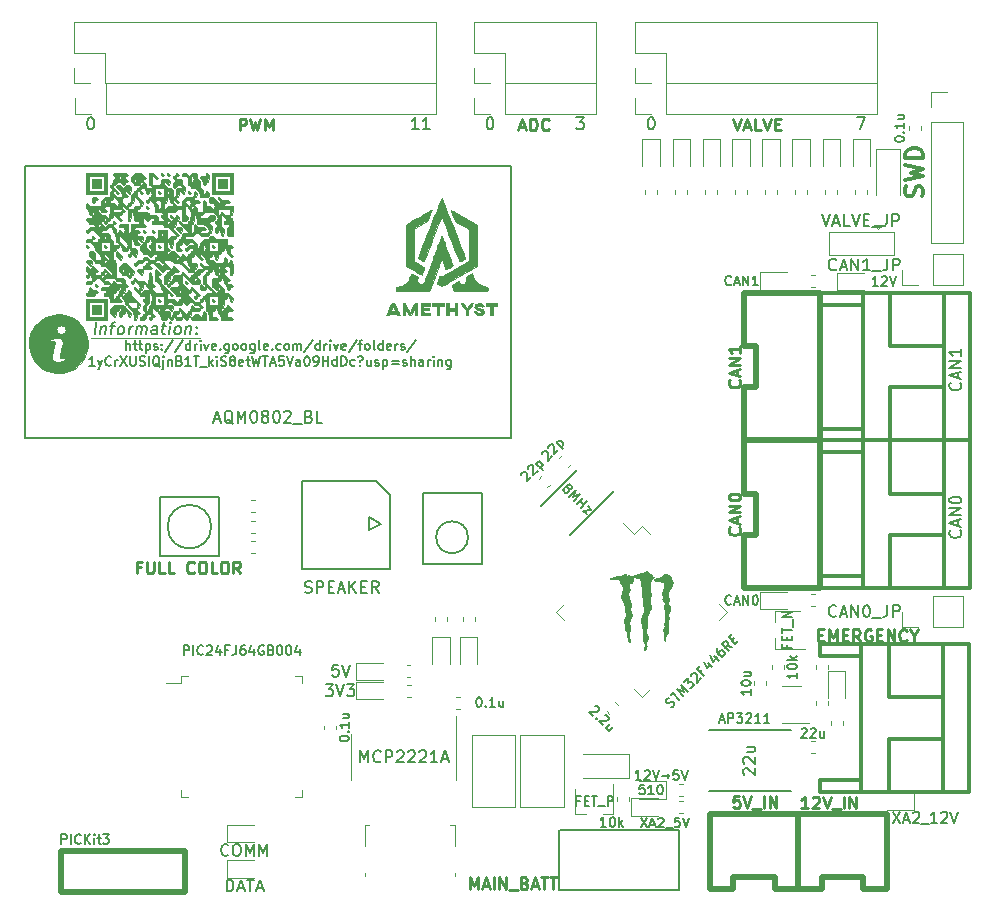
<source format=gbr>
G04 #@! TF.GenerationSoftware,KiCad,Pcbnew,(5.1.4)-1*
G04 #@! TF.CreationDate,2019-10-10T13:13:50+09:00*
G04 #@! TF.ProjectId,stm32f446_main,73746d33-3266-4343-9436-5f6d61696e2e,rev?*
G04 #@! TF.SameCoordinates,Original*
G04 #@! TF.FileFunction,Legend,Top*
G04 #@! TF.FilePolarity,Positive*
%FSLAX46Y46*%
G04 Gerber Fmt 4.6, Leading zero omitted, Abs format (unit mm)*
G04 Created by KiCad (PCBNEW (5.1.4)-1) date 2019-10-10 13:13:50*
%MOMM*%
%LPD*%
G04 APERTURE LIST*
%ADD10C,0.120000*%
%ADD11C,0.150000*%
%ADD12C,0.250000*%
%ADD13C,0.500000*%
%ADD14C,0.300000*%
%ADD15C,0.200000*%
%ADD16C,0.010000*%
%ADD17C,0.375000*%
G04 APERTURE END LIST*
D10*
X155750000Y-74000000D02*
X165000000Y-74000000D01*
D11*
X156091547Y-73702380D02*
X156216547Y-72702380D01*
X156651071Y-73035714D02*
X156567738Y-73702380D01*
X156639166Y-73130952D02*
X156692738Y-73083333D01*
X156793928Y-73035714D01*
X156936785Y-73035714D01*
X157026071Y-73083333D01*
X157061785Y-73178571D01*
X156996309Y-73702380D01*
X157412976Y-73035714D02*
X157793928Y-73035714D01*
X157472500Y-73702380D02*
X157579642Y-72845238D01*
X157639166Y-72750000D01*
X157740357Y-72702380D01*
X157835595Y-72702380D01*
X158186785Y-73702380D02*
X158097500Y-73654761D01*
X158055833Y-73607142D01*
X158020119Y-73511904D01*
X158055833Y-73226190D01*
X158115357Y-73130952D01*
X158168928Y-73083333D01*
X158270119Y-73035714D01*
X158412976Y-73035714D01*
X158502261Y-73083333D01*
X158543928Y-73130952D01*
X158579642Y-73226190D01*
X158543928Y-73511904D01*
X158484404Y-73607142D01*
X158430833Y-73654761D01*
X158329642Y-73702380D01*
X158186785Y-73702380D01*
X158948690Y-73702380D02*
X159032023Y-73035714D01*
X159008214Y-73226190D02*
X159067738Y-73130952D01*
X159121309Y-73083333D01*
X159222500Y-73035714D01*
X159317738Y-73035714D01*
X159567738Y-73702380D02*
X159651071Y-73035714D01*
X159639166Y-73130952D02*
X159692738Y-73083333D01*
X159793928Y-73035714D01*
X159936785Y-73035714D01*
X160026071Y-73083333D01*
X160061785Y-73178571D01*
X159996309Y-73702380D01*
X160061785Y-73178571D02*
X160121309Y-73083333D01*
X160222500Y-73035714D01*
X160365357Y-73035714D01*
X160454642Y-73083333D01*
X160490357Y-73178571D01*
X160424880Y-73702380D01*
X161329642Y-73702380D02*
X161395119Y-73178571D01*
X161359404Y-73083333D01*
X161270119Y-73035714D01*
X161079642Y-73035714D01*
X160978452Y-73083333D01*
X161335595Y-73654761D02*
X161234404Y-73702380D01*
X160996309Y-73702380D01*
X160907023Y-73654761D01*
X160871309Y-73559523D01*
X160883214Y-73464285D01*
X160942738Y-73369047D01*
X161043928Y-73321428D01*
X161282023Y-73321428D01*
X161383214Y-73273809D01*
X161746309Y-73035714D02*
X162127261Y-73035714D01*
X161930833Y-72702380D02*
X161823690Y-73559523D01*
X161859404Y-73654761D01*
X161948690Y-73702380D01*
X162043928Y-73702380D01*
X162377261Y-73702380D02*
X162460595Y-73035714D01*
X162502261Y-72702380D02*
X162448690Y-72750000D01*
X162490357Y-72797619D01*
X162543928Y-72750000D01*
X162502261Y-72702380D01*
X162490357Y-72797619D01*
X162996309Y-73702380D02*
X162907023Y-73654761D01*
X162865357Y-73607142D01*
X162829642Y-73511904D01*
X162865357Y-73226190D01*
X162924880Y-73130952D01*
X162978452Y-73083333D01*
X163079642Y-73035714D01*
X163222500Y-73035714D01*
X163311785Y-73083333D01*
X163353452Y-73130952D01*
X163389166Y-73226190D01*
X163353452Y-73511904D01*
X163293928Y-73607142D01*
X163240357Y-73654761D01*
X163139166Y-73702380D01*
X162996309Y-73702380D01*
X163841547Y-73035714D02*
X163758214Y-73702380D01*
X163829642Y-73130952D02*
X163883214Y-73083333D01*
X163984404Y-73035714D01*
X164127261Y-73035714D01*
X164216547Y-73083333D01*
X164252261Y-73178571D01*
X164186785Y-73702380D01*
X164674880Y-73607142D02*
X164716547Y-73654761D01*
X164662976Y-73702380D01*
X164621309Y-73654761D01*
X164674880Y-73607142D01*
X164662976Y-73702380D01*
X164740357Y-73083333D02*
X164782023Y-73130952D01*
X164728452Y-73178571D01*
X164686785Y-73130952D01*
X164740357Y-73083333D01*
X164728452Y-73178571D01*
X158759523Y-75036904D02*
X158759523Y-74236904D01*
X159102380Y-75036904D02*
X159102380Y-74617857D01*
X159064285Y-74541666D01*
X158988095Y-74503571D01*
X158873809Y-74503571D01*
X158797619Y-74541666D01*
X158759523Y-74579761D01*
X159369047Y-74503571D02*
X159673809Y-74503571D01*
X159483333Y-74236904D02*
X159483333Y-74922619D01*
X159521428Y-74998809D01*
X159597619Y-75036904D01*
X159673809Y-75036904D01*
X159826190Y-74503571D02*
X160130952Y-74503571D01*
X159940476Y-74236904D02*
X159940476Y-74922619D01*
X159978571Y-74998809D01*
X160054761Y-75036904D01*
X160130952Y-75036904D01*
X160397619Y-74503571D02*
X160397619Y-75303571D01*
X160397619Y-74541666D02*
X160473809Y-74503571D01*
X160626190Y-74503571D01*
X160702380Y-74541666D01*
X160740476Y-74579761D01*
X160778571Y-74655952D01*
X160778571Y-74884523D01*
X160740476Y-74960714D01*
X160702380Y-74998809D01*
X160626190Y-75036904D01*
X160473809Y-75036904D01*
X160397619Y-74998809D01*
X161083333Y-74998809D02*
X161159523Y-75036904D01*
X161311904Y-75036904D01*
X161388095Y-74998809D01*
X161426190Y-74922619D01*
X161426190Y-74884523D01*
X161388095Y-74808333D01*
X161311904Y-74770238D01*
X161197619Y-74770238D01*
X161121428Y-74732142D01*
X161083333Y-74655952D01*
X161083333Y-74617857D01*
X161121428Y-74541666D01*
X161197619Y-74503571D01*
X161311904Y-74503571D01*
X161388095Y-74541666D01*
X161769047Y-74960714D02*
X161807142Y-74998809D01*
X161769047Y-75036904D01*
X161730952Y-74998809D01*
X161769047Y-74960714D01*
X161769047Y-75036904D01*
X161769047Y-74541666D02*
X161807142Y-74579761D01*
X161769047Y-74617857D01*
X161730952Y-74579761D01*
X161769047Y-74541666D01*
X161769047Y-74617857D01*
X162721428Y-74198809D02*
X162035714Y-75227380D01*
X163559523Y-74198809D02*
X162873809Y-75227380D01*
X164169047Y-75036904D02*
X164169047Y-74236904D01*
X164169047Y-74998809D02*
X164092857Y-75036904D01*
X163940476Y-75036904D01*
X163864285Y-74998809D01*
X163826190Y-74960714D01*
X163788095Y-74884523D01*
X163788095Y-74655952D01*
X163826190Y-74579761D01*
X163864285Y-74541666D01*
X163940476Y-74503571D01*
X164092857Y-74503571D01*
X164169047Y-74541666D01*
X164550000Y-75036904D02*
X164550000Y-74503571D01*
X164550000Y-74655952D02*
X164588095Y-74579761D01*
X164626190Y-74541666D01*
X164702380Y-74503571D01*
X164778571Y-74503571D01*
X165045238Y-75036904D02*
X165045238Y-74503571D01*
X165045238Y-74236904D02*
X165007142Y-74275000D01*
X165045238Y-74313095D01*
X165083333Y-74275000D01*
X165045238Y-74236904D01*
X165045238Y-74313095D01*
X165350000Y-74503571D02*
X165540476Y-75036904D01*
X165730952Y-74503571D01*
X166340476Y-74998809D02*
X166264285Y-75036904D01*
X166111904Y-75036904D01*
X166035714Y-74998809D01*
X165997619Y-74922619D01*
X165997619Y-74617857D01*
X166035714Y-74541666D01*
X166111904Y-74503571D01*
X166264285Y-74503571D01*
X166340476Y-74541666D01*
X166378571Y-74617857D01*
X166378571Y-74694047D01*
X165997619Y-74770238D01*
X166721428Y-74960714D02*
X166759523Y-74998809D01*
X166721428Y-75036904D01*
X166683333Y-74998809D01*
X166721428Y-74960714D01*
X166721428Y-75036904D01*
X167445238Y-74503571D02*
X167445238Y-75151190D01*
X167407142Y-75227380D01*
X167369047Y-75265476D01*
X167292857Y-75303571D01*
X167178571Y-75303571D01*
X167102380Y-75265476D01*
X167445238Y-74998809D02*
X167369047Y-75036904D01*
X167216666Y-75036904D01*
X167140476Y-74998809D01*
X167102380Y-74960714D01*
X167064285Y-74884523D01*
X167064285Y-74655952D01*
X167102380Y-74579761D01*
X167140476Y-74541666D01*
X167216666Y-74503571D01*
X167369047Y-74503571D01*
X167445238Y-74541666D01*
X167940476Y-75036904D02*
X167864285Y-74998809D01*
X167826190Y-74960714D01*
X167788095Y-74884523D01*
X167788095Y-74655952D01*
X167826190Y-74579761D01*
X167864285Y-74541666D01*
X167940476Y-74503571D01*
X168054761Y-74503571D01*
X168130952Y-74541666D01*
X168169047Y-74579761D01*
X168207142Y-74655952D01*
X168207142Y-74884523D01*
X168169047Y-74960714D01*
X168130952Y-74998809D01*
X168054761Y-75036904D01*
X167940476Y-75036904D01*
X168664285Y-75036904D02*
X168588095Y-74998809D01*
X168550000Y-74960714D01*
X168511904Y-74884523D01*
X168511904Y-74655952D01*
X168550000Y-74579761D01*
X168588095Y-74541666D01*
X168664285Y-74503571D01*
X168778571Y-74503571D01*
X168854761Y-74541666D01*
X168892857Y-74579761D01*
X168930952Y-74655952D01*
X168930952Y-74884523D01*
X168892857Y-74960714D01*
X168854761Y-74998809D01*
X168778571Y-75036904D01*
X168664285Y-75036904D01*
X169616666Y-74503571D02*
X169616666Y-75151190D01*
X169578571Y-75227380D01*
X169540476Y-75265476D01*
X169464285Y-75303571D01*
X169350000Y-75303571D01*
X169273809Y-75265476D01*
X169616666Y-74998809D02*
X169540476Y-75036904D01*
X169388095Y-75036904D01*
X169311904Y-74998809D01*
X169273809Y-74960714D01*
X169235714Y-74884523D01*
X169235714Y-74655952D01*
X169273809Y-74579761D01*
X169311904Y-74541666D01*
X169388095Y-74503571D01*
X169540476Y-74503571D01*
X169616666Y-74541666D01*
X170111904Y-75036904D02*
X170035714Y-74998809D01*
X169997619Y-74922619D01*
X169997619Y-74236904D01*
X170721428Y-74998809D02*
X170645238Y-75036904D01*
X170492857Y-75036904D01*
X170416666Y-74998809D01*
X170378571Y-74922619D01*
X170378571Y-74617857D01*
X170416666Y-74541666D01*
X170492857Y-74503571D01*
X170645238Y-74503571D01*
X170721428Y-74541666D01*
X170759523Y-74617857D01*
X170759523Y-74694047D01*
X170378571Y-74770238D01*
X171102380Y-74960714D02*
X171140476Y-74998809D01*
X171102380Y-75036904D01*
X171064285Y-74998809D01*
X171102380Y-74960714D01*
X171102380Y-75036904D01*
X171826190Y-74998809D02*
X171750000Y-75036904D01*
X171597619Y-75036904D01*
X171521428Y-74998809D01*
X171483333Y-74960714D01*
X171445238Y-74884523D01*
X171445238Y-74655952D01*
X171483333Y-74579761D01*
X171521428Y-74541666D01*
X171597619Y-74503571D01*
X171750000Y-74503571D01*
X171826190Y-74541666D01*
X172283333Y-75036904D02*
X172207142Y-74998809D01*
X172169047Y-74960714D01*
X172130952Y-74884523D01*
X172130952Y-74655952D01*
X172169047Y-74579761D01*
X172207142Y-74541666D01*
X172283333Y-74503571D01*
X172397619Y-74503571D01*
X172473809Y-74541666D01*
X172511904Y-74579761D01*
X172550000Y-74655952D01*
X172550000Y-74884523D01*
X172511904Y-74960714D01*
X172473809Y-74998809D01*
X172397619Y-75036904D01*
X172283333Y-75036904D01*
X172892857Y-75036904D02*
X172892857Y-74503571D01*
X172892857Y-74579761D02*
X172930952Y-74541666D01*
X173007142Y-74503571D01*
X173121428Y-74503571D01*
X173197619Y-74541666D01*
X173235714Y-74617857D01*
X173235714Y-75036904D01*
X173235714Y-74617857D02*
X173273809Y-74541666D01*
X173350000Y-74503571D01*
X173464285Y-74503571D01*
X173540476Y-74541666D01*
X173578571Y-74617857D01*
X173578571Y-75036904D01*
X174530952Y-74198809D02*
X173845238Y-75227380D01*
X175140476Y-75036904D02*
X175140476Y-74236904D01*
X175140476Y-74998809D02*
X175064285Y-75036904D01*
X174911904Y-75036904D01*
X174835714Y-74998809D01*
X174797619Y-74960714D01*
X174759523Y-74884523D01*
X174759523Y-74655952D01*
X174797619Y-74579761D01*
X174835714Y-74541666D01*
X174911904Y-74503571D01*
X175064285Y-74503571D01*
X175140476Y-74541666D01*
X175521428Y-75036904D02*
X175521428Y-74503571D01*
X175521428Y-74655952D02*
X175559523Y-74579761D01*
X175597619Y-74541666D01*
X175673809Y-74503571D01*
X175750000Y-74503571D01*
X176016666Y-75036904D02*
X176016666Y-74503571D01*
X176016666Y-74236904D02*
X175978571Y-74275000D01*
X176016666Y-74313095D01*
X176054761Y-74275000D01*
X176016666Y-74236904D01*
X176016666Y-74313095D01*
X176321428Y-74503571D02*
X176511904Y-75036904D01*
X176702380Y-74503571D01*
X177311904Y-74998809D02*
X177235714Y-75036904D01*
X177083333Y-75036904D01*
X177007142Y-74998809D01*
X176969047Y-74922619D01*
X176969047Y-74617857D01*
X177007142Y-74541666D01*
X177083333Y-74503571D01*
X177235714Y-74503571D01*
X177311904Y-74541666D01*
X177350000Y-74617857D01*
X177350000Y-74694047D01*
X176969047Y-74770238D01*
X178264285Y-74198809D02*
X177578571Y-75227380D01*
X178416666Y-74503571D02*
X178721428Y-74503571D01*
X178530952Y-75036904D02*
X178530952Y-74351190D01*
X178569047Y-74275000D01*
X178645238Y-74236904D01*
X178721428Y-74236904D01*
X179102380Y-75036904D02*
X179026190Y-74998809D01*
X178988095Y-74960714D01*
X178950000Y-74884523D01*
X178950000Y-74655952D01*
X178988095Y-74579761D01*
X179026190Y-74541666D01*
X179102380Y-74503571D01*
X179216666Y-74503571D01*
X179292857Y-74541666D01*
X179330952Y-74579761D01*
X179369047Y-74655952D01*
X179369047Y-74884523D01*
X179330952Y-74960714D01*
X179292857Y-74998809D01*
X179216666Y-75036904D01*
X179102380Y-75036904D01*
X179826190Y-75036904D02*
X179750000Y-74998809D01*
X179711904Y-74922619D01*
X179711904Y-74236904D01*
X180473809Y-75036904D02*
X180473809Y-74236904D01*
X180473809Y-74998809D02*
X180397619Y-75036904D01*
X180245238Y-75036904D01*
X180169047Y-74998809D01*
X180130952Y-74960714D01*
X180092857Y-74884523D01*
X180092857Y-74655952D01*
X180130952Y-74579761D01*
X180169047Y-74541666D01*
X180245238Y-74503571D01*
X180397619Y-74503571D01*
X180473809Y-74541666D01*
X181159523Y-74998809D02*
X181083333Y-75036904D01*
X180930952Y-75036904D01*
X180854761Y-74998809D01*
X180816666Y-74922619D01*
X180816666Y-74617857D01*
X180854761Y-74541666D01*
X180930952Y-74503571D01*
X181083333Y-74503571D01*
X181159523Y-74541666D01*
X181197619Y-74617857D01*
X181197619Y-74694047D01*
X180816666Y-74770238D01*
X181540476Y-75036904D02*
X181540476Y-74503571D01*
X181540476Y-74655952D02*
X181578571Y-74579761D01*
X181616666Y-74541666D01*
X181692857Y-74503571D01*
X181769047Y-74503571D01*
X181997619Y-74998809D02*
X182073809Y-75036904D01*
X182226190Y-75036904D01*
X182302380Y-74998809D01*
X182340476Y-74922619D01*
X182340476Y-74884523D01*
X182302380Y-74808333D01*
X182226190Y-74770238D01*
X182111904Y-74770238D01*
X182035714Y-74732142D01*
X181997619Y-74655952D01*
X181997619Y-74617857D01*
X182035714Y-74541666D01*
X182111904Y-74503571D01*
X182226190Y-74503571D01*
X182302380Y-74541666D01*
X183254761Y-74198809D02*
X182569047Y-75227380D01*
X156073809Y-76386904D02*
X155616666Y-76386904D01*
X155845238Y-76386904D02*
X155845238Y-75586904D01*
X155769047Y-75701190D01*
X155692857Y-75777380D01*
X155616666Y-75815476D01*
X156340476Y-75853571D02*
X156530952Y-76386904D01*
X156721428Y-75853571D02*
X156530952Y-76386904D01*
X156454761Y-76577380D01*
X156416666Y-76615476D01*
X156340476Y-76653571D01*
X157483333Y-76310714D02*
X157445238Y-76348809D01*
X157330952Y-76386904D01*
X157254761Y-76386904D01*
X157140476Y-76348809D01*
X157064285Y-76272619D01*
X157026190Y-76196428D01*
X156988095Y-76044047D01*
X156988095Y-75929761D01*
X157026190Y-75777380D01*
X157064285Y-75701190D01*
X157140476Y-75625000D01*
X157254761Y-75586904D01*
X157330952Y-75586904D01*
X157445238Y-75625000D01*
X157483333Y-75663095D01*
X157826190Y-76386904D02*
X157826190Y-75853571D01*
X157826190Y-76005952D02*
X157864285Y-75929761D01*
X157902380Y-75891666D01*
X157978571Y-75853571D01*
X158054761Y-75853571D01*
X158245238Y-75586904D02*
X158778571Y-76386904D01*
X158778571Y-75586904D02*
X158245238Y-76386904D01*
X159083333Y-75586904D02*
X159083333Y-76234523D01*
X159121428Y-76310714D01*
X159159523Y-76348809D01*
X159235714Y-76386904D01*
X159388095Y-76386904D01*
X159464285Y-76348809D01*
X159502380Y-76310714D01*
X159540476Y-76234523D01*
X159540476Y-75586904D01*
X159883333Y-76348809D02*
X159997619Y-76386904D01*
X160188095Y-76386904D01*
X160264285Y-76348809D01*
X160302380Y-76310714D01*
X160340476Y-76234523D01*
X160340476Y-76158333D01*
X160302380Y-76082142D01*
X160264285Y-76044047D01*
X160188095Y-76005952D01*
X160035714Y-75967857D01*
X159959523Y-75929761D01*
X159921428Y-75891666D01*
X159883333Y-75815476D01*
X159883333Y-75739285D01*
X159921428Y-75663095D01*
X159959523Y-75625000D01*
X160035714Y-75586904D01*
X160226190Y-75586904D01*
X160340476Y-75625000D01*
X160683333Y-76386904D02*
X160683333Y-75586904D01*
X161597619Y-76463095D02*
X161521428Y-76425000D01*
X161445238Y-76348809D01*
X161330952Y-76234523D01*
X161254761Y-76196428D01*
X161178571Y-76196428D01*
X161216666Y-76386904D02*
X161140476Y-76348809D01*
X161064285Y-76272619D01*
X161026190Y-76120238D01*
X161026190Y-75853571D01*
X161064285Y-75701190D01*
X161140476Y-75625000D01*
X161216666Y-75586904D01*
X161369047Y-75586904D01*
X161445238Y-75625000D01*
X161521428Y-75701190D01*
X161559523Y-75853571D01*
X161559523Y-76120238D01*
X161521428Y-76272619D01*
X161445238Y-76348809D01*
X161369047Y-76386904D01*
X161216666Y-76386904D01*
X161902380Y-75853571D02*
X161902380Y-76539285D01*
X161864285Y-76615476D01*
X161788095Y-76653571D01*
X161750000Y-76653571D01*
X161902380Y-75586904D02*
X161864285Y-75625000D01*
X161902380Y-75663095D01*
X161940476Y-75625000D01*
X161902380Y-75586904D01*
X161902380Y-75663095D01*
X162283333Y-75853571D02*
X162283333Y-76386904D01*
X162283333Y-75929761D02*
X162321428Y-75891666D01*
X162397619Y-75853571D01*
X162511904Y-75853571D01*
X162588095Y-75891666D01*
X162626190Y-75967857D01*
X162626190Y-76386904D01*
X163273809Y-75967857D02*
X163388095Y-76005952D01*
X163426190Y-76044047D01*
X163464285Y-76120238D01*
X163464285Y-76234523D01*
X163426190Y-76310714D01*
X163388095Y-76348809D01*
X163311904Y-76386904D01*
X163007142Y-76386904D01*
X163007142Y-75586904D01*
X163273809Y-75586904D01*
X163350000Y-75625000D01*
X163388095Y-75663095D01*
X163426190Y-75739285D01*
X163426190Y-75815476D01*
X163388095Y-75891666D01*
X163350000Y-75929761D01*
X163273809Y-75967857D01*
X163007142Y-75967857D01*
X164226190Y-76386904D02*
X163769047Y-76386904D01*
X163997619Y-76386904D02*
X163997619Y-75586904D01*
X163921428Y-75701190D01*
X163845238Y-75777380D01*
X163769047Y-75815476D01*
X164454761Y-75586904D02*
X164911904Y-75586904D01*
X164683333Y-76386904D02*
X164683333Y-75586904D01*
X164988095Y-76463095D02*
X165597619Y-76463095D01*
X165788095Y-76386904D02*
X165788095Y-75586904D01*
X165864285Y-76082142D02*
X166092857Y-76386904D01*
X166092857Y-75853571D02*
X165788095Y-76158333D01*
X166435714Y-76386904D02*
X166435714Y-75853571D01*
X166435714Y-75586904D02*
X166397619Y-75625000D01*
X166435714Y-75663095D01*
X166473809Y-75625000D01*
X166435714Y-75586904D01*
X166435714Y-75663095D01*
X166778571Y-76348809D02*
X166892857Y-76386904D01*
X167083333Y-76386904D01*
X167159523Y-76348809D01*
X167197619Y-76310714D01*
X167235714Y-76234523D01*
X167235714Y-76158333D01*
X167197619Y-76082142D01*
X167159523Y-76044047D01*
X167083333Y-76005952D01*
X166930952Y-75967857D01*
X166854761Y-75929761D01*
X166816666Y-75891666D01*
X166778571Y-75815476D01*
X166778571Y-75739285D01*
X166816666Y-75663095D01*
X166854761Y-75625000D01*
X166930952Y-75586904D01*
X167121428Y-75586904D01*
X167235714Y-75625000D01*
X167692857Y-75929761D02*
X167616666Y-75891666D01*
X167578571Y-75853571D01*
X167540476Y-75777380D01*
X167540476Y-75739285D01*
X167578571Y-75663095D01*
X167616666Y-75625000D01*
X167692857Y-75586904D01*
X167845238Y-75586904D01*
X167921428Y-75625000D01*
X167959523Y-75663095D01*
X167997619Y-75739285D01*
X167997619Y-75777380D01*
X167959523Y-75853571D01*
X167921428Y-75891666D01*
X167845238Y-75929761D01*
X167692857Y-75929761D01*
X167616666Y-75967857D01*
X167578571Y-76005952D01*
X167540476Y-76082142D01*
X167540476Y-76234523D01*
X167578571Y-76310714D01*
X167616666Y-76348809D01*
X167692857Y-76386904D01*
X167845238Y-76386904D01*
X167921428Y-76348809D01*
X167959523Y-76310714D01*
X167997619Y-76234523D01*
X167997619Y-76082142D01*
X167959523Y-76005952D01*
X167921428Y-75967857D01*
X167845238Y-75929761D01*
X168645238Y-76348809D02*
X168569047Y-76386904D01*
X168416666Y-76386904D01*
X168340476Y-76348809D01*
X168302380Y-76272619D01*
X168302380Y-75967857D01*
X168340476Y-75891666D01*
X168416666Y-75853571D01*
X168569047Y-75853571D01*
X168645238Y-75891666D01*
X168683333Y-75967857D01*
X168683333Y-76044047D01*
X168302380Y-76120238D01*
X168911904Y-75853571D02*
X169216666Y-75853571D01*
X169026190Y-75586904D02*
X169026190Y-76272619D01*
X169064285Y-76348809D01*
X169140476Y-76386904D01*
X169216666Y-76386904D01*
X169407142Y-75586904D02*
X169597619Y-76386904D01*
X169749999Y-75815476D01*
X169902380Y-76386904D01*
X170092857Y-75586904D01*
X170283333Y-75586904D02*
X170740476Y-75586904D01*
X170511904Y-76386904D02*
X170511904Y-75586904D01*
X170969047Y-76158333D02*
X171350000Y-76158333D01*
X170892857Y-76386904D02*
X171159523Y-75586904D01*
X171426190Y-76386904D01*
X172073809Y-75586904D02*
X171692857Y-75586904D01*
X171654761Y-75967857D01*
X171692857Y-75929761D01*
X171769047Y-75891666D01*
X171959523Y-75891666D01*
X172035714Y-75929761D01*
X172073809Y-75967857D01*
X172111904Y-76044047D01*
X172111904Y-76234523D01*
X172073809Y-76310714D01*
X172035714Y-76348809D01*
X171959523Y-76386904D01*
X171769047Y-76386904D01*
X171692857Y-76348809D01*
X171654761Y-76310714D01*
X172340476Y-75586904D02*
X172607142Y-76386904D01*
X172873809Y-75586904D01*
X173483333Y-76386904D02*
X173483333Y-75967857D01*
X173445238Y-75891666D01*
X173369047Y-75853571D01*
X173216666Y-75853571D01*
X173140476Y-75891666D01*
X173483333Y-76348809D02*
X173407142Y-76386904D01*
X173216666Y-76386904D01*
X173140476Y-76348809D01*
X173102380Y-76272619D01*
X173102380Y-76196428D01*
X173140476Y-76120238D01*
X173216666Y-76082142D01*
X173407142Y-76082142D01*
X173483333Y-76044047D01*
X174016666Y-75586904D02*
X174092857Y-75586904D01*
X174169047Y-75625000D01*
X174207142Y-75663095D01*
X174245238Y-75739285D01*
X174283333Y-75891666D01*
X174283333Y-76082142D01*
X174245238Y-76234523D01*
X174207142Y-76310714D01*
X174169047Y-76348809D01*
X174092857Y-76386904D01*
X174016666Y-76386904D01*
X173940476Y-76348809D01*
X173902380Y-76310714D01*
X173864285Y-76234523D01*
X173826190Y-76082142D01*
X173826190Y-75891666D01*
X173864285Y-75739285D01*
X173902380Y-75663095D01*
X173940476Y-75625000D01*
X174016666Y-75586904D01*
X174664285Y-76386904D02*
X174816666Y-76386904D01*
X174892857Y-76348809D01*
X174930952Y-76310714D01*
X175007142Y-76196428D01*
X175045238Y-76044047D01*
X175045238Y-75739285D01*
X175007142Y-75663095D01*
X174969047Y-75625000D01*
X174892857Y-75586904D01*
X174740476Y-75586904D01*
X174664285Y-75625000D01*
X174626190Y-75663095D01*
X174588095Y-75739285D01*
X174588095Y-75929761D01*
X174626190Y-76005952D01*
X174664285Y-76044047D01*
X174740476Y-76082142D01*
X174892857Y-76082142D01*
X174969047Y-76044047D01*
X175007142Y-76005952D01*
X175045238Y-75929761D01*
X175388095Y-76386904D02*
X175388095Y-75586904D01*
X175388095Y-75967857D02*
X175845238Y-75967857D01*
X175845238Y-76386904D02*
X175845238Y-75586904D01*
X176569047Y-76386904D02*
X176569047Y-75586904D01*
X176569047Y-76348809D02*
X176492857Y-76386904D01*
X176340476Y-76386904D01*
X176264285Y-76348809D01*
X176226190Y-76310714D01*
X176188095Y-76234523D01*
X176188095Y-76005952D01*
X176226190Y-75929761D01*
X176264285Y-75891666D01*
X176340476Y-75853571D01*
X176492857Y-75853571D01*
X176569047Y-75891666D01*
X176949999Y-76386904D02*
X176949999Y-75586904D01*
X177140476Y-75586904D01*
X177254761Y-75625000D01*
X177330952Y-75701190D01*
X177369047Y-75777380D01*
X177407142Y-75929761D01*
X177407142Y-76044047D01*
X177369047Y-76196428D01*
X177330952Y-76272619D01*
X177254761Y-76348809D01*
X177140476Y-76386904D01*
X176949999Y-76386904D01*
X178092857Y-76348809D02*
X178016666Y-76386904D01*
X177864285Y-76386904D01*
X177788095Y-76348809D01*
X177749999Y-76310714D01*
X177711904Y-76234523D01*
X177711904Y-76005952D01*
X177749999Y-75929761D01*
X177788095Y-75891666D01*
X177864285Y-75853571D01*
X178016666Y-75853571D01*
X178092857Y-75891666D01*
X178549999Y-76310714D02*
X178588095Y-76348809D01*
X178549999Y-76386904D01*
X178511904Y-76348809D01*
X178549999Y-76310714D01*
X178549999Y-76386904D01*
X178397619Y-75625000D02*
X178473809Y-75586904D01*
X178664285Y-75586904D01*
X178740476Y-75625000D01*
X178778571Y-75701190D01*
X178778571Y-75777380D01*
X178740476Y-75853571D01*
X178702380Y-75891666D01*
X178626190Y-75929761D01*
X178588095Y-75967857D01*
X178549999Y-76044047D01*
X178549999Y-76082142D01*
X179464285Y-75853571D02*
X179464285Y-76386904D01*
X179121428Y-75853571D02*
X179121428Y-76272619D01*
X179159523Y-76348809D01*
X179235714Y-76386904D01*
X179350000Y-76386904D01*
X179426190Y-76348809D01*
X179464285Y-76310714D01*
X179807142Y-76348809D02*
X179883333Y-76386904D01*
X180035714Y-76386904D01*
X180111904Y-76348809D01*
X180150000Y-76272619D01*
X180150000Y-76234523D01*
X180111904Y-76158333D01*
X180035714Y-76120238D01*
X179921428Y-76120238D01*
X179845238Y-76082142D01*
X179807142Y-76005952D01*
X179807142Y-75967857D01*
X179845238Y-75891666D01*
X179921428Y-75853571D01*
X180035714Y-75853571D01*
X180111904Y-75891666D01*
X180492857Y-75853571D02*
X180492857Y-76653571D01*
X180492857Y-75891666D02*
X180569047Y-75853571D01*
X180721428Y-75853571D01*
X180797619Y-75891666D01*
X180835714Y-75929761D01*
X180873809Y-76005952D01*
X180873809Y-76234523D01*
X180835714Y-76310714D01*
X180797619Y-76348809D01*
X180721428Y-76386904D01*
X180569047Y-76386904D01*
X180492857Y-76348809D01*
X181216666Y-75967857D02*
X181826190Y-75967857D01*
X181826190Y-76196428D02*
X181216666Y-76196428D01*
X182169047Y-76348809D02*
X182245238Y-76386904D01*
X182397619Y-76386904D01*
X182473809Y-76348809D01*
X182511904Y-76272619D01*
X182511904Y-76234523D01*
X182473809Y-76158333D01*
X182397619Y-76120238D01*
X182283333Y-76120238D01*
X182207142Y-76082142D01*
X182169047Y-76005952D01*
X182169047Y-75967857D01*
X182207142Y-75891666D01*
X182283333Y-75853571D01*
X182397619Y-75853571D01*
X182473809Y-75891666D01*
X182854761Y-76386904D02*
X182854761Y-75586904D01*
X183197619Y-76386904D02*
X183197619Y-75967857D01*
X183159523Y-75891666D01*
X183083333Y-75853571D01*
X182969047Y-75853571D01*
X182892857Y-75891666D01*
X182854761Y-75929761D01*
X183921428Y-76386904D02*
X183921428Y-75967857D01*
X183883333Y-75891666D01*
X183807142Y-75853571D01*
X183654761Y-75853571D01*
X183578571Y-75891666D01*
X183921428Y-76348809D02*
X183845238Y-76386904D01*
X183654761Y-76386904D01*
X183578571Y-76348809D01*
X183540476Y-76272619D01*
X183540476Y-76196428D01*
X183578571Y-76120238D01*
X183654761Y-76082142D01*
X183845238Y-76082142D01*
X183921428Y-76044047D01*
X184302380Y-76386904D02*
X184302380Y-75853571D01*
X184302380Y-76005952D02*
X184340476Y-75929761D01*
X184378571Y-75891666D01*
X184454761Y-75853571D01*
X184530952Y-75853571D01*
X184797619Y-76386904D02*
X184797619Y-75853571D01*
X184797619Y-75586904D02*
X184759523Y-75625000D01*
X184797619Y-75663095D01*
X184835714Y-75625000D01*
X184797619Y-75586904D01*
X184797619Y-75663095D01*
X185178571Y-75853571D02*
X185178571Y-76386904D01*
X185178571Y-75929761D02*
X185216666Y-75891666D01*
X185292857Y-75853571D01*
X185407142Y-75853571D01*
X185483333Y-75891666D01*
X185521428Y-75967857D01*
X185521428Y-76386904D01*
X186245238Y-75853571D02*
X186245238Y-76501190D01*
X186207142Y-76577380D01*
X186169047Y-76615476D01*
X186092857Y-76653571D01*
X185978571Y-76653571D01*
X185902380Y-76615476D01*
X186245238Y-76348809D02*
X186169047Y-76386904D01*
X186016666Y-76386904D01*
X185940476Y-76348809D01*
X185902380Y-76310714D01*
X185864285Y-76234523D01*
X185864285Y-76005952D01*
X185902380Y-75929761D01*
X185940476Y-75891666D01*
X186016666Y-75853571D01*
X186169047Y-75853571D01*
X186245238Y-75891666D01*
X209954761Y-69485714D02*
X209916666Y-69523809D01*
X209802380Y-69561904D01*
X209726190Y-69561904D01*
X209611904Y-69523809D01*
X209535714Y-69447619D01*
X209497619Y-69371428D01*
X209459523Y-69219047D01*
X209459523Y-69104761D01*
X209497619Y-68952380D01*
X209535714Y-68876190D01*
X209611904Y-68800000D01*
X209726190Y-68761904D01*
X209802380Y-68761904D01*
X209916666Y-68800000D01*
X209954761Y-68838095D01*
X210259523Y-69333333D02*
X210640476Y-69333333D01*
X210183333Y-69561904D02*
X210450000Y-68761904D01*
X210716666Y-69561904D01*
X210983333Y-69561904D02*
X210983333Y-68761904D01*
X211440476Y-69561904D01*
X211440476Y-68761904D01*
X212240476Y-69561904D02*
X211783333Y-69561904D01*
X212011904Y-69561904D02*
X212011904Y-68761904D01*
X211935714Y-68876190D01*
X211859523Y-68952380D01*
X211783333Y-68990476D01*
X209954761Y-96535714D02*
X209916666Y-96573809D01*
X209802380Y-96611904D01*
X209726190Y-96611904D01*
X209611904Y-96573809D01*
X209535714Y-96497619D01*
X209497619Y-96421428D01*
X209459523Y-96269047D01*
X209459523Y-96154761D01*
X209497619Y-96002380D01*
X209535714Y-95926190D01*
X209611904Y-95850000D01*
X209726190Y-95811904D01*
X209802380Y-95811904D01*
X209916666Y-95850000D01*
X209954761Y-95888095D01*
X210259523Y-96383333D02*
X210640476Y-96383333D01*
X210183333Y-96611904D02*
X210450000Y-95811904D01*
X210716666Y-96611904D01*
X210983333Y-96611904D02*
X210983333Y-95811904D01*
X211440476Y-96611904D01*
X211440476Y-95811904D01*
X211973809Y-95811904D02*
X212050000Y-95811904D01*
X212126190Y-95850000D01*
X212164285Y-95888095D01*
X212202380Y-95964285D01*
X212240476Y-96116666D01*
X212240476Y-96307142D01*
X212202380Y-96459523D01*
X212164285Y-96535714D01*
X212126190Y-96573809D01*
X212050000Y-96611904D01*
X211973809Y-96611904D01*
X211897619Y-96573809D01*
X211859523Y-96535714D01*
X211821428Y-96459523D01*
X211783333Y-96307142D01*
X211783333Y-96116666D01*
X211821428Y-95964285D01*
X211859523Y-95888095D01*
X211897619Y-95850000D01*
X211973809Y-95811904D01*
X155702380Y-55352380D02*
X155797619Y-55352380D01*
X155892857Y-55400000D01*
X155940476Y-55447619D01*
X155988095Y-55542857D01*
X156035714Y-55733333D01*
X156035714Y-55971428D01*
X155988095Y-56161904D01*
X155940476Y-56257142D01*
X155892857Y-56304761D01*
X155797619Y-56352380D01*
X155702380Y-56352380D01*
X155607142Y-56304761D01*
X155559523Y-56257142D01*
X155511904Y-56161904D01*
X155464285Y-55971428D01*
X155464285Y-55733333D01*
X155511904Y-55542857D01*
X155559523Y-55447619D01*
X155607142Y-55400000D01*
X155702380Y-55352380D01*
X183509523Y-56352380D02*
X182938095Y-56352380D01*
X183223809Y-56352380D02*
X183223809Y-55352380D01*
X183128571Y-55495238D01*
X183033333Y-55590476D01*
X182938095Y-55638095D01*
X184461904Y-56352380D02*
X183890476Y-56352380D01*
X184176190Y-56352380D02*
X184176190Y-55352380D01*
X184080952Y-55495238D01*
X183985714Y-55590476D01*
X183890476Y-55638095D01*
X189502380Y-55352380D02*
X189597619Y-55352380D01*
X189692857Y-55400000D01*
X189740476Y-55447619D01*
X189788095Y-55542857D01*
X189835714Y-55733333D01*
X189835714Y-55971428D01*
X189788095Y-56161904D01*
X189740476Y-56257142D01*
X189692857Y-56304761D01*
X189597619Y-56352380D01*
X189502380Y-56352380D01*
X189407142Y-56304761D01*
X189359523Y-56257142D01*
X189311904Y-56161904D01*
X189264285Y-55971428D01*
X189264285Y-55733333D01*
X189311904Y-55542857D01*
X189359523Y-55447619D01*
X189407142Y-55400000D01*
X189502380Y-55352380D01*
X196866666Y-55352380D02*
X197485714Y-55352380D01*
X197152380Y-55733333D01*
X197295238Y-55733333D01*
X197390476Y-55780952D01*
X197438095Y-55828571D01*
X197485714Y-55923809D01*
X197485714Y-56161904D01*
X197438095Y-56257142D01*
X197390476Y-56304761D01*
X197295238Y-56352380D01*
X197009523Y-56352380D01*
X196914285Y-56304761D01*
X196866666Y-56257142D01*
X189502380Y-55352380D02*
X189597619Y-55352380D01*
X189692857Y-55400000D01*
X189740476Y-55447619D01*
X189788095Y-55542857D01*
X189835714Y-55733333D01*
X189835714Y-55971428D01*
X189788095Y-56161904D01*
X189740476Y-56257142D01*
X189692857Y-56304761D01*
X189597619Y-56352380D01*
X189502380Y-56352380D01*
X189407142Y-56304761D01*
X189359523Y-56257142D01*
X189311904Y-56161904D01*
X189264285Y-55971428D01*
X189264285Y-55733333D01*
X189311904Y-55542857D01*
X189359523Y-55447619D01*
X189407142Y-55400000D01*
X189502380Y-55352380D01*
X220666666Y-55352380D02*
X221333333Y-55352380D01*
X220904761Y-56352380D01*
X203152380Y-55352380D02*
X203247619Y-55352380D01*
X203342857Y-55400000D01*
X203390476Y-55447619D01*
X203438095Y-55542857D01*
X203485714Y-55733333D01*
X203485714Y-55971428D01*
X203438095Y-56161904D01*
X203390476Y-56257142D01*
X203342857Y-56304761D01*
X203247619Y-56352380D01*
X203152380Y-56352380D01*
X203057142Y-56304761D01*
X203009523Y-56257142D01*
X202961904Y-56161904D01*
X202914285Y-55971428D01*
X202914285Y-55733333D01*
X202961904Y-55542857D01*
X203009523Y-55447619D01*
X203057142Y-55400000D01*
X203152380Y-55352380D01*
D12*
X159976190Y-93428571D02*
X159642857Y-93428571D01*
X159642857Y-93952380D02*
X159642857Y-92952380D01*
X160119047Y-92952380D01*
X160500000Y-92952380D02*
X160500000Y-93761904D01*
X160547619Y-93857142D01*
X160595238Y-93904761D01*
X160690476Y-93952380D01*
X160880952Y-93952380D01*
X160976190Y-93904761D01*
X161023809Y-93857142D01*
X161071428Y-93761904D01*
X161071428Y-92952380D01*
X162023809Y-93952380D02*
X161547619Y-93952380D01*
X161547619Y-92952380D01*
X162833333Y-93952380D02*
X162357142Y-93952380D01*
X162357142Y-92952380D01*
X164500000Y-93857142D02*
X164452380Y-93904761D01*
X164309523Y-93952380D01*
X164214285Y-93952380D01*
X164071428Y-93904761D01*
X163976190Y-93809523D01*
X163928571Y-93714285D01*
X163880952Y-93523809D01*
X163880952Y-93380952D01*
X163928571Y-93190476D01*
X163976190Y-93095238D01*
X164071428Y-93000000D01*
X164214285Y-92952380D01*
X164309523Y-92952380D01*
X164452380Y-93000000D01*
X164500000Y-93047619D01*
X165119047Y-92952380D02*
X165309523Y-92952380D01*
X165404761Y-93000000D01*
X165500000Y-93095238D01*
X165547619Y-93285714D01*
X165547619Y-93619047D01*
X165500000Y-93809523D01*
X165404761Y-93904761D01*
X165309523Y-93952380D01*
X165119047Y-93952380D01*
X165023809Y-93904761D01*
X164928571Y-93809523D01*
X164880952Y-93619047D01*
X164880952Y-93285714D01*
X164928571Y-93095238D01*
X165023809Y-93000000D01*
X165119047Y-92952380D01*
X166452380Y-93952380D02*
X165976190Y-93952380D01*
X165976190Y-92952380D01*
X166976190Y-92952380D02*
X167166666Y-92952380D01*
X167261904Y-93000000D01*
X167357142Y-93095238D01*
X167404761Y-93285714D01*
X167404761Y-93619047D01*
X167357142Y-93809523D01*
X167261904Y-93904761D01*
X167166666Y-93952380D01*
X166976190Y-93952380D01*
X166880952Y-93904761D01*
X166785714Y-93809523D01*
X166738095Y-93619047D01*
X166738095Y-93285714D01*
X166785714Y-93095238D01*
X166880952Y-93000000D01*
X166976190Y-92952380D01*
X168404761Y-93952380D02*
X168071428Y-93476190D01*
X167833333Y-93952380D02*
X167833333Y-92952380D01*
X168214285Y-92952380D01*
X168309523Y-93000000D01*
X168357142Y-93047619D01*
X168404761Y-93142857D01*
X168404761Y-93285714D01*
X168357142Y-93380952D01*
X168309523Y-93428571D01*
X168214285Y-93476190D01*
X167833333Y-93476190D01*
D10*
X195654478Y-83974273D02*
X195424273Y-84204478D01*
X196375727Y-84695522D02*
X196145522Y-84925727D01*
X224990000Y-56412779D02*
X224990000Y-56087221D01*
X226010000Y-56412779D02*
X226010000Y-56087221D01*
X193674273Y-85954478D02*
X193904478Y-85724273D01*
X194395522Y-86675727D02*
X194625727Y-86445522D01*
X212960000Y-103412779D02*
X212960000Y-103087221D01*
X211940000Y-103412779D02*
X211940000Y-103087221D01*
X199424273Y-105595522D02*
X199654478Y-105825727D01*
X200145522Y-104874273D02*
X200375727Y-105104478D01*
X217062779Y-109160000D02*
X216737221Y-109160000D01*
X217062779Y-108140000D02*
X216737221Y-108140000D01*
X176510000Y-107162779D02*
X176510000Y-106837221D01*
X175490000Y-107162779D02*
X175490000Y-106837221D01*
X169550000Y-118265000D02*
X167265000Y-118265000D01*
X167265000Y-118265000D02*
X167265000Y-119735000D01*
X167265000Y-119735000D02*
X169550000Y-119735000D01*
X167265000Y-116735000D02*
X169550000Y-116735000D01*
X167265000Y-115265000D02*
X167265000Y-116735000D01*
X169550000Y-115265000D02*
X167265000Y-115265000D01*
X224250000Y-58000000D02*
X224250000Y-61900000D01*
X222250000Y-58000000D02*
X222250000Y-61900000D01*
X224250000Y-58000000D02*
X222250000Y-58000000D01*
X202465000Y-57215000D02*
X202465000Y-59500000D01*
X203935000Y-57215000D02*
X202465000Y-57215000D01*
X203935000Y-59500000D02*
X203935000Y-57215000D01*
X184665000Y-99365000D02*
X184665000Y-101650000D01*
X186135000Y-99365000D02*
X184665000Y-99365000D01*
X186135000Y-101650000D02*
X186135000Y-99365000D01*
X206485000Y-59500000D02*
X206485000Y-57215000D01*
X206485000Y-57215000D02*
X205015000Y-57215000D01*
X205015000Y-57215000D02*
X205015000Y-59500000D01*
X188485000Y-101650000D02*
X188485000Y-99365000D01*
X188485000Y-99365000D02*
X187015000Y-99365000D01*
X187015000Y-99365000D02*
X187015000Y-101650000D01*
X209035000Y-59500000D02*
X209035000Y-57215000D01*
X209035000Y-57215000D02*
X207565000Y-57215000D01*
X207565000Y-57215000D02*
X207565000Y-59500000D01*
X210065000Y-57215000D02*
X210065000Y-59500000D01*
X211535000Y-57215000D02*
X210065000Y-57215000D01*
X211535000Y-59500000D02*
X211535000Y-57215000D01*
X214085000Y-59500000D02*
X214085000Y-57215000D01*
X214085000Y-57215000D02*
X212615000Y-57215000D01*
X212615000Y-57215000D02*
X212615000Y-59500000D01*
X215165000Y-57215000D02*
X215165000Y-59500000D01*
X216635000Y-57215000D02*
X215165000Y-57215000D01*
X216635000Y-59500000D02*
X216635000Y-57215000D01*
X219185000Y-59500000D02*
X219185000Y-57215000D01*
X219185000Y-57215000D02*
X217715000Y-57215000D01*
X217715000Y-57215000D02*
X217715000Y-59500000D01*
X220265000Y-57215000D02*
X220265000Y-59500000D01*
X221735000Y-57215000D02*
X220265000Y-57215000D01*
X221735000Y-59500000D02*
X221735000Y-57215000D01*
X219635000Y-104500000D02*
X219635000Y-102215000D01*
X219635000Y-102215000D02*
X218165000Y-102215000D01*
X218165000Y-102215000D02*
X218165000Y-104500000D01*
X225485000Y-112515000D02*
X223200000Y-112515000D01*
X225485000Y-113985000D02*
X225485000Y-112515000D01*
X223200000Y-113985000D02*
X225485000Y-113985000D01*
X212415000Y-96985000D02*
X214700000Y-96985000D01*
X212415000Y-95515000D02*
X212415000Y-96985000D01*
X214700000Y-95515000D02*
X212415000Y-95515000D01*
X214700000Y-68465000D02*
X212415000Y-68465000D01*
X212415000Y-68465000D02*
X212415000Y-69935000D01*
X212415000Y-69935000D02*
X214700000Y-69935000D01*
X221200000Y-68515000D02*
X218915000Y-68515000D01*
X218915000Y-68515000D02*
X218915000Y-69985000D01*
X218915000Y-69985000D02*
X221200000Y-69985000D01*
X201465000Y-114485000D02*
X203750000Y-114485000D01*
X201465000Y-113015000D02*
X201465000Y-114485000D01*
X203750000Y-113015000D02*
X201465000Y-113015000D01*
X202150000Y-113035000D02*
X204435000Y-113035000D01*
X204435000Y-113035000D02*
X204435000Y-111565000D01*
X204435000Y-111565000D02*
X202150000Y-111565000D01*
X178215000Y-102975000D02*
X180500000Y-102975000D01*
X178215000Y-101505000D02*
X178215000Y-102975000D01*
X180500000Y-101505000D02*
X178215000Y-101505000D01*
X180500000Y-103165000D02*
X178215000Y-103165000D01*
X178215000Y-103165000D02*
X178215000Y-104635000D01*
X178215000Y-104635000D02*
X180500000Y-104635000D01*
X201350000Y-111250000D02*
X197450000Y-111250000D01*
X201350000Y-109250000D02*
X197450000Y-109250000D01*
X201350000Y-111250000D02*
X201350000Y-109250000D01*
D13*
X211100000Y-82700000D02*
X211100000Y-87200000D01*
X211100000Y-87200000D02*
X212100000Y-87200000D01*
X212100000Y-87200000D02*
X212100000Y-90700000D01*
X212100000Y-90700000D02*
X211100000Y-90700000D01*
X211100000Y-90700000D02*
X211100000Y-95200000D01*
X217500000Y-95200000D02*
X217500000Y-82700000D01*
X211100000Y-95200000D02*
X217500000Y-95200000D01*
X217500000Y-82700000D02*
X211100000Y-82700000D01*
D14*
X217600000Y-94200000D02*
X221100000Y-94200000D01*
X217600000Y-95200000D02*
X217600000Y-94200000D01*
X217600000Y-95200000D02*
X230200000Y-95200000D01*
X228000000Y-95200000D02*
X228000000Y-82700000D01*
X223400000Y-90700000D02*
X223400000Y-95200000D01*
X228000000Y-90700000D02*
X223400000Y-90700000D01*
X223400000Y-87200000D02*
X223400000Y-82700000D01*
X223400000Y-87200000D02*
X228000000Y-87200000D01*
X221100000Y-95200000D02*
X221100000Y-82700000D01*
X217600000Y-83700000D02*
X217600000Y-82700000D01*
X221100000Y-83700000D02*
X217600000Y-83700000D01*
X217600000Y-82700000D02*
X230200000Y-82700000D01*
X230200000Y-82700000D02*
X230200000Y-95200000D01*
D13*
X217500000Y-70200000D02*
X211100000Y-70200000D01*
X211100000Y-82700000D02*
X217500000Y-82700000D01*
X217500000Y-82700000D02*
X217500000Y-70200000D01*
X211100000Y-78200000D02*
X211100000Y-82700000D01*
X212100000Y-78200000D02*
X211100000Y-78200000D01*
X212100000Y-74700000D02*
X212100000Y-78200000D01*
X211100000Y-74700000D02*
X212100000Y-74700000D01*
X211100000Y-70200000D02*
X211100000Y-74700000D01*
D14*
X217600000Y-81700000D02*
X221100000Y-81700000D01*
X217600000Y-82700000D02*
X217600000Y-81700000D01*
X217600000Y-82700000D02*
X230200000Y-82700000D01*
X228000000Y-82700000D02*
X228000000Y-70200000D01*
X223400000Y-78200000D02*
X223400000Y-82700000D01*
X228000000Y-78200000D02*
X223400000Y-78200000D01*
X223400000Y-74700000D02*
X223400000Y-70200000D01*
X223400000Y-74700000D02*
X228000000Y-74700000D01*
X221100000Y-82700000D02*
X221100000Y-70200000D01*
X217600000Y-71200000D02*
X217600000Y-70200000D01*
X221100000Y-71200000D02*
X217600000Y-71200000D01*
X217600000Y-70200000D02*
X230200000Y-70200000D01*
X230200000Y-70200000D02*
X230200000Y-82700000D01*
D10*
X185020000Y-55080000D02*
X185020000Y-52420000D01*
X157020000Y-55080000D02*
X185020000Y-55080000D01*
X157020000Y-52420000D02*
X185020000Y-52420000D01*
X157020000Y-55080000D02*
X157020000Y-52420000D01*
X155750000Y-55080000D02*
X154420000Y-55080000D01*
X154420000Y-55080000D02*
X154420000Y-53750000D01*
X198500000Y-55080000D02*
X198500000Y-52420000D01*
X190820000Y-55080000D02*
X198500000Y-55080000D01*
X190820000Y-52420000D02*
X198500000Y-52420000D01*
X190820000Y-55080000D02*
X190820000Y-52420000D01*
X189550000Y-55080000D02*
X188220000Y-55080000D01*
X188220000Y-55080000D02*
X188220000Y-53750000D01*
X222310000Y-55080000D02*
X222310000Y-52420000D01*
X204470000Y-55080000D02*
X222310000Y-55080000D01*
X204470000Y-52420000D02*
X222310000Y-52420000D01*
X204470000Y-55080000D02*
X204470000Y-52420000D01*
X203200000Y-55080000D02*
X201870000Y-55080000D01*
X201870000Y-55080000D02*
X201870000Y-53750000D01*
X186560000Y-115290000D02*
X186180000Y-115290000D01*
X186560000Y-119340000D02*
X186560000Y-119600000D01*
X186560000Y-115290000D02*
X186560000Y-117060000D01*
X178940000Y-115290000D02*
X179320000Y-115290000D01*
X178940000Y-117060000D02*
X178940000Y-115290000D01*
X178940000Y-119600000D02*
X178940000Y-119340000D01*
D13*
X215650000Y-114300000D02*
X208150000Y-114300000D01*
X215650000Y-120700000D02*
X215650000Y-114300000D01*
X208150000Y-114300000D02*
X208150000Y-120700000D01*
X213650000Y-120700000D02*
X215650000Y-120700000D01*
X213650000Y-119700000D02*
X213650000Y-120700000D01*
X210150000Y-119700000D02*
X213650000Y-119700000D01*
X210150000Y-120700000D02*
X210150000Y-119700000D01*
X208150000Y-120700000D02*
X210150000Y-120700000D01*
X215650000Y-120700000D02*
X217650000Y-120700000D01*
X217650000Y-120700000D02*
X217650000Y-119700000D01*
X217650000Y-119700000D02*
X221150000Y-119700000D01*
X221150000Y-119700000D02*
X221150000Y-120700000D01*
X221150000Y-120700000D02*
X223150000Y-120700000D01*
X215650000Y-114300000D02*
X215650000Y-120700000D01*
X223150000Y-120700000D02*
X223150000Y-114300000D01*
X223150000Y-114300000D02*
X215650000Y-114300000D01*
D14*
X230100000Y-99950000D02*
X230100000Y-112450000D01*
X217500000Y-99950000D02*
X230100000Y-99950000D01*
X221000000Y-100950000D02*
X217500000Y-100950000D01*
X217500000Y-100950000D02*
X217500000Y-99950000D01*
X221000000Y-112450000D02*
X221000000Y-99950000D01*
X223300000Y-104450000D02*
X227900000Y-104450000D01*
X223300000Y-104450000D02*
X223300000Y-99950000D01*
X227900000Y-107950000D02*
X223300000Y-107950000D01*
X223300000Y-107950000D02*
X223300000Y-112450000D01*
X227900000Y-112450000D02*
X227900000Y-99950000D01*
X217500000Y-112450000D02*
X230100000Y-112450000D01*
X217500000Y-112450000D02*
X217500000Y-111450000D01*
X217500000Y-111450000D02*
X221000000Y-111450000D01*
D10*
X229620000Y-98530000D02*
X229620000Y-95870000D01*
X227020000Y-98530000D02*
X229620000Y-98530000D01*
X227020000Y-95870000D02*
X229620000Y-95870000D01*
X227020000Y-98530000D02*
X227020000Y-95870000D01*
X225750000Y-98530000D02*
X224420000Y-98530000D01*
X224420000Y-98530000D02*
X224420000Y-97200000D01*
X224420000Y-69580000D02*
X224420000Y-68250000D01*
X225750000Y-69580000D02*
X224420000Y-69580000D01*
X227020000Y-69580000D02*
X227020000Y-66920000D01*
X227020000Y-66920000D02*
X229620000Y-66920000D01*
X227020000Y-69580000D02*
X229620000Y-69580000D01*
X229620000Y-69580000D02*
X229620000Y-66920000D01*
X222100000Y-64500000D02*
X222400000Y-64800000D01*
X222700000Y-64500000D02*
X222100000Y-64500000D01*
X222400000Y-64800000D02*
X222700000Y-64500000D01*
X223750000Y-65050000D02*
X223750000Y-67000000D01*
X218250000Y-65050000D02*
X223750000Y-65050000D01*
X218250000Y-67000000D02*
X218250000Y-65050000D01*
X223750000Y-67000000D02*
X218250000Y-67000000D01*
D11*
X215000000Y-107250000D02*
X208100000Y-107250000D01*
X215000000Y-112350000D02*
X208100000Y-112350000D01*
X179900000Y-86100000D02*
X173600000Y-86100000D01*
X173600000Y-86100000D02*
X173600000Y-93600000D01*
X181100000Y-93600000D02*
X173600000Y-93600000D01*
X181100000Y-93600000D02*
X181100000Y-87300000D01*
X179900000Y-86100000D02*
X181100000Y-87300000D01*
X179300000Y-90300000D02*
X180300000Y-89800000D01*
X179300000Y-89200000D02*
X179300000Y-90300000D01*
X180300000Y-89800000D02*
X179300000Y-89200000D01*
D10*
X200010000Y-114325000D02*
X199100000Y-114325000D01*
X197700000Y-114325000D02*
X196790000Y-114325000D01*
X200010000Y-111750000D02*
X200010000Y-114325000D01*
X196790000Y-112175000D02*
X196790000Y-114325000D01*
X213675000Y-100360000D02*
X213675000Y-99450000D01*
X213675000Y-98050000D02*
X213675000Y-97140000D01*
X216250000Y-100360000D02*
X213675000Y-100360000D01*
X215825000Y-97140000D02*
X213675000Y-97140000D01*
X218160000Y-105062779D02*
X218160000Y-104737221D01*
X217140000Y-105062779D02*
X217140000Y-104737221D01*
X217140000Y-102062779D02*
X217140000Y-101737221D01*
X218160000Y-102062779D02*
X218160000Y-101737221D01*
X169337221Y-91240000D02*
X169662779Y-91240000D01*
X169337221Y-92260000D02*
X169662779Y-92260000D01*
X169337221Y-90510000D02*
X169662779Y-90510000D01*
X169337221Y-89490000D02*
X169662779Y-89490000D01*
X169337221Y-87740000D02*
X169662779Y-87740000D01*
X169337221Y-88760000D02*
X169662779Y-88760000D01*
X203710000Y-61862779D02*
X203710000Y-61537221D01*
X202690000Y-61862779D02*
X202690000Y-61537221D01*
X184890000Y-98012779D02*
X184890000Y-97687221D01*
X185910000Y-98012779D02*
X185910000Y-97687221D01*
X205240000Y-61862779D02*
X205240000Y-61537221D01*
X206260000Y-61862779D02*
X206260000Y-61537221D01*
X188260000Y-98012779D02*
X188260000Y-97687221D01*
X187240000Y-98012779D02*
X187240000Y-97687221D01*
X208810000Y-61862779D02*
X208810000Y-61537221D01*
X207790000Y-61862779D02*
X207790000Y-61537221D01*
X210290000Y-61862779D02*
X210290000Y-61537221D01*
X211310000Y-61862779D02*
X211310000Y-61537221D01*
X213860000Y-61862779D02*
X213860000Y-61537221D01*
X212840000Y-61862779D02*
X212840000Y-61537221D01*
X215390000Y-61862779D02*
X215390000Y-61537221D01*
X216410000Y-61862779D02*
X216410000Y-61537221D01*
X218960000Y-61862779D02*
X218960000Y-61537221D01*
X217940000Y-61862779D02*
X217940000Y-61537221D01*
X218390000Y-106487221D02*
X218390000Y-106812779D01*
X219410000Y-106487221D02*
X219410000Y-106812779D01*
X216737221Y-95740000D02*
X217062779Y-95740000D01*
X216737221Y-96760000D02*
X217062779Y-96760000D01*
X216737221Y-69710000D02*
X217062779Y-69710000D01*
X216737221Y-68690000D02*
X217062779Y-68690000D01*
X205587221Y-114260000D02*
X205912779Y-114260000D01*
X205587221Y-113240000D02*
X205912779Y-113240000D01*
X205862779Y-112810000D02*
X205537221Y-112810000D01*
X205862779Y-111790000D02*
X205537221Y-111790000D01*
X182487221Y-102750000D02*
X182812779Y-102750000D01*
X182487221Y-101730000D02*
X182812779Y-101730000D01*
X182507221Y-103390000D02*
X182832779Y-103390000D01*
X182507221Y-104410000D02*
X182832779Y-104410000D01*
X220490000Y-61862779D02*
X220490000Y-61537221D01*
X221510000Y-61862779D02*
X221510000Y-61537221D01*
X201310000Y-112887221D02*
X201310000Y-113212779D01*
X200290000Y-112887221D02*
X200290000Y-113212779D01*
X214410000Y-102062779D02*
X214410000Y-101737221D01*
X213390000Y-102062779D02*
X213390000Y-101737221D01*
D11*
X187690000Y-90900000D02*
G75*
G03X187690000Y-90900000I-1350000J0D01*
G01*
X188840000Y-93150000D02*
X183840000Y-93150000D01*
X188840000Y-87150000D02*
X188840000Y-93150000D01*
X183840000Y-87150000D02*
X188840000Y-87150000D01*
X183840000Y-93150000D02*
X183840000Y-87150000D01*
D10*
X191700000Y-113760000D02*
X188000000Y-113760000D01*
X191700000Y-107640000D02*
X191700000Y-113760000D01*
X188000000Y-107640000D02*
X191700000Y-107640000D01*
X188000000Y-113760000D02*
X188000000Y-107640000D01*
X192100000Y-113760000D02*
X192100000Y-107640000D01*
X192100000Y-107640000D02*
X195800000Y-107640000D01*
X195800000Y-107640000D02*
X195800000Y-113760000D01*
X195800000Y-113760000D02*
X192100000Y-113760000D01*
D11*
X205590000Y-120800000D02*
X205590000Y-115710000D01*
X205580000Y-115710000D02*
X195440000Y-115680000D01*
X195420000Y-115710000D02*
X195420000Y-120790000D01*
X195420000Y-120790000D02*
X205580000Y-120790000D01*
D10*
X215850000Y-103450000D02*
X214250000Y-103450000D01*
X214250000Y-106650000D02*
X216550000Y-106650000D01*
X201728249Y-103754880D02*
X202400000Y-104426631D01*
X202400000Y-104426631D02*
X203071751Y-103754880D01*
X195845120Y-97871751D02*
X195173369Y-97200000D01*
X195173369Y-97200000D02*
X195845120Y-96528249D01*
X208954880Y-96528249D02*
X209626631Y-97200000D01*
X209626631Y-97200000D02*
X208954880Y-97871751D01*
X203071751Y-90645120D02*
X202400000Y-89973369D01*
X202400000Y-89973369D02*
X201728249Y-90645120D01*
X201728249Y-90645120D02*
X200780725Y-89697597D01*
D15*
X161600000Y-92500000D02*
X161600000Y-87500000D01*
X161600000Y-87500000D02*
X166600000Y-87500000D01*
X166600000Y-87500000D02*
X166600000Y-92500000D01*
X166600000Y-92500000D02*
X161600000Y-92500000D01*
X165943909Y-90000000D02*
G75*
G03X165943909Y-90000000I-1843909J0D01*
G01*
D10*
X177815000Y-109500000D02*
X177815000Y-111450000D01*
X177815000Y-109500000D02*
X177815000Y-107550000D01*
X186685000Y-109500000D02*
X186685000Y-111450000D01*
X186685000Y-109500000D02*
X186685000Y-106050000D01*
D11*
X150150000Y-59470000D02*
X191350000Y-59470000D01*
X191350000Y-59470000D02*
X191350000Y-82530000D01*
X191350000Y-82530000D02*
X150150000Y-82530000D01*
X150150000Y-82530000D02*
X150150000Y-59470000D01*
D10*
X173035000Y-112860000D02*
X173610000Y-112860000D01*
X173610000Y-112860000D02*
X173610000Y-112285000D01*
X163965000Y-112860000D02*
X163390000Y-112860000D01*
X163390000Y-112860000D02*
X163390000Y-112285000D01*
X173035000Y-102640000D02*
X173610000Y-102640000D01*
X173610000Y-102640000D02*
X173610000Y-103215000D01*
X163965000Y-102640000D02*
X163390000Y-102640000D01*
X163390000Y-102640000D02*
X163390000Y-103215000D01*
X163390000Y-103215000D02*
X162100000Y-103215000D01*
D11*
X193909872Y-88285965D02*
X196950431Y-85245406D01*
X200026345Y-86977818D02*
X196314035Y-90690128D01*
D13*
X163750000Y-120950000D02*
X163750000Y-117450000D01*
X153250000Y-120950000D02*
X163750000Y-120950000D01*
X153250000Y-117450000D02*
X163750000Y-117450000D01*
X153250000Y-117450000D02*
X153250000Y-120950000D01*
D10*
X186687221Y-104390000D02*
X187012779Y-104390000D01*
X186687221Y-105410000D02*
X187012779Y-105410000D01*
X226920000Y-65990000D02*
X229580000Y-65990000D01*
X226920000Y-55770000D02*
X226920000Y-65990000D01*
X229580000Y-55770000D02*
X229580000Y-65990000D01*
X226920000Y-55770000D02*
X229580000Y-55770000D01*
X226920000Y-54500000D02*
X226920000Y-53170000D01*
X226920000Y-53170000D02*
X228250000Y-53170000D01*
X184970000Y-52480000D02*
X184970000Y-47280000D01*
X156970000Y-52480000D02*
X184970000Y-52480000D01*
X154370000Y-47280000D02*
X184970000Y-47280000D01*
X156970000Y-52480000D02*
X156970000Y-49880000D01*
X156970000Y-49880000D02*
X154370000Y-49880000D01*
X154370000Y-49880000D02*
X154370000Y-47280000D01*
X155700000Y-52480000D02*
X154370000Y-52480000D01*
X154370000Y-52480000D02*
X154370000Y-51150000D01*
X198500000Y-52480000D02*
X198500000Y-47280000D01*
X190820000Y-52480000D02*
X198500000Y-52480000D01*
X188220000Y-47280000D02*
X198500000Y-47280000D01*
X190820000Y-52480000D02*
X190820000Y-49880000D01*
X190820000Y-49880000D02*
X188220000Y-49880000D01*
X188220000Y-49880000D02*
X188220000Y-47280000D01*
X189550000Y-52480000D02*
X188220000Y-52480000D01*
X188220000Y-52480000D02*
X188220000Y-51150000D01*
X222310000Y-52480000D02*
X222310000Y-47280000D01*
X204470000Y-52480000D02*
X222310000Y-52480000D01*
X201870000Y-47280000D02*
X222310000Y-47280000D01*
X204470000Y-52480000D02*
X204470000Y-49880000D01*
X204470000Y-49880000D02*
X201870000Y-49880000D01*
X201870000Y-49880000D02*
X201870000Y-47280000D01*
X203200000Y-52480000D02*
X201870000Y-52480000D01*
X201870000Y-52480000D02*
X201870000Y-51150000D01*
D16*
G36*
X202856152Y-93785803D02*
G01*
X202874458Y-93792221D01*
X202881769Y-93807517D01*
X202883331Y-93817842D01*
X202893277Y-93844137D01*
X202919700Y-93861174D01*
X202931800Y-93865467D01*
X202967946Y-93884493D01*
X202980118Y-93906876D01*
X202994476Y-93930972D01*
X203021631Y-93941531D01*
X203051815Y-93954836D01*
X203088155Y-93980720D01*
X203109335Y-94000130D01*
X203150561Y-94035633D01*
X203185491Y-94050430D01*
X203195171Y-94051200D01*
X203240047Y-94059060D01*
X203270282Y-94084372D01*
X203288255Y-94129730D01*
X203293047Y-94157927D01*
X203301741Y-94206589D01*
X203315815Y-94235541D01*
X203339901Y-94250461D01*
X203373485Y-94256537D01*
X203415019Y-94260750D01*
X203286350Y-94406800D01*
X203215961Y-94488994D01*
X203160983Y-94560389D01*
X203120018Y-94625720D01*
X203091667Y-94689720D01*
X203074532Y-94757125D01*
X203067215Y-94832669D01*
X203068318Y-94921088D01*
X203076441Y-95027116D01*
X203083344Y-95094181D01*
X203098853Y-95236854D01*
X203111965Y-95356329D01*
X203122991Y-95454662D01*
X203132246Y-95533909D01*
X203140042Y-95596128D01*
X203146691Y-95643374D01*
X203152507Y-95677705D01*
X203157803Y-95701176D01*
X203162890Y-95715845D01*
X203168083Y-95723767D01*
X203173693Y-95726999D01*
X203179691Y-95727600D01*
X203194299Y-95737629D01*
X203197555Y-95763814D01*
X203190783Y-95800295D01*
X203175304Y-95841215D01*
X203152441Y-95880715D01*
X203142111Y-95894111D01*
X203126213Y-95915384D01*
X203116528Y-95937478D01*
X203111547Y-95967344D01*
X203109763Y-96011936D01*
X203109600Y-96044106D01*
X203108862Y-96099465D01*
X203105840Y-96135568D01*
X203099319Y-96158538D01*
X203088083Y-96174494D01*
X203082699Y-96179656D01*
X203068200Y-96195856D01*
X203061121Y-96215894D01*
X203060056Y-96247323D01*
X203062703Y-96287106D01*
X203067057Y-96324807D01*
X203074604Y-96364130D01*
X203086583Y-96409083D01*
X203104235Y-96463675D01*
X203128799Y-96531913D01*
X203161515Y-96617805D01*
X203178353Y-96661050D01*
X203206962Y-96748177D01*
X203221797Y-96826208D01*
X203222466Y-96891391D01*
X203208580Y-96939975D01*
X203207574Y-96941766D01*
X203179525Y-96981567D01*
X203141678Y-97024189D01*
X203100945Y-97062778D01*
X203064240Y-97090482D01*
X203050099Y-97097894D01*
X203012501Y-97125704D01*
X202990118Y-97172868D01*
X202982601Y-97240128D01*
X202982600Y-97241203D01*
X202975981Y-97296010D01*
X202958371Y-97345355D01*
X202933143Y-97381163D01*
X202920175Y-97390724D01*
X202897899Y-97416117D01*
X202893700Y-97440834D01*
X202885754Y-97476985D01*
X202868300Y-97509065D01*
X202856496Y-97527594D01*
X202848971Y-97550830D01*
X202844831Y-97584561D01*
X202843180Y-97634573D01*
X202843011Y-97672703D01*
X202844057Y-97739196D01*
X202846812Y-97820244D01*
X202850844Y-97905091D01*
X202855186Y-97975500D01*
X202859129Y-98142872D01*
X202849073Y-98322896D01*
X202825607Y-98507433D01*
X202810501Y-98591450D01*
X202799192Y-98675741D01*
X202794016Y-98776527D01*
X202794706Y-98885718D01*
X202800999Y-98995226D01*
X202812630Y-99096965D01*
X202829333Y-99182845D01*
X202829931Y-99185175D01*
X202847404Y-99245106D01*
X202862816Y-99282581D01*
X202875611Y-99296264D01*
X202876209Y-99296300D01*
X202892177Y-99287108D01*
X202893894Y-99280425D01*
X202898285Y-99273813D01*
X202906400Y-99283600D01*
X202916130Y-99315111D01*
X202917923Y-99362148D01*
X202913007Y-99418952D01*
X202902608Y-99479765D01*
X202887953Y-99538829D01*
X202870268Y-99590386D01*
X202850782Y-99628677D01*
X202830720Y-99647945D01*
X202828623Y-99648632D01*
X202817681Y-99654129D01*
X202810474Y-99666916D01*
X202806078Y-99691728D01*
X202803568Y-99733299D01*
X202802261Y-99783556D01*
X202801527Y-99857386D01*
X202801786Y-99941804D01*
X202802965Y-100022019D01*
X202803559Y-100045600D01*
X202804808Y-100106780D01*
X202803830Y-100148410D01*
X202799831Y-100176299D01*
X202792017Y-100196257D01*
X202780697Y-100212703D01*
X202761985Y-100244387D01*
X202754003Y-100273830D01*
X202754000Y-100274283D01*
X202743506Y-100322001D01*
X202714731Y-100374681D01*
X202671734Y-100425200D01*
X202663757Y-100432651D01*
X202626592Y-100463796D01*
X202602076Y-100475970D01*
X202587519Y-100467589D01*
X202580229Y-100437068D01*
X202577515Y-100382821D01*
X202577496Y-100381857D01*
X202577650Y-100330162D01*
X202581130Y-100298809D01*
X202588773Y-100282860D01*
X202594973Y-100278898D01*
X202609534Y-100261433D01*
X202614300Y-100234791D01*
X202618456Y-100203455D01*
X202629260Y-100158958D01*
X202641802Y-100118675D01*
X202662971Y-100045466D01*
X202669032Y-99986599D01*
X202659529Y-99935667D01*
X202634008Y-99886266D01*
X202624331Y-99872384D01*
X202551144Y-99753129D01*
X202501389Y-99629063D01*
X202494506Y-99604406D01*
X202489007Y-99579685D01*
X202484704Y-99550855D01*
X202481516Y-99515008D01*
X202479361Y-99469237D01*
X202478156Y-99410633D01*
X202477820Y-99336289D01*
X202478271Y-99243295D01*
X202479426Y-99128744D01*
X202479929Y-99087202D01*
X202485417Y-98647428D01*
X202448410Y-98568347D01*
X202414961Y-98482176D01*
X202401862Y-98409353D01*
X202408905Y-98348306D01*
X202416851Y-98327805D01*
X202429447Y-98297774D01*
X202430830Y-98275402D01*
X202420509Y-98248223D01*
X202413140Y-98233500D01*
X202375107Y-98142170D01*
X202354367Y-98047834D01*
X202349324Y-97942332D01*
X202350350Y-97912823D01*
X202351740Y-97883068D01*
X202353226Y-97857639D01*
X202355579Y-97833900D01*
X202359568Y-97809214D01*
X202365964Y-97780943D01*
X202375537Y-97746451D01*
X202389057Y-97703100D01*
X202407295Y-97648255D01*
X202431019Y-97579277D01*
X202461001Y-97493530D01*
X202498011Y-97388376D01*
X202530174Y-97297091D01*
X202552359Y-97236398D01*
X202572871Y-97184457D01*
X202589740Y-97145965D01*
X202600999Y-97125618D01*
X202602780Y-97123870D01*
X202609393Y-97114356D01*
X202611706Y-97094689D01*
X202609360Y-97062153D01*
X202601994Y-97014032D01*
X202589249Y-96947614D01*
X202570766Y-96860181D01*
X202563322Y-96826150D01*
X202532120Y-96674842D01*
X202509843Y-96543190D01*
X202496227Y-96427167D01*
X202491008Y-96322750D01*
X202493921Y-96225913D01*
X202504702Y-96132631D01*
X202514296Y-96079366D01*
X202521984Y-96037743D01*
X202523009Y-96013315D01*
X202516256Y-95998491D01*
X202500612Y-95985679D01*
X202500543Y-95985631D01*
X202475758Y-95963750D01*
X202458179Y-95935634D01*
X202447039Y-95897386D01*
X202441571Y-95845107D01*
X202441006Y-95774901D01*
X202443835Y-95697660D01*
X202447076Y-95625992D01*
X202448408Y-95574744D01*
X202447429Y-95538981D01*
X202443735Y-95513767D01*
X202436923Y-95494168D01*
X202426592Y-95475247D01*
X202425535Y-95473508D01*
X202409638Y-95442794D01*
X202401389Y-95411547D01*
X202400765Y-95374016D01*
X202407745Y-95324451D01*
X202422304Y-95257101D01*
X202424642Y-95247205D01*
X202438459Y-95180436D01*
X202442004Y-95131772D01*
X202433837Y-95095504D01*
X202412517Y-95065920D01*
X202376604Y-95037312D01*
X202370675Y-95033291D01*
X202337045Y-95008089D01*
X202319857Y-94985131D01*
X202312924Y-94955128D01*
X202312058Y-94945300D01*
X202313937Y-94909038D01*
X202322327Y-94857705D01*
X202335650Y-94800306D01*
X202340633Y-94782349D01*
X202362175Y-94690629D01*
X202372113Y-94606822D01*
X202369931Y-94536660D01*
X202364995Y-94511574D01*
X202348896Y-94488044D01*
X202326233Y-94482999D01*
X202285743Y-94476164D01*
X202252823Y-94453068D01*
X202222620Y-94409829D01*
X202213667Y-94392950D01*
X202181369Y-94329212D01*
X202068649Y-94332793D01*
X202011147Y-94333692D01*
X201973076Y-94331470D01*
X201948576Y-94325343D01*
X201931787Y-94314525D01*
X201931690Y-94314436D01*
X201912202Y-94302659D01*
X201882037Y-94295789D01*
X201835363Y-94292827D01*
X201803674Y-94292499D01*
X201751660Y-94293984D01*
X201715738Y-94298082D01*
X201700206Y-94304261D01*
X201699900Y-94305379D01*
X201691175Y-94321217D01*
X201669365Y-94345199D01*
X201660319Y-94353623D01*
X201620738Y-94388988D01*
X201622733Y-94525222D01*
X201622799Y-94586635D01*
X201621382Y-94643147D01*
X201618749Y-94687074D01*
X201616450Y-94705578D01*
X201610287Y-94731589D01*
X201599635Y-94744626D01*
X201577124Y-94749169D01*
X201543841Y-94749700D01*
X201501742Y-94752578D01*
X201465873Y-94763799D01*
X201425250Y-94787239D01*
X201411904Y-94796260D01*
X201344299Y-94842821D01*
X201344299Y-95048779D01*
X201344434Y-95125384D01*
X201345157Y-95180356D01*
X201346949Y-95217463D01*
X201350290Y-95240473D01*
X201355658Y-95253153D01*
X201363535Y-95259271D01*
X201371434Y-95261833D01*
X201387848Y-95269204D01*
X201394322Y-95284707D01*
X201393217Y-95315819D01*
X201392018Y-95327047D01*
X201387442Y-95355281D01*
X201378853Y-95381887D01*
X201363575Y-95411816D01*
X201338935Y-95450021D01*
X201302256Y-95501452D01*
X201285412Y-95524400D01*
X201271368Y-95544610D01*
X201262322Y-95563450D01*
X201257500Y-95586615D01*
X201256126Y-95619800D01*
X201257426Y-95668700D01*
X201259491Y-95714900D01*
X201267403Y-95814012D01*
X201282490Y-95910831D01*
X201306136Y-96010918D01*
X201339722Y-96119834D01*
X201384632Y-96243142D01*
X201401616Y-96286537D01*
X201441205Y-96387171D01*
X201471775Y-96467044D01*
X201494231Y-96528781D01*
X201509477Y-96575003D01*
X201518416Y-96608333D01*
X201521953Y-96631393D01*
X201522100Y-96636023D01*
X201516007Y-96668759D01*
X201500690Y-96711410D01*
X201480594Y-96753889D01*
X201460162Y-96786106D01*
X201452397Y-96794277D01*
X201444319Y-96805872D01*
X201438765Y-96827559D01*
X201435330Y-96863285D01*
X201433612Y-96916993D01*
X201433200Y-96981875D01*
X201433416Y-97051347D01*
X201434646Y-97100877D01*
X201437765Y-97135924D01*
X201443644Y-97161947D01*
X201453159Y-97184403D01*
X201467181Y-97208752D01*
X201470320Y-97213870D01*
X201515649Y-97304828D01*
X201541577Y-97396427D01*
X201548074Y-97484992D01*
X201535108Y-97566850D01*
X201502647Y-97638330D01*
X201474302Y-97674186D01*
X201449887Y-97708042D01*
X201443339Y-97745860D01*
X201443809Y-97756736D01*
X201441317Y-97795010D01*
X201431469Y-97844043D01*
X201421084Y-97879063D01*
X201407111Y-97924287D01*
X201397679Y-97964175D01*
X201395100Y-97985027D01*
X201385760Y-98013418D01*
X201369700Y-98022620D01*
X201355670Y-98029555D01*
X201347961Y-98045153D01*
X201344784Y-98075562D01*
X201344300Y-98109880D01*
X201346881Y-98158511D01*
X201353801Y-98221614D01*
X201363822Y-98288882D01*
X201369661Y-98321124D01*
X201383279Y-98410187D01*
X201391836Y-98506888D01*
X201395271Y-98604717D01*
X201393524Y-98697160D01*
X201386534Y-98777705D01*
X201374459Y-98839100D01*
X201367320Y-98870124D01*
X201361671Y-98910738D01*
X201357301Y-98964199D01*
X201353997Y-99033764D01*
X201351549Y-99122691D01*
X201349979Y-99216190D01*
X201348825Y-99313681D01*
X201348435Y-99389025D01*
X201348977Y-99445467D01*
X201350623Y-99486252D01*
X201353544Y-99514626D01*
X201357910Y-99533834D01*
X201363891Y-99547121D01*
X201367676Y-99552740D01*
X201381087Y-99580908D01*
X201387821Y-99623441D01*
X201389131Y-99670652D01*
X201387989Y-99718186D01*
X201384131Y-99745929D01*
X201376150Y-99759455D01*
X201365566Y-99763843D01*
X201345705Y-99761712D01*
X201325669Y-99744999D01*
X201302733Y-99710501D01*
X201275733Y-99658250D01*
X201257952Y-99618232D01*
X201242296Y-99574776D01*
X201227979Y-99524338D01*
X201214211Y-99463370D01*
X201200205Y-99388328D01*
X201185173Y-99295665D01*
X201168328Y-99181836D01*
X201165546Y-99162365D01*
X201125870Y-98883646D01*
X201077124Y-98830763D01*
X201044557Y-98788169D01*
X201024663Y-98747263D01*
X201021808Y-98735465D01*
X201017384Y-98696485D01*
X201012833Y-98638896D01*
X201008500Y-98569485D01*
X201004726Y-98495039D01*
X201001856Y-98422344D01*
X201000233Y-98358187D01*
X201000201Y-98309355D01*
X201000216Y-98308690D01*
X200999161Y-98255006D01*
X200990641Y-98213852D01*
X200971085Y-98176365D01*
X200936923Y-98133682D01*
X200923827Y-98119125D01*
X200888742Y-98076185D01*
X200869143Y-98037721D01*
X200865262Y-97998709D01*
X200877327Y-97954123D01*
X200905569Y-97898939D01*
X200936141Y-97849680D01*
X200961561Y-97807610D01*
X200980222Y-97771506D01*
X200988559Y-97748361D01*
X200988700Y-97746545D01*
X200993670Y-97722918D01*
X201006377Y-97686471D01*
X201016267Y-97662789D01*
X201036033Y-97594684D01*
X201044062Y-97510193D01*
X201040828Y-97415202D01*
X201026805Y-97315598D01*
X201002465Y-97217267D01*
X200974164Y-97139422D01*
X200965455Y-97115646D01*
X200959140Y-97088250D01*
X200954859Y-97052874D01*
X200952250Y-97005161D01*
X200950951Y-96940755D01*
X200950600Y-96855632D01*
X200950395Y-96773244D01*
X200949514Y-96712202D01*
X200947557Y-96668454D01*
X200944125Y-96637948D01*
X200938817Y-96616633D01*
X200931234Y-96600455D01*
X200924399Y-96590076D01*
X200908978Y-96559461D01*
X200892890Y-96513277D01*
X200879411Y-96461048D01*
X200878451Y-96456441D01*
X200864999Y-96402895D01*
X200849442Y-96360083D01*
X200834801Y-96335701D01*
X200816916Y-96304460D01*
X200810899Y-96270525D01*
X200804901Y-96236970D01*
X200783202Y-96208126D01*
X200767547Y-96194659D01*
X200715176Y-96137239D01*
X200678358Y-96063040D01*
X200659037Y-95976731D01*
X200656553Y-95928125D01*
X200657098Y-95898014D01*
X200658905Y-95869973D01*
X200662808Y-95840561D01*
X200669639Y-95806337D01*
X200680231Y-95763861D01*
X200695415Y-95709692D01*
X200716025Y-95640389D01*
X200742893Y-95552511D01*
X200763871Y-95484565D01*
X200783312Y-95415870D01*
X200800318Y-95345094D01*
X200812783Y-95281625D01*
X200817995Y-95243265D01*
X200821295Y-95165249D01*
X200813374Y-95103041D01*
X200791421Y-95048658D01*
X200752623Y-94994120D01*
X200715938Y-94953659D01*
X200661781Y-94894542D01*
X200624305Y-94845105D01*
X200600587Y-94798876D01*
X200587704Y-94749385D01*
X200582734Y-94690161D01*
X200582300Y-94657813D01*
X200581443Y-94601605D01*
X200578114Y-94564622D01*
X200571172Y-94540722D01*
X200559474Y-94523765D01*
X200556899Y-94521100D01*
X200530030Y-94502130D01*
X200508043Y-94495699D01*
X200482237Y-94487659D01*
X200454068Y-94468795D01*
X200439010Y-94457129D01*
X200422133Y-94449850D01*
X200398047Y-94446363D01*
X200361363Y-94446075D01*
X200306691Y-94448393D01*
X200281315Y-94449764D01*
X200193585Y-94452030D01*
X200129719Y-94447825D01*
X200089949Y-94437185D01*
X200074508Y-94420148D01*
X200074300Y-94417461D01*
X200062356Y-94413639D01*
X200029546Y-94410423D01*
X199980402Y-94408085D01*
X199919456Y-94406895D01*
X199895568Y-94406800D01*
X199824527Y-94406502D01*
X199775210Y-94405324D01*
X199743946Y-94402835D01*
X199727063Y-94398606D01*
X199720891Y-94392208D01*
X199720943Y-94386370D01*
X199731749Y-94375707D01*
X199761605Y-94360653D01*
X199811889Y-94340662D01*
X199883977Y-94315184D01*
X199977626Y-94284196D01*
X200118170Y-94240950D01*
X200240663Y-94208402D01*
X200349647Y-94185649D01*
X200449666Y-94171788D01*
X200545265Y-94165914D01*
X200574108Y-94165574D01*
X200627189Y-94164526D01*
X200663852Y-94160012D01*
X200693047Y-94149837D01*
X200723725Y-94131801D01*
X200730724Y-94127126D01*
X200816484Y-94074716D01*
X200892342Y-94040567D01*
X200939520Y-94026849D01*
X200979939Y-94020836D01*
X201011576Y-94026427D01*
X201039506Y-94040029D01*
X201076267Y-94066992D01*
X201106796Y-94099586D01*
X201109782Y-94103918D01*
X201134750Y-94142343D01*
X201261750Y-94134849D01*
X201350067Y-94132259D01*
X201417063Y-94136724D01*
X201465989Y-94148890D01*
X201500102Y-94169397D01*
X201513887Y-94184683D01*
X201532525Y-94205681D01*
X201553324Y-94212918D01*
X201587066Y-94209861D01*
X201590442Y-94209309D01*
X201645452Y-94196265D01*
X201685992Y-94175574D01*
X201713561Y-94151838D01*
X201741632Y-94133207D01*
X201764615Y-94127399D01*
X201795336Y-94121328D01*
X201824940Y-94108886D01*
X201891731Y-94077503D01*
X201979353Y-94044549D01*
X202083404Y-94011357D01*
X202199481Y-93979260D01*
X202323182Y-93949589D01*
X202414793Y-93930417D01*
X202474852Y-93917712D01*
X202526674Y-93905029D01*
X202564607Y-93893866D01*
X202582757Y-93885928D01*
X202605101Y-93874686D01*
X202642346Y-93862457D01*
X202667963Y-93856049D01*
X202713906Y-93842388D01*
X202739890Y-93824881D01*
X202747486Y-93812896D01*
X202759919Y-93794971D01*
X202781619Y-93786560D01*
X202819667Y-93784499D01*
X202856152Y-93785803D01*
X202856152Y-93785803D01*
G37*
X202856152Y-93785803D02*
X202874458Y-93792221D01*
X202881769Y-93807517D01*
X202883331Y-93817842D01*
X202893277Y-93844137D01*
X202919700Y-93861174D01*
X202931800Y-93865467D01*
X202967946Y-93884493D01*
X202980118Y-93906876D01*
X202994476Y-93930972D01*
X203021631Y-93941531D01*
X203051815Y-93954836D01*
X203088155Y-93980720D01*
X203109335Y-94000130D01*
X203150561Y-94035633D01*
X203185491Y-94050430D01*
X203195171Y-94051200D01*
X203240047Y-94059060D01*
X203270282Y-94084372D01*
X203288255Y-94129730D01*
X203293047Y-94157927D01*
X203301741Y-94206589D01*
X203315815Y-94235541D01*
X203339901Y-94250461D01*
X203373485Y-94256537D01*
X203415019Y-94260750D01*
X203286350Y-94406800D01*
X203215961Y-94488994D01*
X203160983Y-94560389D01*
X203120018Y-94625720D01*
X203091667Y-94689720D01*
X203074532Y-94757125D01*
X203067215Y-94832669D01*
X203068318Y-94921088D01*
X203076441Y-95027116D01*
X203083344Y-95094181D01*
X203098853Y-95236854D01*
X203111965Y-95356329D01*
X203122991Y-95454662D01*
X203132246Y-95533909D01*
X203140042Y-95596128D01*
X203146691Y-95643374D01*
X203152507Y-95677705D01*
X203157803Y-95701176D01*
X203162890Y-95715845D01*
X203168083Y-95723767D01*
X203173693Y-95726999D01*
X203179691Y-95727600D01*
X203194299Y-95737629D01*
X203197555Y-95763814D01*
X203190783Y-95800295D01*
X203175304Y-95841215D01*
X203152441Y-95880715D01*
X203142111Y-95894111D01*
X203126213Y-95915384D01*
X203116528Y-95937478D01*
X203111547Y-95967344D01*
X203109763Y-96011936D01*
X203109600Y-96044106D01*
X203108862Y-96099465D01*
X203105840Y-96135568D01*
X203099319Y-96158538D01*
X203088083Y-96174494D01*
X203082699Y-96179656D01*
X203068200Y-96195856D01*
X203061121Y-96215894D01*
X203060056Y-96247323D01*
X203062703Y-96287106D01*
X203067057Y-96324807D01*
X203074604Y-96364130D01*
X203086583Y-96409083D01*
X203104235Y-96463675D01*
X203128799Y-96531913D01*
X203161515Y-96617805D01*
X203178353Y-96661050D01*
X203206962Y-96748177D01*
X203221797Y-96826208D01*
X203222466Y-96891391D01*
X203208580Y-96939975D01*
X203207574Y-96941766D01*
X203179525Y-96981567D01*
X203141678Y-97024189D01*
X203100945Y-97062778D01*
X203064240Y-97090482D01*
X203050099Y-97097894D01*
X203012501Y-97125704D01*
X202990118Y-97172868D01*
X202982601Y-97240128D01*
X202982600Y-97241203D01*
X202975981Y-97296010D01*
X202958371Y-97345355D01*
X202933143Y-97381163D01*
X202920175Y-97390724D01*
X202897899Y-97416117D01*
X202893700Y-97440834D01*
X202885754Y-97476985D01*
X202868300Y-97509065D01*
X202856496Y-97527594D01*
X202848971Y-97550830D01*
X202844831Y-97584561D01*
X202843180Y-97634573D01*
X202843011Y-97672703D01*
X202844057Y-97739196D01*
X202846812Y-97820244D01*
X202850844Y-97905091D01*
X202855186Y-97975500D01*
X202859129Y-98142872D01*
X202849073Y-98322896D01*
X202825607Y-98507433D01*
X202810501Y-98591450D01*
X202799192Y-98675741D01*
X202794016Y-98776527D01*
X202794706Y-98885718D01*
X202800999Y-98995226D01*
X202812630Y-99096965D01*
X202829333Y-99182845D01*
X202829931Y-99185175D01*
X202847404Y-99245106D01*
X202862816Y-99282581D01*
X202875611Y-99296264D01*
X202876209Y-99296300D01*
X202892177Y-99287108D01*
X202893894Y-99280425D01*
X202898285Y-99273813D01*
X202906400Y-99283600D01*
X202916130Y-99315111D01*
X202917923Y-99362148D01*
X202913007Y-99418952D01*
X202902608Y-99479765D01*
X202887953Y-99538829D01*
X202870268Y-99590386D01*
X202850782Y-99628677D01*
X202830720Y-99647945D01*
X202828623Y-99648632D01*
X202817681Y-99654129D01*
X202810474Y-99666916D01*
X202806078Y-99691728D01*
X202803568Y-99733299D01*
X202802261Y-99783556D01*
X202801527Y-99857386D01*
X202801786Y-99941804D01*
X202802965Y-100022019D01*
X202803559Y-100045600D01*
X202804808Y-100106780D01*
X202803830Y-100148410D01*
X202799831Y-100176299D01*
X202792017Y-100196257D01*
X202780697Y-100212703D01*
X202761985Y-100244387D01*
X202754003Y-100273830D01*
X202754000Y-100274283D01*
X202743506Y-100322001D01*
X202714731Y-100374681D01*
X202671734Y-100425200D01*
X202663757Y-100432651D01*
X202626592Y-100463796D01*
X202602076Y-100475970D01*
X202587519Y-100467589D01*
X202580229Y-100437068D01*
X202577515Y-100382821D01*
X202577496Y-100381857D01*
X202577650Y-100330162D01*
X202581130Y-100298809D01*
X202588773Y-100282860D01*
X202594973Y-100278898D01*
X202609534Y-100261433D01*
X202614300Y-100234791D01*
X202618456Y-100203455D01*
X202629260Y-100158958D01*
X202641802Y-100118675D01*
X202662971Y-100045466D01*
X202669032Y-99986599D01*
X202659529Y-99935667D01*
X202634008Y-99886266D01*
X202624331Y-99872384D01*
X202551144Y-99753129D01*
X202501389Y-99629063D01*
X202494506Y-99604406D01*
X202489007Y-99579685D01*
X202484704Y-99550855D01*
X202481516Y-99515008D01*
X202479361Y-99469237D01*
X202478156Y-99410633D01*
X202477820Y-99336289D01*
X202478271Y-99243295D01*
X202479426Y-99128744D01*
X202479929Y-99087202D01*
X202485417Y-98647428D01*
X202448410Y-98568347D01*
X202414961Y-98482176D01*
X202401862Y-98409353D01*
X202408905Y-98348306D01*
X202416851Y-98327805D01*
X202429447Y-98297774D01*
X202430830Y-98275402D01*
X202420509Y-98248223D01*
X202413140Y-98233500D01*
X202375107Y-98142170D01*
X202354367Y-98047834D01*
X202349324Y-97942332D01*
X202350350Y-97912823D01*
X202351740Y-97883068D01*
X202353226Y-97857639D01*
X202355579Y-97833900D01*
X202359568Y-97809214D01*
X202365964Y-97780943D01*
X202375537Y-97746451D01*
X202389057Y-97703100D01*
X202407295Y-97648255D01*
X202431019Y-97579277D01*
X202461001Y-97493530D01*
X202498011Y-97388376D01*
X202530174Y-97297091D01*
X202552359Y-97236398D01*
X202572871Y-97184457D01*
X202589740Y-97145965D01*
X202600999Y-97125618D01*
X202602780Y-97123870D01*
X202609393Y-97114356D01*
X202611706Y-97094689D01*
X202609360Y-97062153D01*
X202601994Y-97014032D01*
X202589249Y-96947614D01*
X202570766Y-96860181D01*
X202563322Y-96826150D01*
X202532120Y-96674842D01*
X202509843Y-96543190D01*
X202496227Y-96427167D01*
X202491008Y-96322750D01*
X202493921Y-96225913D01*
X202504702Y-96132631D01*
X202514296Y-96079366D01*
X202521984Y-96037743D01*
X202523009Y-96013315D01*
X202516256Y-95998491D01*
X202500612Y-95985679D01*
X202500543Y-95985631D01*
X202475758Y-95963750D01*
X202458179Y-95935634D01*
X202447039Y-95897386D01*
X202441571Y-95845107D01*
X202441006Y-95774901D01*
X202443835Y-95697660D01*
X202447076Y-95625992D01*
X202448408Y-95574744D01*
X202447429Y-95538981D01*
X202443735Y-95513767D01*
X202436923Y-95494168D01*
X202426592Y-95475247D01*
X202425535Y-95473508D01*
X202409638Y-95442794D01*
X202401389Y-95411547D01*
X202400765Y-95374016D01*
X202407745Y-95324451D01*
X202422304Y-95257101D01*
X202424642Y-95247205D01*
X202438459Y-95180436D01*
X202442004Y-95131772D01*
X202433837Y-95095504D01*
X202412517Y-95065920D01*
X202376604Y-95037312D01*
X202370675Y-95033291D01*
X202337045Y-95008089D01*
X202319857Y-94985131D01*
X202312924Y-94955128D01*
X202312058Y-94945300D01*
X202313937Y-94909038D01*
X202322327Y-94857705D01*
X202335650Y-94800306D01*
X202340633Y-94782349D01*
X202362175Y-94690629D01*
X202372113Y-94606822D01*
X202369931Y-94536660D01*
X202364995Y-94511574D01*
X202348896Y-94488044D01*
X202326233Y-94482999D01*
X202285743Y-94476164D01*
X202252823Y-94453068D01*
X202222620Y-94409829D01*
X202213667Y-94392950D01*
X202181369Y-94329212D01*
X202068649Y-94332793D01*
X202011147Y-94333692D01*
X201973076Y-94331470D01*
X201948576Y-94325343D01*
X201931787Y-94314525D01*
X201931690Y-94314436D01*
X201912202Y-94302659D01*
X201882037Y-94295789D01*
X201835363Y-94292827D01*
X201803674Y-94292499D01*
X201751660Y-94293984D01*
X201715738Y-94298082D01*
X201700206Y-94304261D01*
X201699900Y-94305379D01*
X201691175Y-94321217D01*
X201669365Y-94345199D01*
X201660319Y-94353623D01*
X201620738Y-94388988D01*
X201622733Y-94525222D01*
X201622799Y-94586635D01*
X201621382Y-94643147D01*
X201618749Y-94687074D01*
X201616450Y-94705578D01*
X201610287Y-94731589D01*
X201599635Y-94744626D01*
X201577124Y-94749169D01*
X201543841Y-94749700D01*
X201501742Y-94752578D01*
X201465873Y-94763799D01*
X201425250Y-94787239D01*
X201411904Y-94796260D01*
X201344299Y-94842821D01*
X201344299Y-95048779D01*
X201344434Y-95125384D01*
X201345157Y-95180356D01*
X201346949Y-95217463D01*
X201350290Y-95240473D01*
X201355658Y-95253153D01*
X201363535Y-95259271D01*
X201371434Y-95261833D01*
X201387848Y-95269204D01*
X201394322Y-95284707D01*
X201393217Y-95315819D01*
X201392018Y-95327047D01*
X201387442Y-95355281D01*
X201378853Y-95381887D01*
X201363575Y-95411816D01*
X201338935Y-95450021D01*
X201302256Y-95501452D01*
X201285412Y-95524400D01*
X201271368Y-95544610D01*
X201262322Y-95563450D01*
X201257500Y-95586615D01*
X201256126Y-95619800D01*
X201257426Y-95668700D01*
X201259491Y-95714900D01*
X201267403Y-95814012D01*
X201282490Y-95910831D01*
X201306136Y-96010918D01*
X201339722Y-96119834D01*
X201384632Y-96243142D01*
X201401616Y-96286537D01*
X201441205Y-96387171D01*
X201471775Y-96467044D01*
X201494231Y-96528781D01*
X201509477Y-96575003D01*
X201518416Y-96608333D01*
X201521953Y-96631393D01*
X201522100Y-96636023D01*
X201516007Y-96668759D01*
X201500690Y-96711410D01*
X201480594Y-96753889D01*
X201460162Y-96786106D01*
X201452397Y-96794277D01*
X201444319Y-96805872D01*
X201438765Y-96827559D01*
X201435330Y-96863285D01*
X201433612Y-96916993D01*
X201433200Y-96981875D01*
X201433416Y-97051347D01*
X201434646Y-97100877D01*
X201437765Y-97135924D01*
X201443644Y-97161947D01*
X201453159Y-97184403D01*
X201467181Y-97208752D01*
X201470320Y-97213870D01*
X201515649Y-97304828D01*
X201541577Y-97396427D01*
X201548074Y-97484992D01*
X201535108Y-97566850D01*
X201502647Y-97638330D01*
X201474302Y-97674186D01*
X201449887Y-97708042D01*
X201443339Y-97745860D01*
X201443809Y-97756736D01*
X201441317Y-97795010D01*
X201431469Y-97844043D01*
X201421084Y-97879063D01*
X201407111Y-97924287D01*
X201397679Y-97964175D01*
X201395100Y-97985027D01*
X201385760Y-98013418D01*
X201369700Y-98022620D01*
X201355670Y-98029555D01*
X201347961Y-98045153D01*
X201344784Y-98075562D01*
X201344300Y-98109880D01*
X201346881Y-98158511D01*
X201353801Y-98221614D01*
X201363822Y-98288882D01*
X201369661Y-98321124D01*
X201383279Y-98410187D01*
X201391836Y-98506888D01*
X201395271Y-98604717D01*
X201393524Y-98697160D01*
X201386534Y-98777705D01*
X201374459Y-98839100D01*
X201367320Y-98870124D01*
X201361671Y-98910738D01*
X201357301Y-98964199D01*
X201353997Y-99033764D01*
X201351549Y-99122691D01*
X201349979Y-99216190D01*
X201348825Y-99313681D01*
X201348435Y-99389025D01*
X201348977Y-99445467D01*
X201350623Y-99486252D01*
X201353544Y-99514626D01*
X201357910Y-99533834D01*
X201363891Y-99547121D01*
X201367676Y-99552740D01*
X201381087Y-99580908D01*
X201387821Y-99623441D01*
X201389131Y-99670652D01*
X201387989Y-99718186D01*
X201384131Y-99745929D01*
X201376150Y-99759455D01*
X201365566Y-99763843D01*
X201345705Y-99761712D01*
X201325669Y-99744999D01*
X201302733Y-99710501D01*
X201275733Y-99658250D01*
X201257952Y-99618232D01*
X201242296Y-99574776D01*
X201227979Y-99524338D01*
X201214211Y-99463370D01*
X201200205Y-99388328D01*
X201185173Y-99295665D01*
X201168328Y-99181836D01*
X201165546Y-99162365D01*
X201125870Y-98883646D01*
X201077124Y-98830763D01*
X201044557Y-98788169D01*
X201024663Y-98747263D01*
X201021808Y-98735465D01*
X201017384Y-98696485D01*
X201012833Y-98638896D01*
X201008500Y-98569485D01*
X201004726Y-98495039D01*
X201001856Y-98422344D01*
X201000233Y-98358187D01*
X201000201Y-98309355D01*
X201000216Y-98308690D01*
X200999161Y-98255006D01*
X200990641Y-98213852D01*
X200971085Y-98176365D01*
X200936923Y-98133682D01*
X200923827Y-98119125D01*
X200888742Y-98076185D01*
X200869143Y-98037721D01*
X200865262Y-97998709D01*
X200877327Y-97954123D01*
X200905569Y-97898939D01*
X200936141Y-97849680D01*
X200961561Y-97807610D01*
X200980222Y-97771506D01*
X200988559Y-97748361D01*
X200988700Y-97746545D01*
X200993670Y-97722918D01*
X201006377Y-97686471D01*
X201016267Y-97662789D01*
X201036033Y-97594684D01*
X201044062Y-97510193D01*
X201040828Y-97415202D01*
X201026805Y-97315598D01*
X201002465Y-97217267D01*
X200974164Y-97139422D01*
X200965455Y-97115646D01*
X200959140Y-97088250D01*
X200954859Y-97052874D01*
X200952250Y-97005161D01*
X200950951Y-96940755D01*
X200950600Y-96855632D01*
X200950395Y-96773244D01*
X200949514Y-96712202D01*
X200947557Y-96668454D01*
X200944125Y-96637948D01*
X200938817Y-96616633D01*
X200931234Y-96600455D01*
X200924399Y-96590076D01*
X200908978Y-96559461D01*
X200892890Y-96513277D01*
X200879411Y-96461048D01*
X200878451Y-96456441D01*
X200864999Y-96402895D01*
X200849442Y-96360083D01*
X200834801Y-96335701D01*
X200816916Y-96304460D01*
X200810899Y-96270525D01*
X200804901Y-96236970D01*
X200783202Y-96208126D01*
X200767547Y-96194659D01*
X200715176Y-96137239D01*
X200678358Y-96063040D01*
X200659037Y-95976731D01*
X200656553Y-95928125D01*
X200657098Y-95898014D01*
X200658905Y-95869973D01*
X200662808Y-95840561D01*
X200669639Y-95806337D01*
X200680231Y-95763861D01*
X200695415Y-95709692D01*
X200716025Y-95640389D01*
X200742893Y-95552511D01*
X200763871Y-95484565D01*
X200783312Y-95415870D01*
X200800318Y-95345094D01*
X200812783Y-95281625D01*
X200817995Y-95243265D01*
X200821295Y-95165249D01*
X200813374Y-95103041D01*
X200791421Y-95048658D01*
X200752623Y-94994120D01*
X200715938Y-94953659D01*
X200661781Y-94894542D01*
X200624305Y-94845105D01*
X200600587Y-94798876D01*
X200587704Y-94749385D01*
X200582734Y-94690161D01*
X200582300Y-94657813D01*
X200581443Y-94601605D01*
X200578114Y-94564622D01*
X200571172Y-94540722D01*
X200559474Y-94523765D01*
X200556899Y-94521100D01*
X200530030Y-94502130D01*
X200508043Y-94495699D01*
X200482237Y-94487659D01*
X200454068Y-94468795D01*
X200439010Y-94457129D01*
X200422133Y-94449850D01*
X200398047Y-94446363D01*
X200361363Y-94446075D01*
X200306691Y-94448393D01*
X200281315Y-94449764D01*
X200193585Y-94452030D01*
X200129719Y-94447825D01*
X200089949Y-94437185D01*
X200074508Y-94420148D01*
X200074300Y-94417461D01*
X200062356Y-94413639D01*
X200029546Y-94410423D01*
X199980402Y-94408085D01*
X199919456Y-94406895D01*
X199895568Y-94406800D01*
X199824527Y-94406502D01*
X199775210Y-94405324D01*
X199743946Y-94402835D01*
X199727063Y-94398606D01*
X199720891Y-94392208D01*
X199720943Y-94386370D01*
X199731749Y-94375707D01*
X199761605Y-94360653D01*
X199811889Y-94340662D01*
X199883977Y-94315184D01*
X199977626Y-94284196D01*
X200118170Y-94240950D01*
X200240663Y-94208402D01*
X200349647Y-94185649D01*
X200449666Y-94171788D01*
X200545265Y-94165914D01*
X200574108Y-94165574D01*
X200627189Y-94164526D01*
X200663852Y-94160012D01*
X200693047Y-94149837D01*
X200723725Y-94131801D01*
X200730724Y-94127126D01*
X200816484Y-94074716D01*
X200892342Y-94040567D01*
X200939520Y-94026849D01*
X200979939Y-94020836D01*
X201011576Y-94026427D01*
X201039506Y-94040029D01*
X201076267Y-94066992D01*
X201106796Y-94099586D01*
X201109782Y-94103918D01*
X201134750Y-94142343D01*
X201261750Y-94134849D01*
X201350067Y-94132259D01*
X201417063Y-94136724D01*
X201465989Y-94148890D01*
X201500102Y-94169397D01*
X201513887Y-94184683D01*
X201532525Y-94205681D01*
X201553324Y-94212918D01*
X201587066Y-94209861D01*
X201590442Y-94209309D01*
X201645452Y-94196265D01*
X201685992Y-94175574D01*
X201713561Y-94151838D01*
X201741632Y-94133207D01*
X201764615Y-94127399D01*
X201795336Y-94121328D01*
X201824940Y-94108886D01*
X201891731Y-94077503D01*
X201979353Y-94044549D01*
X202083404Y-94011357D01*
X202199481Y-93979260D01*
X202323182Y-93949589D01*
X202414793Y-93930417D01*
X202474852Y-93917712D01*
X202526674Y-93905029D01*
X202564607Y-93893866D01*
X202582757Y-93885928D01*
X202605101Y-93874686D01*
X202642346Y-93862457D01*
X202667963Y-93856049D01*
X202713906Y-93842388D01*
X202739890Y-93824881D01*
X202747486Y-93812896D01*
X202759919Y-93794971D01*
X202781619Y-93786560D01*
X202819667Y-93784499D01*
X202856152Y-93785803D01*
G36*
X204379452Y-94019668D02*
G01*
X204413308Y-94032150D01*
X204451549Y-94042634D01*
X204501989Y-94049553D01*
X204538005Y-94051200D01*
X204621860Y-94056856D01*
X204688836Y-94075788D01*
X204743318Y-94110935D01*
X204789694Y-94165240D01*
X204832349Y-94241645D01*
X204837135Y-94251810D01*
X204863872Y-94308640D01*
X204890814Y-94364593D01*
X204913422Y-94410286D01*
X204919764Y-94422681D01*
X204946827Y-94499606D01*
X204951100Y-94544793D01*
X204957495Y-94593761D01*
X204974333Y-94635775D01*
X204998089Y-94664427D01*
X205021871Y-94673500D01*
X205035777Y-94684945D01*
X205040000Y-94716731D01*
X205035357Y-94743729D01*
X205020398Y-94781020D01*
X204993573Y-94831808D01*
X204953335Y-94899300D01*
X204946455Y-94910406D01*
X204844352Y-95084032D01*
X204761921Y-95245684D01*
X204698187Y-95398181D01*
X204652173Y-95544342D01*
X204622904Y-95686983D01*
X204609403Y-95828924D01*
X204608200Y-95887157D01*
X204608703Y-95943074D01*
X204610886Y-95978684D01*
X204615760Y-95999071D01*
X204624336Y-96009320D01*
X204633268Y-96013244D01*
X204668140Y-96035936D01*
X204695550Y-96074493D01*
X204709246Y-96119408D01*
X204709800Y-96129636D01*
X204705145Y-96160131D01*
X204692659Y-96206304D01*
X204674553Y-96260504D01*
X204663444Y-96289848D01*
X204629069Y-96390582D01*
X204612671Y-96474083D01*
X204614288Y-96541103D01*
X204633960Y-96592393D01*
X204671727Y-96628705D01*
X204681439Y-96634228D01*
X204734277Y-96673004D01*
X204777623Y-96730825D01*
X204799771Y-96774814D01*
X204817190Y-96828766D01*
X204826570Y-96889563D01*
X204828460Y-96952242D01*
X204823406Y-97011840D01*
X204811954Y-97063394D01*
X204794651Y-97101938D01*
X204772044Y-97122512D01*
X204761248Y-97124600D01*
X204743773Y-97129025D01*
X204736250Y-97146839D01*
X204734874Y-97172225D01*
X204724342Y-97223626D01*
X204692797Y-97285355D01*
X204690424Y-97289111D01*
X204667487Y-97327404D01*
X204654240Y-97358928D01*
X204648064Y-97393591D01*
X204646341Y-97441300D01*
X204646300Y-97456048D01*
X204656107Y-97569336D01*
X204672965Y-97640056D01*
X204689857Y-97708864D01*
X204691758Y-97764732D01*
X204677789Y-97815840D01*
X204648377Y-97868397D01*
X204630357Y-97897248D01*
X204619672Y-97921975D01*
X204614834Y-97950307D01*
X204614354Y-97989975D01*
X204616147Y-98035875D01*
X204620067Y-98103217D01*
X204625801Y-98181002D01*
X204632241Y-98254446D01*
X204633545Y-98267600D01*
X204640338Y-98346696D01*
X204645747Y-98434087D01*
X204649677Y-98524855D01*
X204652034Y-98614082D01*
X204652724Y-98696851D01*
X204651652Y-98768245D01*
X204648724Y-98823345D01*
X204644787Y-98853322D01*
X204623509Y-98911273D01*
X204583290Y-98979066D01*
X204567938Y-99000587D01*
X204516861Y-99071947D01*
X204478327Y-99132202D01*
X204447910Y-99189152D01*
X204421184Y-99250592D01*
X204410833Y-99277383D01*
X204394409Y-99323941D01*
X204385292Y-99361406D01*
X204382261Y-99399701D01*
X204384095Y-99448751D01*
X204386218Y-99477428D01*
X204389830Y-99534878D01*
X204389401Y-99573578D01*
X204384398Y-99599934D01*
X204374317Y-99620303D01*
X204356476Y-99642860D01*
X204343461Y-99651900D01*
X204334014Y-99641049D01*
X204318484Y-99612419D01*
X204300018Y-99571896D01*
X204297613Y-99566175D01*
X204272672Y-99491582D01*
X204257784Y-99415262D01*
X204253550Y-99343918D01*
X204260566Y-99284252D01*
X204270064Y-99257563D01*
X204281823Y-99228089D01*
X204288110Y-99194719D01*
X204288753Y-99153204D01*
X204283580Y-99099291D01*
X204272420Y-99028732D01*
X204257670Y-98950307D01*
X204239589Y-98844891D01*
X204231416Y-98758774D01*
X204233686Y-98687644D01*
X204246937Y-98627194D01*
X204271704Y-98573112D01*
X204308525Y-98521089D01*
X204311536Y-98517450D01*
X204335384Y-98473679D01*
X204339837Y-98420688D01*
X204324973Y-98355293D01*
X204316100Y-98331100D01*
X204296885Y-98267774D01*
X204291720Y-98213764D01*
X204300790Y-98173795D01*
X204309368Y-98161845D01*
X204327778Y-98133985D01*
X204347757Y-98088757D01*
X204366335Y-98033787D01*
X204379493Y-97981850D01*
X204382660Y-97951968D01*
X204384552Y-97902301D01*
X204385098Y-97838435D01*
X204384222Y-97765956D01*
X204382924Y-97718831D01*
X204380540Y-97636651D01*
X204379899Y-97575204D01*
X204381247Y-97529866D01*
X204384825Y-97496014D01*
X204390878Y-97469026D01*
X204397038Y-97450903D01*
X204408188Y-97417815D01*
X204411940Y-97389823D01*
X204408450Y-97356769D01*
X204399144Y-97313872D01*
X204389532Y-97259165D01*
X204382591Y-97193156D01*
X204379791Y-97129915D01*
X204379787Y-97128524D01*
X204378220Y-97079441D01*
X204374218Y-97040673D01*
X204368551Y-97018784D01*
X204366658Y-97016500D01*
X204348490Y-96995707D01*
X204328200Y-96958658D01*
X204309375Y-96913845D01*
X204295603Y-96869764D01*
X204290465Y-96836097D01*
X204292616Y-96804555D01*
X204298634Y-96755077D01*
X204307574Y-96694668D01*
X204317533Y-96635650D01*
X204331122Y-96549375D01*
X204336389Y-96483294D01*
X204332596Y-96433358D01*
X204319009Y-96395519D01*
X204294890Y-96365731D01*
X204264301Y-96342919D01*
X204217195Y-96305099D01*
X204183832Y-96258181D01*
X204163626Y-96199386D01*
X204155990Y-96125934D01*
X204160337Y-96035043D01*
X204175972Y-95924553D01*
X204185368Y-95865825D01*
X204191650Y-95817046D01*
X204194295Y-95783138D01*
X204192775Y-95769024D01*
X204192584Y-95768927D01*
X204156053Y-95750501D01*
X204121585Y-95723611D01*
X204097909Y-95695653D01*
X204093084Y-95684620D01*
X204094300Y-95641870D01*
X204114742Y-95595171D01*
X204150574Y-95551229D01*
X204184584Y-95524533D01*
X204239050Y-95489992D01*
X204243851Y-95224621D01*
X204246904Y-95108081D01*
X204251558Y-95013717D01*
X204258047Y-94938343D01*
X204266602Y-94878771D01*
X204270398Y-94859820D01*
X204281170Y-94804538D01*
X204284550Y-94768792D01*
X204280834Y-94747908D01*
X204277768Y-94743071D01*
X204259601Y-94731384D01*
X204223743Y-94715352D01*
X204176853Y-94697849D01*
X204159572Y-94692070D01*
X204106852Y-94673391D01*
X204059422Y-94653821D01*
X204025727Y-94636915D01*
X204020259Y-94633396D01*
X203992613Y-94617574D01*
X203967033Y-94615897D01*
X203939047Y-94623492D01*
X203874771Y-94633645D01*
X203792194Y-94628203D01*
X203692904Y-94607369D01*
X203604900Y-94580573D01*
X203548417Y-94561762D01*
X203498989Y-94545999D01*
X203462676Y-94535176D01*
X203447202Y-94531355D01*
X203423677Y-94520362D01*
X203417978Y-94503120D01*
X203432513Y-94488008D01*
X203434513Y-94487184D01*
X203457966Y-94472487D01*
X203486049Y-94447769D01*
X203489544Y-94444174D01*
X203517503Y-94424606D01*
X203564969Y-94401616D01*
X203626592Y-94376995D01*
X203697019Y-94352539D01*
X203770901Y-94330038D01*
X203842885Y-94311286D01*
X203907621Y-94298076D01*
X203938385Y-94293802D01*
X203988147Y-94287172D01*
X204019924Y-94278498D01*
X204041119Y-94264980D01*
X204054637Y-94249833D01*
X204096390Y-94197583D01*
X204127721Y-94163401D01*
X204152024Y-94144040D01*
X204172689Y-94136254D01*
X204173397Y-94136150D01*
X204203143Y-94126538D01*
X204217212Y-94117067D01*
X204239991Y-94103616D01*
X204249218Y-94101999D01*
X204265852Y-94091942D01*
X204286501Y-94066877D01*
X204292382Y-94057549D01*
X204315805Y-94026881D01*
X204342701Y-94014700D01*
X204379452Y-94019668D01*
X204379452Y-94019668D01*
G37*
X204379452Y-94019668D02*
X204413308Y-94032150D01*
X204451549Y-94042634D01*
X204501989Y-94049553D01*
X204538005Y-94051200D01*
X204621860Y-94056856D01*
X204688836Y-94075788D01*
X204743318Y-94110935D01*
X204789694Y-94165240D01*
X204832349Y-94241645D01*
X204837135Y-94251810D01*
X204863872Y-94308640D01*
X204890814Y-94364593D01*
X204913422Y-94410286D01*
X204919764Y-94422681D01*
X204946827Y-94499606D01*
X204951100Y-94544793D01*
X204957495Y-94593761D01*
X204974333Y-94635775D01*
X204998089Y-94664427D01*
X205021871Y-94673500D01*
X205035777Y-94684945D01*
X205040000Y-94716731D01*
X205035357Y-94743729D01*
X205020398Y-94781020D01*
X204993573Y-94831808D01*
X204953335Y-94899300D01*
X204946455Y-94910406D01*
X204844352Y-95084032D01*
X204761921Y-95245684D01*
X204698187Y-95398181D01*
X204652173Y-95544342D01*
X204622904Y-95686983D01*
X204609403Y-95828924D01*
X204608200Y-95887157D01*
X204608703Y-95943074D01*
X204610886Y-95978684D01*
X204615760Y-95999071D01*
X204624336Y-96009320D01*
X204633268Y-96013244D01*
X204668140Y-96035936D01*
X204695550Y-96074493D01*
X204709246Y-96119408D01*
X204709800Y-96129636D01*
X204705145Y-96160131D01*
X204692659Y-96206304D01*
X204674553Y-96260504D01*
X204663444Y-96289848D01*
X204629069Y-96390582D01*
X204612671Y-96474083D01*
X204614288Y-96541103D01*
X204633960Y-96592393D01*
X204671727Y-96628705D01*
X204681439Y-96634228D01*
X204734277Y-96673004D01*
X204777623Y-96730825D01*
X204799771Y-96774814D01*
X204817190Y-96828766D01*
X204826570Y-96889563D01*
X204828460Y-96952242D01*
X204823406Y-97011840D01*
X204811954Y-97063394D01*
X204794651Y-97101938D01*
X204772044Y-97122512D01*
X204761248Y-97124600D01*
X204743773Y-97129025D01*
X204736250Y-97146839D01*
X204734874Y-97172225D01*
X204724342Y-97223626D01*
X204692797Y-97285355D01*
X204690424Y-97289111D01*
X204667487Y-97327404D01*
X204654240Y-97358928D01*
X204648064Y-97393591D01*
X204646341Y-97441300D01*
X204646300Y-97456048D01*
X204656107Y-97569336D01*
X204672965Y-97640056D01*
X204689857Y-97708864D01*
X204691758Y-97764732D01*
X204677789Y-97815840D01*
X204648377Y-97868397D01*
X204630357Y-97897248D01*
X204619672Y-97921975D01*
X204614834Y-97950307D01*
X204614354Y-97989975D01*
X204616147Y-98035875D01*
X204620067Y-98103217D01*
X204625801Y-98181002D01*
X204632241Y-98254446D01*
X204633545Y-98267600D01*
X204640338Y-98346696D01*
X204645747Y-98434087D01*
X204649677Y-98524855D01*
X204652034Y-98614082D01*
X204652724Y-98696851D01*
X204651652Y-98768245D01*
X204648724Y-98823345D01*
X204644787Y-98853322D01*
X204623509Y-98911273D01*
X204583290Y-98979066D01*
X204567938Y-99000587D01*
X204516861Y-99071947D01*
X204478327Y-99132202D01*
X204447910Y-99189152D01*
X204421184Y-99250592D01*
X204410833Y-99277383D01*
X204394409Y-99323941D01*
X204385292Y-99361406D01*
X204382261Y-99399701D01*
X204384095Y-99448751D01*
X204386218Y-99477428D01*
X204389830Y-99534878D01*
X204389401Y-99573578D01*
X204384398Y-99599934D01*
X204374317Y-99620303D01*
X204356476Y-99642860D01*
X204343461Y-99651900D01*
X204334014Y-99641049D01*
X204318484Y-99612419D01*
X204300018Y-99571896D01*
X204297613Y-99566175D01*
X204272672Y-99491582D01*
X204257784Y-99415262D01*
X204253550Y-99343918D01*
X204260566Y-99284252D01*
X204270064Y-99257563D01*
X204281823Y-99228089D01*
X204288110Y-99194719D01*
X204288753Y-99153204D01*
X204283580Y-99099291D01*
X204272420Y-99028732D01*
X204257670Y-98950307D01*
X204239589Y-98844891D01*
X204231416Y-98758774D01*
X204233686Y-98687644D01*
X204246937Y-98627194D01*
X204271704Y-98573112D01*
X204308525Y-98521089D01*
X204311536Y-98517450D01*
X204335384Y-98473679D01*
X204339837Y-98420688D01*
X204324973Y-98355293D01*
X204316100Y-98331100D01*
X204296885Y-98267774D01*
X204291720Y-98213764D01*
X204300790Y-98173795D01*
X204309368Y-98161845D01*
X204327778Y-98133985D01*
X204347757Y-98088757D01*
X204366335Y-98033787D01*
X204379493Y-97981850D01*
X204382660Y-97951968D01*
X204384552Y-97902301D01*
X204385098Y-97838435D01*
X204384222Y-97765956D01*
X204382924Y-97718831D01*
X204380540Y-97636651D01*
X204379899Y-97575204D01*
X204381247Y-97529866D01*
X204384825Y-97496014D01*
X204390878Y-97469026D01*
X204397038Y-97450903D01*
X204408188Y-97417815D01*
X204411940Y-97389823D01*
X204408450Y-97356769D01*
X204399144Y-97313872D01*
X204389532Y-97259165D01*
X204382591Y-97193156D01*
X204379791Y-97129915D01*
X204379787Y-97128524D01*
X204378220Y-97079441D01*
X204374218Y-97040673D01*
X204368551Y-97018784D01*
X204366658Y-97016500D01*
X204348490Y-96995707D01*
X204328200Y-96958658D01*
X204309375Y-96913845D01*
X204295603Y-96869764D01*
X204290465Y-96836097D01*
X204292616Y-96804555D01*
X204298634Y-96755077D01*
X204307574Y-96694668D01*
X204317533Y-96635650D01*
X204331122Y-96549375D01*
X204336389Y-96483294D01*
X204332596Y-96433358D01*
X204319009Y-96395519D01*
X204294890Y-96365731D01*
X204264301Y-96342919D01*
X204217195Y-96305099D01*
X204183832Y-96258181D01*
X204163626Y-96199386D01*
X204155990Y-96125934D01*
X204160337Y-96035043D01*
X204175972Y-95924553D01*
X204185368Y-95865825D01*
X204191650Y-95817046D01*
X204194295Y-95783138D01*
X204192775Y-95769024D01*
X204192584Y-95768927D01*
X204156053Y-95750501D01*
X204121585Y-95723611D01*
X204097909Y-95695653D01*
X204093084Y-95684620D01*
X204094300Y-95641870D01*
X204114742Y-95595171D01*
X204150574Y-95551229D01*
X204184584Y-95524533D01*
X204239050Y-95489992D01*
X204243851Y-95224621D01*
X204246904Y-95108081D01*
X204251558Y-95013717D01*
X204258047Y-94938343D01*
X204266602Y-94878771D01*
X204270398Y-94859820D01*
X204281170Y-94804538D01*
X204284550Y-94768792D01*
X204280834Y-94747908D01*
X204277768Y-94743071D01*
X204259601Y-94731384D01*
X204223743Y-94715352D01*
X204176853Y-94697849D01*
X204159572Y-94692070D01*
X204106852Y-94673391D01*
X204059422Y-94653821D01*
X204025727Y-94636915D01*
X204020259Y-94633396D01*
X203992613Y-94617574D01*
X203967033Y-94615897D01*
X203939047Y-94623492D01*
X203874771Y-94633645D01*
X203792194Y-94628203D01*
X203692904Y-94607369D01*
X203604900Y-94580573D01*
X203548417Y-94561762D01*
X203498989Y-94545999D01*
X203462676Y-94535176D01*
X203447202Y-94531355D01*
X203423677Y-94520362D01*
X203417978Y-94503120D01*
X203432513Y-94488008D01*
X203434513Y-94487184D01*
X203457966Y-94472487D01*
X203486049Y-94447769D01*
X203489544Y-94444174D01*
X203517503Y-94424606D01*
X203564969Y-94401616D01*
X203626592Y-94376995D01*
X203697019Y-94352539D01*
X203770901Y-94330038D01*
X203842885Y-94311286D01*
X203907621Y-94298076D01*
X203938385Y-94293802D01*
X203988147Y-94287172D01*
X204019924Y-94278498D01*
X204041119Y-94264980D01*
X204054637Y-94249833D01*
X204096390Y-94197583D01*
X204127721Y-94163401D01*
X204152024Y-94144040D01*
X204172689Y-94136254D01*
X204173397Y-94136150D01*
X204203143Y-94126538D01*
X204217212Y-94117067D01*
X204239991Y-94103616D01*
X204249218Y-94101999D01*
X204265852Y-94091942D01*
X204286501Y-94066877D01*
X204292382Y-94057549D01*
X204315805Y-94026881D01*
X204342701Y-94014700D01*
X204379452Y-94019668D01*
G36*
X181649541Y-71494837D02*
G01*
X181714113Y-71645327D01*
X181773677Y-71784358D01*
X181823691Y-71901313D01*
X181859615Y-71985578D01*
X181873936Y-72019402D01*
X181911611Y-72109130D01*
X181805237Y-72109130D01*
X181728998Y-72101747D01*
X181686030Y-72072658D01*
X181667415Y-72040109D01*
X181651042Y-72009401D01*
X181628256Y-71989489D01*
X181588144Y-71978036D01*
X181519791Y-71972707D01*
X181412282Y-71971167D01*
X181344891Y-71971087D01*
X181215135Y-71971652D01*
X181129680Y-71974903D01*
X181077613Y-71983178D01*
X181048018Y-71998810D01*
X181029982Y-72024137D01*
X181022368Y-72040109D01*
X180989444Y-72087394D01*
X180935829Y-72106675D01*
X180884546Y-72109130D01*
X180778172Y-72109130D01*
X180815847Y-72019402D01*
X180839221Y-71964301D01*
X180879862Y-71869087D01*
X180933226Y-71744375D01*
X180933557Y-71743602D01*
X181177922Y-71743602D01*
X181179744Y-71751035D01*
X181216184Y-71767311D01*
X181286988Y-71775792D01*
X181371874Y-71776627D01*
X181450564Y-71769965D01*
X181502778Y-71755955D01*
X181511545Y-71748597D01*
X181511225Y-71710554D01*
X181492623Y-71641491D01*
X181461879Y-71556263D01*
X181425130Y-71469722D01*
X181388516Y-71396723D01*
X181358174Y-71352118D01*
X181344891Y-71345330D01*
X181319524Y-71374771D01*
X181284466Y-71440378D01*
X181246245Y-71526107D01*
X181211394Y-71615917D01*
X181186443Y-71693762D01*
X181177922Y-71743602D01*
X180933557Y-71743602D01*
X180994774Y-71600781D01*
X181040242Y-71494837D01*
X181226962Y-71060000D01*
X181462821Y-71060000D01*
X181649541Y-71494837D01*
X181649541Y-71494837D01*
G37*
X181649541Y-71494837D02*
X181714113Y-71645327D01*
X181773677Y-71784358D01*
X181823691Y-71901313D01*
X181859615Y-71985578D01*
X181873936Y-72019402D01*
X181911611Y-72109130D01*
X181805237Y-72109130D01*
X181728998Y-72101747D01*
X181686030Y-72072658D01*
X181667415Y-72040109D01*
X181651042Y-72009401D01*
X181628256Y-71989489D01*
X181588144Y-71978036D01*
X181519791Y-71972707D01*
X181412282Y-71971167D01*
X181344891Y-71971087D01*
X181215135Y-71971652D01*
X181129680Y-71974903D01*
X181077613Y-71983178D01*
X181048018Y-71998810D01*
X181029982Y-72024137D01*
X181022368Y-72040109D01*
X180989444Y-72087394D01*
X180935829Y-72106675D01*
X180884546Y-72109130D01*
X180778172Y-72109130D01*
X180815847Y-72019402D01*
X180839221Y-71964301D01*
X180879862Y-71869087D01*
X180933226Y-71744375D01*
X180933557Y-71743602D01*
X181177922Y-71743602D01*
X181179744Y-71751035D01*
X181216184Y-71767311D01*
X181286988Y-71775792D01*
X181371874Y-71776627D01*
X181450564Y-71769965D01*
X181502778Y-71755955D01*
X181511545Y-71748597D01*
X181511225Y-71710554D01*
X181492623Y-71641491D01*
X181461879Y-71556263D01*
X181425130Y-71469722D01*
X181388516Y-71396723D01*
X181358174Y-71352118D01*
X181344891Y-71345330D01*
X181319524Y-71374771D01*
X181284466Y-71440378D01*
X181246245Y-71526107D01*
X181211394Y-71615917D01*
X181186443Y-71693762D01*
X181177922Y-71743602D01*
X180933557Y-71743602D01*
X180994774Y-71600781D01*
X181040242Y-71494837D01*
X181226962Y-71060000D01*
X181462821Y-71060000D01*
X181649541Y-71494837D01*
G36*
X182561625Y-71446522D02*
G01*
X182627604Y-71579177D01*
X182687285Y-71692171D01*
X182735890Y-71776986D01*
X182768642Y-71825107D01*
X182778352Y-71832851D01*
X182799875Y-71809122D01*
X182839713Y-71743784D01*
X182893127Y-71645402D01*
X182955377Y-71522538D01*
X182992284Y-71446330D01*
X183176415Y-71060000D01*
X183401739Y-71060000D01*
X183401739Y-72109130D01*
X183208478Y-72109130D01*
X183208478Y-71833043D01*
X183206036Y-71714093D01*
X183199394Y-71621861D01*
X183189581Y-71567207D01*
X183182329Y-71556956D01*
X183160757Y-71580443D01*
X183122308Y-71644113D01*
X183072737Y-71737784D01*
X183026316Y-71833043D01*
X182896452Y-72109130D01*
X182664635Y-72109130D01*
X182534506Y-71832480D01*
X182480264Y-71723130D01*
X182432213Y-71637167D01*
X182395999Y-71584019D01*
X182378493Y-71571826D01*
X182367270Y-71604700D01*
X182358501Y-71679749D01*
X182353404Y-71783944D01*
X182352609Y-71848477D01*
X182352609Y-72109130D01*
X182159348Y-72109130D01*
X182159348Y-71060000D01*
X182374697Y-71060000D01*
X182561625Y-71446522D01*
X182561625Y-71446522D01*
G37*
X182561625Y-71446522D02*
X182627604Y-71579177D01*
X182687285Y-71692171D01*
X182735890Y-71776986D01*
X182768642Y-71825107D01*
X182778352Y-71832851D01*
X182799875Y-71809122D01*
X182839713Y-71743784D01*
X182893127Y-71645402D01*
X182955377Y-71522538D01*
X182992284Y-71446330D01*
X183176415Y-71060000D01*
X183401739Y-71060000D01*
X183401739Y-72109130D01*
X183208478Y-72109130D01*
X183208478Y-71833043D01*
X183206036Y-71714093D01*
X183199394Y-71621861D01*
X183189581Y-71567207D01*
X183182329Y-71556956D01*
X183160757Y-71580443D01*
X183122308Y-71644113D01*
X183072737Y-71737784D01*
X183026316Y-71833043D01*
X182896452Y-72109130D01*
X182664635Y-72109130D01*
X182534506Y-71832480D01*
X182480264Y-71723130D01*
X182432213Y-71637167D01*
X182395999Y-71584019D01*
X182378493Y-71571826D01*
X182367270Y-71604700D01*
X182358501Y-71679749D01*
X182353404Y-71783944D01*
X182352609Y-71848477D01*
X182352609Y-72109130D01*
X182159348Y-72109130D01*
X182159348Y-71060000D01*
X182374697Y-71060000D01*
X182561625Y-71446522D01*
G36*
X184085054Y-71066123D02*
G01*
X184464674Y-71073804D01*
X184481694Y-71278902D01*
X183912500Y-71294674D01*
X183903849Y-71384402D01*
X183895197Y-71474130D01*
X184368044Y-71474130D01*
X184368044Y-71665158D01*
X183912500Y-71681196D01*
X183903387Y-71761026D01*
X183908403Y-71828072D01*
X183930996Y-71864136D01*
X183973593Y-71874455D01*
X184056807Y-71882529D01*
X184166046Y-71887174D01*
X184223098Y-71887838D01*
X184478478Y-71888261D01*
X184478478Y-72109130D01*
X183705435Y-72109130D01*
X183705435Y-71058442D01*
X184085054Y-71066123D01*
X184085054Y-71066123D01*
G37*
X184085054Y-71066123D02*
X184464674Y-71073804D01*
X184481694Y-71278902D01*
X183912500Y-71294674D01*
X183903849Y-71384402D01*
X183895197Y-71474130D01*
X184368044Y-71474130D01*
X184368044Y-71665158D01*
X183912500Y-71681196D01*
X183903387Y-71761026D01*
X183908403Y-71828072D01*
X183930996Y-71864136D01*
X183973593Y-71874455D01*
X184056807Y-71882529D01*
X184166046Y-71887174D01*
X184223098Y-71887838D01*
X184478478Y-71888261D01*
X184478478Y-72109130D01*
X183705435Y-72109130D01*
X183705435Y-71058442D01*
X184085054Y-71066123D01*
G36*
X185624239Y-71073804D02*
G01*
X185641377Y-71280870D01*
X185251522Y-71280870D01*
X185251522Y-72109130D01*
X185059737Y-72109130D01*
X185044457Y-71294674D01*
X184858098Y-71286510D01*
X184671739Y-71278347D01*
X184671739Y-71058696D01*
X185624239Y-71073804D01*
X185624239Y-71073804D01*
G37*
X185624239Y-71073804D02*
X185641377Y-71280870D01*
X185251522Y-71280870D01*
X185251522Y-72109130D01*
X185059737Y-72109130D01*
X185044457Y-71294674D01*
X184858098Y-71286510D01*
X184671739Y-71278347D01*
X184671739Y-71058696D01*
X185624239Y-71073804D01*
G36*
X185962446Y-71065236D02*
G01*
X186065978Y-71073804D01*
X186082202Y-71474130D01*
X186604348Y-71474130D01*
X186604348Y-71060000D01*
X186797609Y-71060000D01*
X186797609Y-72109130D01*
X186606767Y-72109130D01*
X186598655Y-71908967D01*
X186590544Y-71708804D01*
X186093587Y-71708804D01*
X186085475Y-71908967D01*
X186077364Y-72109130D01*
X185858913Y-72109130D01*
X185858913Y-71056667D01*
X185962446Y-71065236D01*
X185962446Y-71065236D01*
G37*
X185962446Y-71065236D02*
X186065978Y-71073804D01*
X186082202Y-71474130D01*
X186604348Y-71474130D01*
X186604348Y-71060000D01*
X186797609Y-71060000D01*
X186797609Y-72109130D01*
X186606767Y-72109130D01*
X186598655Y-71908967D01*
X186590544Y-71708804D01*
X186093587Y-71708804D01*
X186085475Y-71908967D01*
X186077364Y-72109130D01*
X185858913Y-72109130D01*
X185858913Y-71056667D01*
X185962446Y-71065236D01*
G36*
X188083759Y-71063718D02*
G01*
X188120619Y-71072972D01*
X188122826Y-71076255D01*
X188107950Y-71103755D01*
X188067238Y-71167522D01*
X188006563Y-71258620D01*
X187931799Y-71368112D01*
X187915761Y-71391304D01*
X187708696Y-71690099D01*
X187708696Y-72109130D01*
X187487826Y-72109130D01*
X187487826Y-71692274D01*
X187278568Y-71383039D01*
X187195009Y-71259051D01*
X187139298Y-71173379D01*
X187108285Y-71118642D01*
X187098823Y-71087460D01*
X187107765Y-71072451D01*
X187131961Y-71066235D01*
X187142857Y-71064843D01*
X187201120Y-71061746D01*
X187248427Y-71073917D01*
X187294525Y-71109061D01*
X187349161Y-71174887D01*
X187422083Y-71279099D01*
X187431526Y-71293069D01*
X187495886Y-71384902D01*
X187550352Y-71456125D01*
X187586809Y-71496416D01*
X187595622Y-71501739D01*
X187619848Y-71480104D01*
X187665876Y-71421964D01*
X187725975Y-71337469D01*
X187763913Y-71280870D01*
X187832294Y-71178430D01*
X187880898Y-71113830D01*
X187919655Y-71078365D01*
X187958494Y-71063331D01*
X188007346Y-71060023D01*
X188015872Y-71060000D01*
X188083759Y-71063718D01*
X188083759Y-71063718D01*
G37*
X188083759Y-71063718D02*
X188120619Y-71072972D01*
X188122826Y-71076255D01*
X188107950Y-71103755D01*
X188067238Y-71167522D01*
X188006563Y-71258620D01*
X187931799Y-71368112D01*
X187915761Y-71391304D01*
X187708696Y-71690099D01*
X187708696Y-72109130D01*
X187487826Y-72109130D01*
X187487826Y-71692274D01*
X187278568Y-71383039D01*
X187195009Y-71259051D01*
X187139298Y-71173379D01*
X187108285Y-71118642D01*
X187098823Y-71087460D01*
X187107765Y-71072451D01*
X187131961Y-71066235D01*
X187142857Y-71064843D01*
X187201120Y-71061746D01*
X187248427Y-71073917D01*
X187294525Y-71109061D01*
X187349161Y-71174887D01*
X187422083Y-71279099D01*
X187431526Y-71293069D01*
X187495886Y-71384902D01*
X187550352Y-71456125D01*
X187586809Y-71496416D01*
X187595622Y-71501739D01*
X187619848Y-71480104D01*
X187665876Y-71421964D01*
X187725975Y-71337469D01*
X187763913Y-71280870D01*
X187832294Y-71178430D01*
X187880898Y-71113830D01*
X187919655Y-71078365D01*
X187958494Y-71063331D01*
X188007346Y-71060023D01*
X188015872Y-71060000D01*
X188083759Y-71063718D01*
G36*
X188784789Y-71106661D02*
G01*
X188897450Y-71170791D01*
X188927841Y-71198159D01*
X188990691Y-71274495D01*
X189004132Y-71327852D01*
X188968231Y-71357478D01*
X188913055Y-71363696D01*
X188838864Y-71352095D01*
X188786943Y-71324003D01*
X188785435Y-71322283D01*
X188732394Y-71293808D01*
X188649285Y-71281948D01*
X188558789Y-71286989D01*
X188483587Y-71309216D01*
X188468726Y-71318290D01*
X188435480Y-71368889D01*
X188443950Y-71423950D01*
X188488015Y-71458650D01*
X188530321Y-71471286D01*
X188609595Y-71494613D01*
X188709784Y-71523909D01*
X188724457Y-71528186D01*
X188830323Y-71564007D01*
X188920613Y-71603409D01*
X188977106Y-71638346D01*
X188979837Y-71640924D01*
X189019801Y-71713885D01*
X189033929Y-71811811D01*
X189020121Y-71909812D01*
X189005486Y-71945007D01*
X188940791Y-72013260D01*
X188839184Y-72062899D01*
X188717007Y-72089900D01*
X188590602Y-72090240D01*
X188499828Y-72069498D01*
X188365704Y-71998266D01*
X188270769Y-71899207D01*
X188236219Y-71829660D01*
X188221165Y-71776557D01*
X188235164Y-71754712D01*
X188290237Y-71750246D01*
X188305043Y-71750217D01*
X188398794Y-71769106D01*
X188462400Y-71820946D01*
X188546612Y-71883280D01*
X188649710Y-71910181D01*
X188751718Y-71899046D01*
X188812575Y-71866583D01*
X188856628Y-71823990D01*
X188859591Y-71791175D01*
X188843047Y-71766907D01*
X188796828Y-71735150D01*
X188716956Y-71700592D01*
X188650682Y-71679343D01*
X188483621Y-71628444D01*
X188364891Y-71579255D01*
X188287951Y-71527310D01*
X188246259Y-71468147D01*
X188233276Y-71397300D01*
X188233261Y-71394418D01*
X188257408Y-71281359D01*
X188322788Y-71190350D01*
X188418808Y-71124382D01*
X188534877Y-71086449D01*
X188660401Y-71079545D01*
X188784789Y-71106661D01*
X188784789Y-71106661D01*
G37*
X188784789Y-71106661D02*
X188897450Y-71170791D01*
X188927841Y-71198159D01*
X188990691Y-71274495D01*
X189004132Y-71327852D01*
X188968231Y-71357478D01*
X188913055Y-71363696D01*
X188838864Y-71352095D01*
X188786943Y-71324003D01*
X188785435Y-71322283D01*
X188732394Y-71293808D01*
X188649285Y-71281948D01*
X188558789Y-71286989D01*
X188483587Y-71309216D01*
X188468726Y-71318290D01*
X188435480Y-71368889D01*
X188443950Y-71423950D01*
X188488015Y-71458650D01*
X188530321Y-71471286D01*
X188609595Y-71494613D01*
X188709784Y-71523909D01*
X188724457Y-71528186D01*
X188830323Y-71564007D01*
X188920613Y-71603409D01*
X188977106Y-71638346D01*
X188979837Y-71640924D01*
X189019801Y-71713885D01*
X189033929Y-71811811D01*
X189020121Y-71909812D01*
X189005486Y-71945007D01*
X188940791Y-72013260D01*
X188839184Y-72062899D01*
X188717007Y-72089900D01*
X188590602Y-72090240D01*
X188499828Y-72069498D01*
X188365704Y-71998266D01*
X188270769Y-71899207D01*
X188236219Y-71829660D01*
X188221165Y-71776557D01*
X188235164Y-71754712D01*
X188290237Y-71750246D01*
X188305043Y-71750217D01*
X188398794Y-71769106D01*
X188462400Y-71820946D01*
X188546612Y-71883280D01*
X188649710Y-71910181D01*
X188751718Y-71899046D01*
X188812575Y-71866583D01*
X188856628Y-71823990D01*
X188859591Y-71791175D01*
X188843047Y-71766907D01*
X188796828Y-71735150D01*
X188716956Y-71700592D01*
X188650682Y-71679343D01*
X188483621Y-71628444D01*
X188364891Y-71579255D01*
X188287951Y-71527310D01*
X188246259Y-71468147D01*
X188233276Y-71397300D01*
X188233261Y-71394418D01*
X188257408Y-71281359D01*
X188322788Y-71190350D01*
X188418808Y-71124382D01*
X188534877Y-71086449D01*
X188660401Y-71079545D01*
X188784789Y-71106661D01*
G36*
X190138261Y-71280870D02*
G01*
X189779348Y-71280870D01*
X189779348Y-72109130D01*
X189558478Y-72109130D01*
X189558478Y-71280870D01*
X189199565Y-71280870D01*
X189199565Y-71060000D01*
X190138261Y-71060000D01*
X190138261Y-71280870D01*
X190138261Y-71280870D01*
G37*
X190138261Y-71280870D02*
X189779348Y-71280870D01*
X189779348Y-72109130D01*
X189558478Y-72109130D01*
X189558478Y-71280870D01*
X189199565Y-71280870D01*
X189199565Y-71060000D01*
X190138261Y-71060000D01*
X190138261Y-71280870D01*
G36*
X185469095Y-65371216D02*
G01*
X185494332Y-65430238D01*
X185526846Y-65515951D01*
X185527187Y-65516893D01*
X185550289Y-65580450D01*
X185589970Y-65689290D01*
X185643829Y-65836841D01*
X185709467Y-66016535D01*
X185784483Y-66221799D01*
X185866476Y-66446064D01*
X185953047Y-66682758D01*
X185986671Y-66774666D01*
X186071544Y-67007208D01*
X186150206Y-67223825D01*
X186220679Y-67418992D01*
X186280988Y-67587184D01*
X186329154Y-67722876D01*
X186363202Y-67820544D01*
X186381155Y-67874664D01*
X186383478Y-67883657D01*
X186361377Y-67908897D01*
X186302520Y-67950838D01*
X186218078Y-68003339D01*
X186119224Y-68060260D01*
X186017128Y-68115464D01*
X185922961Y-68162810D01*
X185847895Y-68196159D01*
X185803102Y-68209372D01*
X185795619Y-68206722D01*
X185782467Y-68170782D01*
X185754088Y-68092734D01*
X185714046Y-67982391D01*
X185665903Y-67849567D01*
X185638738Y-67774565D01*
X185587356Y-67634754D01*
X185541291Y-67513308D01*
X185504272Y-67419763D01*
X185480029Y-67363657D01*
X185473636Y-67352362D01*
X185442634Y-67350992D01*
X185425343Y-67366167D01*
X185409752Y-67399472D01*
X185377651Y-67478719D01*
X185331315Y-67597929D01*
X185273019Y-67751119D01*
X185205039Y-67932308D01*
X185129649Y-68135516D01*
X185049123Y-68354760D01*
X185044230Y-68368152D01*
X184957488Y-68605590D01*
X184870886Y-68842586D01*
X184787669Y-69070264D01*
X184711083Y-69279747D01*
X184644372Y-69462159D01*
X184590782Y-69608622D01*
X184559749Y-69693370D01*
X184428238Y-70052283D01*
X183045570Y-70059440D01*
X182733755Y-70060999D01*
X182472469Y-70062064D01*
X182257022Y-70062478D01*
X182082727Y-70062084D01*
X181944896Y-70060724D01*
X181838839Y-70058240D01*
X181759869Y-70054475D01*
X181703297Y-70049272D01*
X181664435Y-70042472D01*
X181638595Y-70033919D01*
X181621089Y-70023456D01*
X181607429Y-70011125D01*
X181562169Y-69933134D01*
X181556569Y-69843858D01*
X181590870Y-69765307D01*
X181604610Y-69750908D01*
X181656367Y-69721267D01*
X181744367Y-69687024D01*
X181850823Y-69654973D01*
X181865691Y-69651172D01*
X182062036Y-69592561D01*
X182224448Y-69519813D01*
X182374096Y-69422349D01*
X182457229Y-69355568D01*
X182538733Y-69279040D01*
X182607425Y-69194935D01*
X182670132Y-69091973D01*
X182733679Y-68958876D01*
X182804893Y-68784367D01*
X182808379Y-68775380D01*
X182848400Y-68680785D01*
X182884670Y-68610303D01*
X182910550Y-68576489D01*
X182914235Y-68575217D01*
X182948597Y-68588516D01*
X183018823Y-68624403D01*
X183113543Y-68676864D01*
X183188224Y-68720163D01*
X183433874Y-68865109D01*
X183415707Y-69036751D01*
X183414349Y-69185353D01*
X183448653Y-69296892D01*
X183522272Y-69379302D01*
X183592691Y-69420887D01*
X183663458Y-69448613D01*
X183723025Y-69450215D01*
X183798468Y-69428235D01*
X183882476Y-69385697D01*
X183950778Y-69329879D01*
X183960205Y-69318437D01*
X183980492Y-69278145D01*
X184017314Y-69191552D01*
X184068485Y-69064302D01*
X184131818Y-68902042D01*
X184205128Y-68710417D01*
X184286227Y-68495072D01*
X184372929Y-68261652D01*
X184436030Y-68089850D01*
X184526172Y-67843591D01*
X184612497Y-67608342D01*
X184692732Y-67390253D01*
X184764607Y-67195471D01*
X184825850Y-67030143D01*
X184874192Y-66900418D01*
X184907359Y-66812443D01*
X184919669Y-66780652D01*
X184946451Y-66711527D01*
X184988741Y-66600003D01*
X185043005Y-66455510D01*
X185105710Y-66287479D01*
X185173321Y-66105342D01*
X185214415Y-65994177D01*
X185279470Y-65818442D01*
X185338225Y-65660735D01*
X185387995Y-65528186D01*
X185426092Y-65427924D01*
X185449829Y-65367077D01*
X185456575Y-65351614D01*
X185469095Y-65371216D01*
X185469095Y-65371216D01*
G37*
X185469095Y-65371216D02*
X185494332Y-65430238D01*
X185526846Y-65515951D01*
X185527187Y-65516893D01*
X185550289Y-65580450D01*
X185589970Y-65689290D01*
X185643829Y-65836841D01*
X185709467Y-66016535D01*
X185784483Y-66221799D01*
X185866476Y-66446064D01*
X185953047Y-66682758D01*
X185986671Y-66774666D01*
X186071544Y-67007208D01*
X186150206Y-67223825D01*
X186220679Y-67418992D01*
X186280988Y-67587184D01*
X186329154Y-67722876D01*
X186363202Y-67820544D01*
X186381155Y-67874664D01*
X186383478Y-67883657D01*
X186361377Y-67908897D01*
X186302520Y-67950838D01*
X186218078Y-68003339D01*
X186119224Y-68060260D01*
X186017128Y-68115464D01*
X185922961Y-68162810D01*
X185847895Y-68196159D01*
X185803102Y-68209372D01*
X185795619Y-68206722D01*
X185782467Y-68170782D01*
X185754088Y-68092734D01*
X185714046Y-67982391D01*
X185665903Y-67849567D01*
X185638738Y-67774565D01*
X185587356Y-67634754D01*
X185541291Y-67513308D01*
X185504272Y-67419763D01*
X185480029Y-67363657D01*
X185473636Y-67352362D01*
X185442634Y-67350992D01*
X185425343Y-67366167D01*
X185409752Y-67399472D01*
X185377651Y-67478719D01*
X185331315Y-67597929D01*
X185273019Y-67751119D01*
X185205039Y-67932308D01*
X185129649Y-68135516D01*
X185049123Y-68354760D01*
X185044230Y-68368152D01*
X184957488Y-68605590D01*
X184870886Y-68842586D01*
X184787669Y-69070264D01*
X184711083Y-69279747D01*
X184644372Y-69462159D01*
X184590782Y-69608622D01*
X184559749Y-69693370D01*
X184428238Y-70052283D01*
X183045570Y-70059440D01*
X182733755Y-70060999D01*
X182472469Y-70062064D01*
X182257022Y-70062478D01*
X182082727Y-70062084D01*
X181944896Y-70060724D01*
X181838839Y-70058240D01*
X181759869Y-70054475D01*
X181703297Y-70049272D01*
X181664435Y-70042472D01*
X181638595Y-70033919D01*
X181621089Y-70023456D01*
X181607429Y-70011125D01*
X181562169Y-69933134D01*
X181556569Y-69843858D01*
X181590870Y-69765307D01*
X181604610Y-69750908D01*
X181656367Y-69721267D01*
X181744367Y-69687024D01*
X181850823Y-69654973D01*
X181865691Y-69651172D01*
X182062036Y-69592561D01*
X182224448Y-69519813D01*
X182374096Y-69422349D01*
X182457229Y-69355568D01*
X182538733Y-69279040D01*
X182607425Y-69194935D01*
X182670132Y-69091973D01*
X182733679Y-68958876D01*
X182804893Y-68784367D01*
X182808379Y-68775380D01*
X182848400Y-68680785D01*
X182884670Y-68610303D01*
X182910550Y-68576489D01*
X182914235Y-68575217D01*
X182948597Y-68588516D01*
X183018823Y-68624403D01*
X183113543Y-68676864D01*
X183188224Y-68720163D01*
X183433874Y-68865109D01*
X183415707Y-69036751D01*
X183414349Y-69185353D01*
X183448653Y-69296892D01*
X183522272Y-69379302D01*
X183592691Y-69420887D01*
X183663458Y-69448613D01*
X183723025Y-69450215D01*
X183798468Y-69428235D01*
X183882476Y-69385697D01*
X183950778Y-69329879D01*
X183960205Y-69318437D01*
X183980492Y-69278145D01*
X184017314Y-69191552D01*
X184068485Y-69064302D01*
X184131818Y-68902042D01*
X184205128Y-68710417D01*
X184286227Y-68495072D01*
X184372929Y-68261652D01*
X184436030Y-68089850D01*
X184526172Y-67843591D01*
X184612497Y-67608342D01*
X184692732Y-67390253D01*
X184764607Y-67195471D01*
X184825850Y-67030143D01*
X184874192Y-66900418D01*
X184907359Y-66812443D01*
X184919669Y-66780652D01*
X184946451Y-66711527D01*
X184988741Y-66600003D01*
X185043005Y-66455510D01*
X185105710Y-66287479D01*
X185173321Y-66105342D01*
X185214415Y-65994177D01*
X185279470Y-65818442D01*
X185338225Y-65660735D01*
X185387995Y-65528186D01*
X185426092Y-65427924D01*
X185449829Y-65367077D01*
X185456575Y-65351614D01*
X185469095Y-65371216D01*
G36*
X188036484Y-68579921D02*
G01*
X188065310Y-68648385D01*
X188106124Y-68747208D01*
X188152799Y-68861567D01*
X188209965Y-68997782D01*
X188257802Y-69096460D01*
X188305487Y-69172091D01*
X188362197Y-69239161D01*
X188437109Y-69312160D01*
X188439801Y-69314655D01*
X188592803Y-69439205D01*
X188754688Y-69532805D01*
X188943109Y-69604509D01*
X189075326Y-69640565D01*
X189176491Y-69667917D01*
X189258880Y-69695119D01*
X189305275Y-69716460D01*
X189306186Y-69717148D01*
X189356792Y-69787127D01*
X189369901Y-69874265D01*
X189348010Y-69959692D01*
X189293616Y-70024535D01*
X189263402Y-70040450D01*
X189222206Y-70045766D01*
X189130964Y-70050666D01*
X188994847Y-70055056D01*
X188819026Y-70058842D01*
X188608670Y-70061931D01*
X188368951Y-70064230D01*
X188105039Y-70065646D01*
X187844259Y-70066087D01*
X186492546Y-70066087D01*
X186462709Y-69990163D01*
X186435629Y-69918914D01*
X186400716Y-69824127D01*
X186383401Y-69776196D01*
X186351621Y-69688634D01*
X186325170Y-69617684D01*
X186315581Y-69593077D01*
X186317923Y-69567438D01*
X186347902Y-69533782D01*
X186411613Y-69487391D01*
X186515148Y-69423547D01*
X186592758Y-69378433D01*
X186705898Y-69314358D01*
X186800050Y-69262635D01*
X186865886Y-69228275D01*
X186894075Y-69216286D01*
X186894424Y-69216443D01*
X186910325Y-69243820D01*
X186933675Y-69287619D01*
X186991493Y-69356567D01*
X187077908Y-69416983D01*
X187168847Y-69453764D01*
X187206208Y-69458592D01*
X187312512Y-69434428D01*
X187411037Y-69370899D01*
X187476341Y-69288559D01*
X187502275Y-69218223D01*
X187509645Y-69132559D01*
X187502512Y-69029476D01*
X187484016Y-68856768D01*
X187750532Y-68699915D01*
X187857368Y-68638144D01*
X187945080Y-68589524D01*
X188003888Y-68559336D01*
X188023986Y-68552237D01*
X188036484Y-68579921D01*
X188036484Y-68579921D01*
G37*
X188036484Y-68579921D02*
X188065310Y-68648385D01*
X188106124Y-68747208D01*
X188152799Y-68861567D01*
X188209965Y-68997782D01*
X188257802Y-69096460D01*
X188305487Y-69172091D01*
X188362197Y-69239161D01*
X188437109Y-69312160D01*
X188439801Y-69314655D01*
X188592803Y-69439205D01*
X188754688Y-69532805D01*
X188943109Y-69604509D01*
X189075326Y-69640565D01*
X189176491Y-69667917D01*
X189258880Y-69695119D01*
X189305275Y-69716460D01*
X189306186Y-69717148D01*
X189356792Y-69787127D01*
X189369901Y-69874265D01*
X189348010Y-69959692D01*
X189293616Y-70024535D01*
X189263402Y-70040450D01*
X189222206Y-70045766D01*
X189130964Y-70050666D01*
X188994847Y-70055056D01*
X188819026Y-70058842D01*
X188608670Y-70061931D01*
X188368951Y-70064230D01*
X188105039Y-70065646D01*
X187844259Y-70066087D01*
X186492546Y-70066087D01*
X186462709Y-69990163D01*
X186435629Y-69918914D01*
X186400716Y-69824127D01*
X186383401Y-69776196D01*
X186351621Y-69688634D01*
X186325170Y-69617684D01*
X186315581Y-69593077D01*
X186317923Y-69567438D01*
X186347902Y-69533782D01*
X186411613Y-69487391D01*
X186515148Y-69423547D01*
X186592758Y-69378433D01*
X186705898Y-69314358D01*
X186800050Y-69262635D01*
X186865886Y-69228275D01*
X186894075Y-69216286D01*
X186894424Y-69216443D01*
X186910325Y-69243820D01*
X186933675Y-69287619D01*
X186991493Y-69356567D01*
X187077908Y-69416983D01*
X187168847Y-69453764D01*
X187206208Y-69458592D01*
X187312512Y-69434428D01*
X187411037Y-69370899D01*
X187476341Y-69288559D01*
X187502275Y-69218223D01*
X187509645Y-69132559D01*
X187502512Y-69029476D01*
X187484016Y-68856768D01*
X187750532Y-68699915D01*
X187857368Y-68638144D01*
X187945080Y-68589524D01*
X188003888Y-68559336D01*
X188023986Y-68552237D01*
X188036484Y-68579921D01*
G36*
X186284268Y-63208172D02*
G01*
X186355716Y-63245052D01*
X186469169Y-63306818D01*
X186621844Y-63391892D01*
X186810963Y-63498696D01*
X187033742Y-63625652D01*
X187287403Y-63771181D01*
X187569162Y-63933705D01*
X187876240Y-64111647D01*
X188198383Y-64299072D01*
X188453396Y-64447717D01*
X188453763Y-66174828D01*
X188454131Y-67901938D01*
X187839837Y-68258471D01*
X187534408Y-68435502D01*
X187235807Y-68608120D01*
X186947776Y-68774190D01*
X186674059Y-68931577D01*
X186418399Y-69078147D01*
X186184538Y-69211765D01*
X185976221Y-69330295D01*
X185797190Y-69431604D01*
X185651189Y-69513555D01*
X185541960Y-69574015D01*
X185473247Y-69610849D01*
X185448987Y-69622030D01*
X185418018Y-69607694D01*
X185353297Y-69572104D01*
X185268262Y-69522676D01*
X185259967Y-69517740D01*
X185173755Y-69465486D01*
X185107199Y-69423573D01*
X185073726Y-69400473D01*
X185072866Y-69399677D01*
X185076465Y-69370462D01*
X185095398Y-69302249D01*
X185125310Y-69207630D01*
X185161841Y-69099194D01*
X185200637Y-68989532D01*
X185237339Y-68891234D01*
X185267591Y-68816889D01*
X185287037Y-68779088D01*
X185287995Y-68778020D01*
X185319062Y-68779977D01*
X185376300Y-68803080D01*
X185381832Y-68805892D01*
X185401092Y-68814997D01*
X185421509Y-68820080D01*
X185447367Y-68818994D01*
X185482951Y-68809588D01*
X185532545Y-68789714D01*
X185600431Y-68757222D01*
X185690895Y-68709962D01*
X185808219Y-68645787D01*
X185956689Y-68562546D01*
X186140587Y-68458090D01*
X186364197Y-68330271D01*
X186606083Y-68191680D01*
X187750109Y-67535981D01*
X187750109Y-64812822D01*
X187192265Y-64492226D01*
X186634422Y-64171630D01*
X186439378Y-63691329D01*
X186378884Y-63540030D01*
X186327443Y-63406877D01*
X186288062Y-63300030D01*
X186263745Y-63227648D01*
X186257497Y-63197892D01*
X186257606Y-63197756D01*
X186284268Y-63208172D01*
X186284268Y-63208172D01*
G37*
X186284268Y-63208172D02*
X186355716Y-63245052D01*
X186469169Y-63306818D01*
X186621844Y-63391892D01*
X186810963Y-63498696D01*
X187033742Y-63625652D01*
X187287403Y-63771181D01*
X187569162Y-63933705D01*
X187876240Y-64111647D01*
X188198383Y-64299072D01*
X188453396Y-64447717D01*
X188453763Y-66174828D01*
X188454131Y-67901938D01*
X187839837Y-68258471D01*
X187534408Y-68435502D01*
X187235807Y-68608120D01*
X186947776Y-68774190D01*
X186674059Y-68931577D01*
X186418399Y-69078147D01*
X186184538Y-69211765D01*
X185976221Y-69330295D01*
X185797190Y-69431604D01*
X185651189Y-69513555D01*
X185541960Y-69574015D01*
X185473247Y-69610849D01*
X185448987Y-69622030D01*
X185418018Y-69607694D01*
X185353297Y-69572104D01*
X185268262Y-69522676D01*
X185259967Y-69517740D01*
X185173755Y-69465486D01*
X185107199Y-69423573D01*
X185073726Y-69400473D01*
X185072866Y-69399677D01*
X185076465Y-69370462D01*
X185095398Y-69302249D01*
X185125310Y-69207630D01*
X185161841Y-69099194D01*
X185200637Y-68989532D01*
X185237339Y-68891234D01*
X185267591Y-68816889D01*
X185287037Y-68779088D01*
X185287995Y-68778020D01*
X185319062Y-68779977D01*
X185376300Y-68803080D01*
X185381832Y-68805892D01*
X185401092Y-68814997D01*
X185421509Y-68820080D01*
X185447367Y-68818994D01*
X185482951Y-68809588D01*
X185532545Y-68789714D01*
X185600431Y-68757222D01*
X185690895Y-68709962D01*
X185808219Y-68645787D01*
X185956689Y-68562546D01*
X186140587Y-68458090D01*
X186364197Y-68330271D01*
X186606083Y-68191680D01*
X187750109Y-67535981D01*
X187750109Y-64812822D01*
X187192265Y-64492226D01*
X186634422Y-64171630D01*
X186439378Y-63691329D01*
X186378884Y-63540030D01*
X186327443Y-63406877D01*
X186288062Y-63300030D01*
X186263745Y-63227648D01*
X186257497Y-63197892D01*
X186257606Y-63197756D01*
X186284268Y-63208172D01*
G36*
X184569923Y-63280166D02*
G01*
X184542473Y-63348854D01*
X184499552Y-63455732D01*
X184446388Y-63587801D01*
X184388210Y-63732061D01*
X184369550Y-63778276D01*
X184216196Y-64157965D01*
X183650218Y-64482898D01*
X183084239Y-64807830D01*
X183084239Y-67505695D01*
X183525978Y-67764094D01*
X183666958Y-67846288D01*
X183791756Y-67918527D01*
X183892472Y-67976282D01*
X183961204Y-68015021D01*
X183989898Y-68030162D01*
X183987353Y-68056226D01*
X183970250Y-68122076D01*
X183942568Y-68215487D01*
X183908288Y-68324231D01*
X183871387Y-68436082D01*
X183835846Y-68538815D01*
X183805643Y-68620202D01*
X183784759Y-68668017D01*
X183780071Y-68674862D01*
X183755652Y-68663010D01*
X183689429Y-68627038D01*
X183587468Y-68570343D01*
X183455836Y-68496325D01*
X183300600Y-68408381D01*
X183127826Y-68309911D01*
X183091877Y-68289353D01*
X182409297Y-67898804D01*
X182421631Y-64425278D01*
X182697718Y-64260222D01*
X182778256Y-64212679D01*
X182895192Y-64144475D01*
X183041442Y-64059673D01*
X183209922Y-63962339D01*
X183393551Y-63856536D01*
X183585245Y-63746329D01*
X183777921Y-63635782D01*
X183964496Y-63528960D01*
X184137887Y-63429927D01*
X184291011Y-63342747D01*
X184416785Y-63271484D01*
X184508126Y-63220203D01*
X184554612Y-63194718D01*
X184616942Y-63161745D01*
X184569923Y-63280166D01*
X184569923Y-63280166D01*
G37*
X184569923Y-63280166D02*
X184542473Y-63348854D01*
X184499552Y-63455732D01*
X184446388Y-63587801D01*
X184388210Y-63732061D01*
X184369550Y-63778276D01*
X184216196Y-64157965D01*
X183650218Y-64482898D01*
X183084239Y-64807830D01*
X183084239Y-67505695D01*
X183525978Y-67764094D01*
X183666958Y-67846288D01*
X183791756Y-67918527D01*
X183892472Y-67976282D01*
X183961204Y-68015021D01*
X183989898Y-68030162D01*
X183987353Y-68056226D01*
X183970250Y-68122076D01*
X183942568Y-68215487D01*
X183908288Y-68324231D01*
X183871387Y-68436082D01*
X183835846Y-68538815D01*
X183805643Y-68620202D01*
X183784759Y-68668017D01*
X183780071Y-68674862D01*
X183755652Y-68663010D01*
X183689429Y-68627038D01*
X183587468Y-68570343D01*
X183455836Y-68496325D01*
X183300600Y-68408381D01*
X183127826Y-68309911D01*
X183091877Y-68289353D01*
X182409297Y-67898804D01*
X182421631Y-64425278D01*
X182697718Y-64260222D01*
X182778256Y-64212679D01*
X182895192Y-64144475D01*
X183041442Y-64059673D01*
X183209922Y-63962339D01*
X183393551Y-63856536D01*
X183585245Y-63746329D01*
X183777921Y-63635782D01*
X183964496Y-63528960D01*
X184137887Y-63429927D01*
X184291011Y-63342747D01*
X184416785Y-63271484D01*
X184508126Y-63220203D01*
X184554612Y-63194718D01*
X184616942Y-63161745D01*
X184569923Y-63280166D01*
G36*
X185472166Y-62205352D02*
G01*
X185486664Y-62231908D01*
X185490926Y-62241335D01*
X185507672Y-62281735D01*
X185542649Y-62368511D01*
X185593867Y-62496656D01*
X185659338Y-62661163D01*
X185737075Y-62857024D01*
X185825088Y-63079234D01*
X185921390Y-63322785D01*
X186023992Y-63582670D01*
X186082047Y-63729891D01*
X186203361Y-64037529D01*
X186332502Y-64364789D01*
X186465398Y-64701370D01*
X186597978Y-65036968D01*
X186726171Y-65361282D01*
X186845908Y-65664010D01*
X186953115Y-65934849D01*
X187034840Y-66141096D01*
X187123215Y-66365961D01*
X187204768Y-66577294D01*
X187277270Y-66769028D01*
X187338489Y-66935095D01*
X187386197Y-67069429D01*
X187418165Y-67165960D01*
X187432161Y-67218622D01*
X187432609Y-67223520D01*
X187426806Y-67266606D01*
X187403007Y-67304368D01*
X187351624Y-67346248D01*
X187263070Y-67401689D01*
X187234916Y-67418241D01*
X187138628Y-67472196D01*
X187057509Y-67513513D01*
X187005557Y-67535187D01*
X186997984Y-67536795D01*
X186965996Y-67513794D01*
X186925441Y-67447086D01*
X186893152Y-67374239D01*
X186715772Y-66925103D01*
X186537946Y-66472603D01*
X186363445Y-66026428D01*
X186196044Y-65596263D01*
X186039515Y-65191796D01*
X185897632Y-64822713D01*
X185817712Y-64613370D01*
X185739533Y-64408363D01*
X185667479Y-64220257D01*
X185603918Y-64055167D01*
X185551217Y-63919209D01*
X185511744Y-63818497D01*
X185487866Y-63759147D01*
X185481746Y-63745536D01*
X185470956Y-63742047D01*
X185455695Y-63755513D01*
X185434234Y-63789939D01*
X185404847Y-63849332D01*
X185365806Y-63937700D01*
X185315385Y-64059049D01*
X185251855Y-64217387D01*
X185173489Y-64416719D01*
X185078561Y-64661052D01*
X185005174Y-64851043D01*
X184830010Y-65304922D01*
X184673608Y-65709449D01*
X184535077Y-66066874D01*
X184413526Y-66379448D01*
X184308062Y-66649419D01*
X184217794Y-66879037D01*
X184141830Y-67070553D01*
X184079278Y-67226216D01*
X184029248Y-67348275D01*
X183990847Y-67438980D01*
X183963184Y-67500582D01*
X183945367Y-67535329D01*
X183937297Y-67545430D01*
X183903561Y-67536106D01*
X183834911Y-67503963D01*
X183743561Y-67454955D01*
X183698165Y-67428905D01*
X183594008Y-67365683D01*
X183529842Y-67319249D01*
X183496574Y-67281094D01*
X183485113Y-67242710D01*
X183484565Y-67229050D01*
X183494670Y-67188349D01*
X183524102Y-67099865D01*
X183571538Y-66967027D01*
X183635655Y-66793264D01*
X183715130Y-66582003D01*
X183808639Y-66336672D01*
X183914859Y-66060701D01*
X184032467Y-65757516D01*
X184160140Y-65430548D01*
X184296554Y-65083222D01*
X184440387Y-64718969D01*
X184590315Y-64341216D01*
X184745015Y-63953391D01*
X184851134Y-63688478D01*
X184940171Y-63466218D01*
X185029220Y-63243247D01*
X185114426Y-63029265D01*
X185191937Y-62833972D01*
X185257897Y-62667068D01*
X185308453Y-62538253D01*
X185321928Y-62503618D01*
X185375689Y-62365779D01*
X185413589Y-62273247D01*
X185439633Y-62219808D01*
X185457824Y-62199248D01*
X185472166Y-62205352D01*
X185472166Y-62205352D01*
G37*
X185472166Y-62205352D02*
X185486664Y-62231908D01*
X185490926Y-62241335D01*
X185507672Y-62281735D01*
X185542649Y-62368511D01*
X185593867Y-62496656D01*
X185659338Y-62661163D01*
X185737075Y-62857024D01*
X185825088Y-63079234D01*
X185921390Y-63322785D01*
X186023992Y-63582670D01*
X186082047Y-63729891D01*
X186203361Y-64037529D01*
X186332502Y-64364789D01*
X186465398Y-64701370D01*
X186597978Y-65036968D01*
X186726171Y-65361282D01*
X186845908Y-65664010D01*
X186953115Y-65934849D01*
X187034840Y-66141096D01*
X187123215Y-66365961D01*
X187204768Y-66577294D01*
X187277270Y-66769028D01*
X187338489Y-66935095D01*
X187386197Y-67069429D01*
X187418165Y-67165960D01*
X187432161Y-67218622D01*
X187432609Y-67223520D01*
X187426806Y-67266606D01*
X187403007Y-67304368D01*
X187351624Y-67346248D01*
X187263070Y-67401689D01*
X187234916Y-67418241D01*
X187138628Y-67472196D01*
X187057509Y-67513513D01*
X187005557Y-67535187D01*
X186997984Y-67536795D01*
X186965996Y-67513794D01*
X186925441Y-67447086D01*
X186893152Y-67374239D01*
X186715772Y-66925103D01*
X186537946Y-66472603D01*
X186363445Y-66026428D01*
X186196044Y-65596263D01*
X186039515Y-65191796D01*
X185897632Y-64822713D01*
X185817712Y-64613370D01*
X185739533Y-64408363D01*
X185667479Y-64220257D01*
X185603918Y-64055167D01*
X185551217Y-63919209D01*
X185511744Y-63818497D01*
X185487866Y-63759147D01*
X185481746Y-63745536D01*
X185470956Y-63742047D01*
X185455695Y-63755513D01*
X185434234Y-63789939D01*
X185404847Y-63849332D01*
X185365806Y-63937700D01*
X185315385Y-64059049D01*
X185251855Y-64217387D01*
X185173489Y-64416719D01*
X185078561Y-64661052D01*
X185005174Y-64851043D01*
X184830010Y-65304922D01*
X184673608Y-65709449D01*
X184535077Y-66066874D01*
X184413526Y-66379448D01*
X184308062Y-66649419D01*
X184217794Y-66879037D01*
X184141830Y-67070553D01*
X184079278Y-67226216D01*
X184029248Y-67348275D01*
X183990847Y-67438980D01*
X183963184Y-67500582D01*
X183945367Y-67535329D01*
X183937297Y-67545430D01*
X183903561Y-67536106D01*
X183834911Y-67503963D01*
X183743561Y-67454955D01*
X183698165Y-67428905D01*
X183594008Y-67365683D01*
X183529842Y-67319249D01*
X183496574Y-67281094D01*
X183485113Y-67242710D01*
X183484565Y-67229050D01*
X183494670Y-67188349D01*
X183524102Y-67099865D01*
X183571538Y-66967027D01*
X183635655Y-66793264D01*
X183715130Y-66582003D01*
X183808639Y-66336672D01*
X183914859Y-66060701D01*
X184032467Y-65757516D01*
X184160140Y-65430548D01*
X184296554Y-65083222D01*
X184440387Y-64718969D01*
X184590315Y-64341216D01*
X184745015Y-63953391D01*
X184851134Y-63688478D01*
X184940171Y-63466218D01*
X185029220Y-63243247D01*
X185114426Y-63029265D01*
X185191937Y-62833972D01*
X185257897Y-62667068D01*
X185308453Y-62538253D01*
X185321928Y-62503618D01*
X185375689Y-62365779D01*
X185413589Y-62273247D01*
X185439633Y-62219808D01*
X185457824Y-62199248D01*
X185472166Y-62205352D01*
G36*
X157097334Y-72515334D02*
G01*
X155319334Y-72515334D01*
X155319334Y-70991334D01*
X155573334Y-70991334D01*
X155573334Y-72261334D01*
X156843334Y-72261334D01*
X156843334Y-70991334D01*
X155573334Y-70991334D01*
X155319334Y-70991334D01*
X155319334Y-70737334D01*
X157097334Y-70737334D01*
X157097334Y-72515334D01*
X157097334Y-72515334D01*
G37*
X157097334Y-72515334D02*
X155319334Y-72515334D01*
X155319334Y-70991334D01*
X155573334Y-70991334D01*
X155573334Y-72261334D01*
X156843334Y-72261334D01*
X156843334Y-70991334D01*
X155573334Y-70991334D01*
X155319334Y-70991334D01*
X155319334Y-70737334D01*
X157097334Y-70737334D01*
X157097334Y-72515334D01*
G36*
X159103160Y-70051062D02*
G01*
X159129334Y-70229334D01*
X159167198Y-70430986D01*
X159256334Y-70483334D01*
X159368582Y-70551106D01*
X159383334Y-70610334D01*
X159451106Y-70722582D01*
X159510334Y-70737334D01*
X159622582Y-70805106D01*
X159637334Y-70864334D01*
X159705106Y-70976582D01*
X159764334Y-70991334D01*
X159865160Y-71067062D01*
X159891334Y-71245334D01*
X159853469Y-71446986D01*
X159764334Y-71499334D01*
X159652085Y-71567106D01*
X159637334Y-71626334D01*
X159705106Y-71738582D01*
X159764334Y-71753334D01*
X159876582Y-71821106D01*
X159891334Y-71880334D01*
X159823561Y-71992582D01*
X159764334Y-72007334D01*
X159663507Y-72083062D01*
X159637334Y-72261334D01*
X159599469Y-72462986D01*
X159510334Y-72515334D01*
X159426626Y-72465472D01*
X159388497Y-72295931D01*
X159383334Y-72134334D01*
X159366713Y-71883211D01*
X159310199Y-71768825D01*
X159256334Y-71753334D01*
X159144085Y-71685561D01*
X159129334Y-71626334D01*
X159061561Y-71514085D01*
X159002334Y-71499334D01*
X158890085Y-71431561D01*
X158875334Y-71372334D01*
X158943106Y-71260085D01*
X159002334Y-71245334D01*
X159114582Y-71313106D01*
X159129334Y-71372334D01*
X159205062Y-71473160D01*
X159383334Y-71499334D01*
X159563242Y-71478354D01*
X159629552Y-71379394D01*
X159637334Y-71245334D01*
X159626289Y-71089145D01*
X159562519Y-71015169D01*
X159400070Y-70992769D01*
X159256334Y-70991334D01*
X159005211Y-71007954D01*
X158890825Y-71064468D01*
X158875334Y-71118334D01*
X158807561Y-71230582D01*
X158748334Y-71245334D01*
X158647507Y-71169605D01*
X158621334Y-70991334D01*
X158583469Y-70789681D01*
X158494334Y-70737334D01*
X158382085Y-70669561D01*
X158367334Y-70610334D01*
X158435106Y-70498085D01*
X158494334Y-70483334D01*
X158606582Y-70415561D01*
X158621334Y-70356334D01*
X158689106Y-70244085D01*
X158748334Y-70229334D01*
X158860582Y-70161561D01*
X158875334Y-70102334D01*
X158943106Y-69990085D01*
X159002334Y-69975334D01*
X159103160Y-70051062D01*
X159103160Y-70051062D01*
G37*
X159103160Y-70051062D02*
X159129334Y-70229334D01*
X159167198Y-70430986D01*
X159256334Y-70483334D01*
X159368582Y-70551106D01*
X159383334Y-70610334D01*
X159451106Y-70722582D01*
X159510334Y-70737334D01*
X159622582Y-70805106D01*
X159637334Y-70864334D01*
X159705106Y-70976582D01*
X159764334Y-70991334D01*
X159865160Y-71067062D01*
X159891334Y-71245334D01*
X159853469Y-71446986D01*
X159764334Y-71499334D01*
X159652085Y-71567106D01*
X159637334Y-71626334D01*
X159705106Y-71738582D01*
X159764334Y-71753334D01*
X159876582Y-71821106D01*
X159891334Y-71880334D01*
X159823561Y-71992582D01*
X159764334Y-72007334D01*
X159663507Y-72083062D01*
X159637334Y-72261334D01*
X159599469Y-72462986D01*
X159510334Y-72515334D01*
X159426626Y-72465472D01*
X159388497Y-72295931D01*
X159383334Y-72134334D01*
X159366713Y-71883211D01*
X159310199Y-71768825D01*
X159256334Y-71753334D01*
X159144085Y-71685561D01*
X159129334Y-71626334D01*
X159061561Y-71514085D01*
X159002334Y-71499334D01*
X158890085Y-71431561D01*
X158875334Y-71372334D01*
X158943106Y-71260085D01*
X159002334Y-71245334D01*
X159114582Y-71313106D01*
X159129334Y-71372334D01*
X159205062Y-71473160D01*
X159383334Y-71499334D01*
X159563242Y-71478354D01*
X159629552Y-71379394D01*
X159637334Y-71245334D01*
X159626289Y-71089145D01*
X159562519Y-71015169D01*
X159400070Y-70992769D01*
X159256334Y-70991334D01*
X159005211Y-71007954D01*
X158890825Y-71064468D01*
X158875334Y-71118334D01*
X158807561Y-71230582D01*
X158748334Y-71245334D01*
X158647507Y-71169605D01*
X158621334Y-70991334D01*
X158583469Y-70789681D01*
X158494334Y-70737334D01*
X158382085Y-70669561D01*
X158367334Y-70610334D01*
X158435106Y-70498085D01*
X158494334Y-70483334D01*
X158606582Y-70415561D01*
X158621334Y-70356334D01*
X158689106Y-70244085D01*
X158748334Y-70229334D01*
X158860582Y-70161561D01*
X158875334Y-70102334D01*
X158943106Y-69990085D01*
X159002334Y-69975334D01*
X159103160Y-70051062D01*
G36*
X161108986Y-60107198D02*
G01*
X161161334Y-60196334D01*
X161229106Y-60308582D01*
X161288334Y-60323334D01*
X161400582Y-60391106D01*
X161415334Y-60450334D01*
X161347561Y-60562582D01*
X161288334Y-60577334D01*
X161176085Y-60509561D01*
X161161334Y-60450334D01*
X161093561Y-60338085D01*
X161034334Y-60323334D01*
X160950626Y-60373195D01*
X160912497Y-60542736D01*
X160907334Y-60704334D01*
X160907334Y-61085334D01*
X161288334Y-61085334D01*
X161522616Y-61077970D01*
X161633580Y-61035457D01*
X161667180Y-60927158D01*
X161669334Y-60831334D01*
X161680378Y-60675145D01*
X161744148Y-60601169D01*
X161906597Y-60578769D01*
X162050334Y-60577334D01*
X162284616Y-60584697D01*
X162395580Y-60627210D01*
X162429180Y-60735509D01*
X162431334Y-60831334D01*
X162393469Y-61032986D01*
X162304334Y-61085334D01*
X162192085Y-61017561D01*
X162177334Y-60958334D01*
X162109561Y-60846085D01*
X162050334Y-60831334D01*
X161938085Y-60899106D01*
X161923334Y-60958334D01*
X161991106Y-61070582D01*
X162050334Y-61085334D01*
X162162582Y-61153106D01*
X162177334Y-61212334D01*
X162253062Y-61313160D01*
X162431334Y-61339334D01*
X162587522Y-61350378D01*
X162661498Y-61414148D01*
X162683898Y-61576597D01*
X162685334Y-61720334D01*
X162701954Y-61971456D01*
X162758468Y-62085842D01*
X162812334Y-62101334D01*
X162896041Y-62051472D01*
X162934170Y-61881931D01*
X162939334Y-61720334D01*
X162946697Y-61486051D01*
X162989210Y-61375087D01*
X163097509Y-61341487D01*
X163193334Y-61339334D01*
X163394986Y-61301469D01*
X163447334Y-61212334D01*
X163371605Y-61111507D01*
X163193334Y-61085334D01*
X162991681Y-61123198D01*
X162939334Y-61212334D01*
X162871561Y-61324582D01*
X162812334Y-61339334D01*
X162711507Y-61263605D01*
X162685334Y-61085334D01*
X162723198Y-60883681D01*
X162812334Y-60831334D01*
X162924582Y-60763561D01*
X162939334Y-60704334D01*
X162871561Y-60592085D01*
X162812334Y-60577334D01*
X162700085Y-60509561D01*
X162685334Y-60450334D01*
X162753106Y-60338085D01*
X162812334Y-60323334D01*
X162924582Y-60255561D01*
X162939334Y-60196334D01*
X163007106Y-60084085D01*
X163066334Y-60069334D01*
X163178582Y-60137106D01*
X163193334Y-60196334D01*
X163125561Y-60308582D01*
X163066334Y-60323334D01*
X162954085Y-60391106D01*
X162939334Y-60450334D01*
X163015062Y-60551160D01*
X163193334Y-60577334D01*
X163373242Y-60598313D01*
X163439552Y-60697273D01*
X163447334Y-60831334D01*
X163485198Y-61032986D01*
X163574334Y-61085334D01*
X163658041Y-61135195D01*
X163696170Y-61304736D01*
X163701334Y-61466334D01*
X163684713Y-61717456D01*
X163628199Y-61831842D01*
X163574334Y-61847334D01*
X163462085Y-61779561D01*
X163447334Y-61720334D01*
X163379561Y-61608085D01*
X163320334Y-61593334D01*
X163219507Y-61669062D01*
X163193334Y-61847334D01*
X163155469Y-62048986D01*
X163066334Y-62101334D01*
X162954085Y-62169106D01*
X162939334Y-62228334D01*
X163007106Y-62340582D01*
X163066334Y-62355334D01*
X163178582Y-62423106D01*
X163193334Y-62482334D01*
X163125561Y-62594582D01*
X163066334Y-62609334D01*
X162954085Y-62541561D01*
X162939334Y-62482334D01*
X162871561Y-62370085D01*
X162812334Y-62355334D01*
X162700085Y-62423106D01*
X162685334Y-62482334D01*
X162617561Y-62594582D01*
X162558334Y-62609334D01*
X162457507Y-62533605D01*
X162431334Y-62355334D01*
X162393469Y-62153681D01*
X162304334Y-62101334D01*
X162203507Y-62177062D01*
X162177334Y-62355334D01*
X162139469Y-62556986D01*
X162050334Y-62609334D01*
X161949507Y-62685062D01*
X161923334Y-62863334D01*
X161961198Y-63064986D01*
X162050334Y-63117334D01*
X162162582Y-63049561D01*
X162177334Y-62990334D01*
X162253062Y-62889507D01*
X162431334Y-62863334D01*
X162632986Y-62825469D01*
X162685334Y-62736334D01*
X162753106Y-62624085D01*
X162812334Y-62609334D01*
X162924582Y-62677106D01*
X162939334Y-62736334D01*
X163015062Y-62837160D01*
X163193334Y-62863334D01*
X163373242Y-62842354D01*
X163439552Y-62743394D01*
X163447334Y-62609334D01*
X163485198Y-62407681D01*
X163574334Y-62355334D01*
X163686582Y-62287561D01*
X163701334Y-62228334D01*
X163751195Y-62144626D01*
X163920736Y-62106497D01*
X164082334Y-62101334D01*
X164316616Y-62093970D01*
X164427580Y-62051457D01*
X164461180Y-61943158D01*
X164463334Y-61847334D01*
X164501198Y-61645681D01*
X164590334Y-61593334D01*
X164691160Y-61669062D01*
X164717334Y-61847334D01*
X164679469Y-62048986D01*
X164590334Y-62101334D01*
X164478085Y-62169106D01*
X164463334Y-62228334D01*
X164539062Y-62329160D01*
X164717334Y-62355334D01*
X164918986Y-62393198D01*
X164971334Y-62482334D01*
X164895605Y-62583160D01*
X164717334Y-62609334D01*
X164515681Y-62647198D01*
X164463334Y-62736334D01*
X164395561Y-62848582D01*
X164336334Y-62863334D01*
X164224085Y-62931106D01*
X164209334Y-62990334D01*
X164277106Y-63102582D01*
X164336334Y-63117334D01*
X164448582Y-63049561D01*
X164463334Y-62990334D01*
X164531106Y-62878085D01*
X164590334Y-62863334D01*
X164691160Y-62939062D01*
X164717334Y-63117334D01*
X164738313Y-63297242D01*
X164837273Y-63363552D01*
X164971334Y-63371334D01*
X165225334Y-63371334D01*
X165225334Y-62863334D01*
X165235087Y-62568361D01*
X165269662Y-62409992D01*
X165337031Y-62356335D01*
X165352334Y-62355334D01*
X165453160Y-62431062D01*
X165479334Y-62609334D01*
X165500313Y-62789242D01*
X165599273Y-62855552D01*
X165733334Y-62863334D01*
X165934986Y-62901198D01*
X165987334Y-62990334D01*
X166055106Y-63102582D01*
X166114334Y-63117334D01*
X166495334Y-63117334D01*
X166495334Y-63371334D01*
X166533198Y-63572986D01*
X166622334Y-63625334D01*
X166734582Y-63557561D01*
X166749334Y-63498334D01*
X166817106Y-63386085D01*
X166876334Y-63371334D01*
X166988582Y-63439106D01*
X167003334Y-63498334D01*
X167079062Y-63599160D01*
X167257334Y-63625334D01*
X167437242Y-63604354D01*
X167503552Y-63505394D01*
X167511334Y-63371334D01*
X167511334Y-63117334D01*
X166495334Y-63117334D01*
X166114334Y-63117334D01*
X166215160Y-63041605D01*
X166241334Y-62863334D01*
X166220354Y-62683425D01*
X166121394Y-62617115D01*
X165987334Y-62609334D01*
X165807425Y-62588354D01*
X165741115Y-62489394D01*
X165733334Y-62355334D01*
X165754313Y-62175425D01*
X165853273Y-62109115D01*
X165987334Y-62101334D01*
X166188986Y-62139198D01*
X166241334Y-62228334D01*
X166309106Y-62340582D01*
X166368334Y-62355334D01*
X166480582Y-62423106D01*
X166495334Y-62482334D01*
X166563106Y-62594582D01*
X166622334Y-62609334D01*
X166734582Y-62541561D01*
X166749334Y-62482334D01*
X166681561Y-62370085D01*
X166622334Y-62355334D01*
X166510085Y-62287561D01*
X166495334Y-62228334D01*
X166563106Y-62116085D01*
X166622334Y-62101334D01*
X166734582Y-62169106D01*
X166749334Y-62228334D01*
X166799195Y-62312041D01*
X166968736Y-62350170D01*
X167130334Y-62355334D01*
X167381456Y-62371954D01*
X167495842Y-62428468D01*
X167511334Y-62482334D01*
X167435605Y-62583160D01*
X167257334Y-62609334D01*
X167055681Y-62647198D01*
X167003334Y-62736334D01*
X167053195Y-62820041D01*
X167222736Y-62858170D01*
X167384334Y-62863334D01*
X167765334Y-62863334D01*
X167765334Y-63244334D01*
X167748713Y-63495456D01*
X167692199Y-63609842D01*
X167638334Y-63625334D01*
X167526085Y-63693106D01*
X167511334Y-63752334D01*
X167579106Y-63864582D01*
X167638334Y-63879334D01*
X167700292Y-63909029D01*
X167738885Y-64017406D01*
X167758935Y-64233403D01*
X167765267Y-64585959D01*
X167765334Y-64641334D01*
X167765334Y-65403334D01*
X167511334Y-65403334D01*
X167355145Y-65392289D01*
X167281169Y-65328519D01*
X167258769Y-65166070D01*
X167257334Y-65022334D01*
X167273954Y-64771211D01*
X167330468Y-64656825D01*
X167384334Y-64641334D01*
X167496582Y-64573561D01*
X167511334Y-64514334D01*
X167435605Y-64413507D01*
X167257334Y-64387334D01*
X167055681Y-64349469D01*
X167003334Y-64260334D01*
X167071106Y-64148085D01*
X167130334Y-64133334D01*
X167242582Y-64065561D01*
X167257334Y-64006334D01*
X167189561Y-63894085D01*
X167130334Y-63879334D01*
X167018085Y-63811561D01*
X167003334Y-63752334D01*
X166935561Y-63640085D01*
X166876334Y-63625334D01*
X166802590Y-63664347D01*
X166762998Y-63802648D01*
X166749584Y-64072125D01*
X166749334Y-64133334D01*
X166759087Y-64428306D01*
X166793662Y-64586675D01*
X166861031Y-64640332D01*
X166876334Y-64641334D01*
X166960041Y-64691195D01*
X166998170Y-64860736D01*
X167003334Y-65022334D01*
X166986713Y-65273456D01*
X166930199Y-65387842D01*
X166876334Y-65403334D01*
X166775507Y-65327605D01*
X166749334Y-65149334D01*
X166711469Y-64947681D01*
X166622334Y-64895334D01*
X166510085Y-64963106D01*
X166495334Y-65022334D01*
X166427561Y-65134582D01*
X166368334Y-65149334D01*
X166267507Y-65073605D01*
X166241334Y-64895334D01*
X166279198Y-64693681D01*
X166368334Y-64641334D01*
X166480582Y-64573561D01*
X166495334Y-64514334D01*
X166427561Y-64402085D01*
X166368334Y-64387334D01*
X166256085Y-64319561D01*
X166241334Y-64260334D01*
X166309106Y-64148085D01*
X166368334Y-64133334D01*
X166469160Y-64057605D01*
X166495334Y-63879334D01*
X166457469Y-63677681D01*
X166368334Y-63625334D01*
X166256085Y-63557561D01*
X166241334Y-63498334D01*
X166202320Y-63424590D01*
X166064019Y-63384998D01*
X165794542Y-63371584D01*
X165733334Y-63371334D01*
X165438361Y-63381087D01*
X165279992Y-63415662D01*
X165226335Y-63483031D01*
X165225334Y-63498334D01*
X165157561Y-63610582D01*
X165098334Y-63625334D01*
X164986085Y-63693106D01*
X164971334Y-63752334D01*
X165021195Y-63836041D01*
X165190736Y-63874170D01*
X165352334Y-63879334D01*
X165603456Y-63862713D01*
X165717842Y-63806199D01*
X165733334Y-63752334D01*
X165809062Y-63651507D01*
X165987334Y-63625334D01*
X166167242Y-63646313D01*
X166233552Y-63745273D01*
X166241334Y-63879334D01*
X166220354Y-64059242D01*
X166121394Y-64125552D01*
X165987334Y-64133334D01*
X165785681Y-64171198D01*
X165733334Y-64260334D01*
X165801106Y-64372582D01*
X165860334Y-64387334D01*
X165944041Y-64437195D01*
X165982170Y-64606736D01*
X165987334Y-64768334D01*
X165970713Y-65019456D01*
X165914199Y-65133842D01*
X165860334Y-65149334D01*
X165748085Y-65217106D01*
X165733334Y-65276334D01*
X165683472Y-65360041D01*
X165513931Y-65398170D01*
X165352334Y-65403334D01*
X165101211Y-65386713D01*
X164986825Y-65330199D01*
X164971334Y-65276334D01*
X164895605Y-65175507D01*
X164717334Y-65149334D01*
X164515681Y-65187198D01*
X164463334Y-65276334D01*
X164413472Y-65360041D01*
X164243931Y-65398170D01*
X164082334Y-65403334D01*
X163831211Y-65419954D01*
X163716825Y-65476468D01*
X163701334Y-65530334D01*
X163751195Y-65614041D01*
X163920736Y-65652170D01*
X164082334Y-65657334D01*
X164333456Y-65673954D01*
X164447842Y-65730468D01*
X164463334Y-65784334D01*
X164531106Y-65896582D01*
X164590334Y-65911334D01*
X164691160Y-65987062D01*
X164717334Y-66165334D01*
X164755198Y-66366986D01*
X164844334Y-66419334D01*
X165225334Y-66419334D01*
X165263198Y-66620986D01*
X165352334Y-66673334D01*
X165453160Y-66597605D01*
X165479334Y-66419334D01*
X165441469Y-66217681D01*
X165352334Y-66165334D01*
X165251507Y-66241062D01*
X165225334Y-66419334D01*
X164844334Y-66419334D01*
X164945160Y-66343605D01*
X164971334Y-66165334D01*
X165009198Y-65963681D01*
X165098334Y-65911334D01*
X165733334Y-65911334D01*
X165733334Y-66673334D01*
X166495334Y-66673334D01*
X166495334Y-65911334D01*
X165733334Y-65911334D01*
X165098334Y-65911334D01*
X165210582Y-65843561D01*
X165225334Y-65784334D01*
X165301062Y-65683507D01*
X165479334Y-65657334D01*
X165680986Y-65619469D01*
X165733334Y-65530334D01*
X165809062Y-65429507D01*
X165987334Y-65403334D01*
X166188986Y-65441198D01*
X166241334Y-65530334D01*
X166280347Y-65604077D01*
X166418648Y-65643669D01*
X166688125Y-65657083D01*
X166749334Y-65657334D01*
X167257334Y-65657334D01*
X167257334Y-65911334D01*
X167278313Y-66091242D01*
X167377273Y-66157552D01*
X167511334Y-66165334D01*
X167712986Y-66203198D01*
X167765334Y-66292334D01*
X167697561Y-66404582D01*
X167638334Y-66419334D01*
X167537507Y-66495062D01*
X167511334Y-66673334D01*
X167549198Y-66874986D01*
X167638334Y-66927334D01*
X167750582Y-66995106D01*
X167765334Y-67054334D01*
X167697561Y-67166582D01*
X167638334Y-67181334D01*
X167526085Y-67113561D01*
X167511334Y-67054334D01*
X167443561Y-66942085D01*
X167384334Y-66927334D01*
X167283507Y-66851605D01*
X167257334Y-66673334D01*
X167219469Y-66471681D01*
X167130334Y-66419334D01*
X167018085Y-66487106D01*
X167003334Y-66546334D01*
X166935561Y-66658582D01*
X166876334Y-66673334D01*
X166764085Y-66741106D01*
X166749334Y-66800334D01*
X166681561Y-66912582D01*
X166622334Y-66927334D01*
X166521507Y-67003062D01*
X166495334Y-67181334D01*
X166457469Y-67382986D01*
X166368334Y-67435334D01*
X166267507Y-67359605D01*
X166241334Y-67181334D01*
X166203469Y-66979681D01*
X166114334Y-66927334D01*
X166002085Y-66995106D01*
X165987334Y-67054334D01*
X165919561Y-67166582D01*
X165860334Y-67181334D01*
X165748085Y-67249106D01*
X165733334Y-67308334D01*
X165809062Y-67409160D01*
X165987334Y-67435334D01*
X166188986Y-67473198D01*
X166241334Y-67562334D01*
X166291195Y-67646041D01*
X166460736Y-67684170D01*
X166622334Y-67689334D01*
X166856616Y-67681970D01*
X166967580Y-67639457D01*
X167001180Y-67531158D01*
X167003334Y-67435334D01*
X167041198Y-67233681D01*
X167130334Y-67181334D01*
X167231160Y-67257062D01*
X167257334Y-67435334D01*
X167295198Y-67636986D01*
X167384334Y-67689334D01*
X167496582Y-67621561D01*
X167511334Y-67562334D01*
X167579106Y-67450085D01*
X167638334Y-67435334D01*
X167705323Y-67468597D01*
X167744644Y-67588802D01*
X167762424Y-67826572D01*
X167765334Y-68070334D01*
X167758681Y-68405279D01*
X167734640Y-68601888D01*
X167687086Y-68690784D01*
X167638334Y-68705334D01*
X167554626Y-68655472D01*
X167516497Y-68485931D01*
X167511334Y-68324334D01*
X167503970Y-68090051D01*
X167461457Y-67979087D01*
X167353158Y-67945487D01*
X167257334Y-67943334D01*
X167055681Y-67981198D01*
X167003334Y-68070334D01*
X167071106Y-68182582D01*
X167130334Y-68197334D01*
X167242582Y-68265106D01*
X167257334Y-68324334D01*
X167189561Y-68436582D01*
X167130334Y-68451334D01*
X167018085Y-68519106D01*
X167003334Y-68578334D01*
X167071106Y-68690582D01*
X167130334Y-68705334D01*
X167242582Y-68773106D01*
X167257334Y-68832334D01*
X167325106Y-68944582D01*
X167384334Y-68959334D01*
X167496582Y-69027106D01*
X167511334Y-69086334D01*
X167443561Y-69198582D01*
X167384334Y-69213334D01*
X167272085Y-69281106D01*
X167257334Y-69340334D01*
X167333062Y-69441160D01*
X167511334Y-69467334D01*
X167712986Y-69505198D01*
X167765334Y-69594334D01*
X167697561Y-69706582D01*
X167638334Y-69721334D01*
X167526085Y-69789106D01*
X167511334Y-69848334D01*
X167443561Y-69960582D01*
X167384334Y-69975334D01*
X167283507Y-69899605D01*
X167257334Y-69721334D01*
X167219469Y-69519681D01*
X167130334Y-69467334D01*
X167029507Y-69391605D01*
X167003334Y-69213334D01*
X166965469Y-69011681D01*
X166876334Y-68959334D01*
X166764085Y-69027106D01*
X166749334Y-69086334D01*
X166681561Y-69198582D01*
X166622334Y-69213334D01*
X166510085Y-69281106D01*
X166495334Y-69340334D01*
X166563106Y-69452582D01*
X166622334Y-69467334D01*
X166734582Y-69535106D01*
X166749334Y-69594334D01*
X166817106Y-69706582D01*
X166876334Y-69721334D01*
X166977160Y-69797062D01*
X167003334Y-69975334D01*
X167024313Y-70155242D01*
X167123273Y-70221552D01*
X167257334Y-70229334D01*
X167458986Y-70267198D01*
X167511334Y-70356334D01*
X167579106Y-70468582D01*
X167638334Y-70483334D01*
X167739160Y-70559062D01*
X167765334Y-70737334D01*
X167727469Y-70938986D01*
X167638334Y-70991334D01*
X167537507Y-70915605D01*
X167511334Y-70737334D01*
X167473469Y-70535681D01*
X167384334Y-70483334D01*
X167272085Y-70551106D01*
X167257334Y-70610334D01*
X167189561Y-70722582D01*
X167130334Y-70737334D01*
X167046626Y-70787195D01*
X167008497Y-70956736D01*
X167003334Y-71118334D01*
X166986713Y-71369456D01*
X166930199Y-71483842D01*
X166876334Y-71499334D01*
X166764085Y-71567106D01*
X166749334Y-71626334D01*
X166817106Y-71738582D01*
X166876334Y-71753334D01*
X166988582Y-71685561D01*
X167003334Y-71626334D01*
X167071106Y-71514085D01*
X167130334Y-71499334D01*
X167242582Y-71431561D01*
X167257334Y-71372334D01*
X167325106Y-71260085D01*
X167384334Y-71245334D01*
X167496582Y-71313106D01*
X167511334Y-71372334D01*
X167579106Y-71484582D01*
X167638334Y-71499334D01*
X167750582Y-71567106D01*
X167765334Y-71626334D01*
X167689605Y-71727160D01*
X167511334Y-71753334D01*
X167331425Y-71774313D01*
X167265115Y-71873273D01*
X167257334Y-72007334D01*
X167278313Y-72187242D01*
X167377273Y-72253552D01*
X167511334Y-72261334D01*
X167712986Y-72299198D01*
X167765334Y-72388334D01*
X167726320Y-72462077D01*
X167588019Y-72501669D01*
X167318542Y-72515083D01*
X167257334Y-72515334D01*
X166749334Y-72515334D01*
X166749334Y-72261334D01*
X166711469Y-72059681D01*
X166622334Y-72007334D01*
X166521507Y-71931605D01*
X166495334Y-71753334D01*
X166457469Y-71551681D01*
X166368334Y-71499334D01*
X166256085Y-71567106D01*
X166241334Y-71626334D01*
X166173561Y-71738582D01*
X166114334Y-71753334D01*
X166013507Y-71829062D01*
X165987334Y-72007334D01*
X166008313Y-72187242D01*
X166107273Y-72253552D01*
X166241334Y-72261334D01*
X166442986Y-72299198D01*
X166495334Y-72388334D01*
X166445472Y-72472041D01*
X166275931Y-72510170D01*
X166114334Y-72515334D01*
X165733334Y-72515334D01*
X165733334Y-72134334D01*
X165716713Y-71883211D01*
X165660199Y-71768825D01*
X165606334Y-71753334D01*
X165532590Y-71714320D01*
X165492998Y-71576019D01*
X165479584Y-71306542D01*
X165479334Y-71245334D01*
X165469580Y-70950361D01*
X165435005Y-70791992D01*
X165367636Y-70738335D01*
X165352334Y-70737334D01*
X165240085Y-70805106D01*
X165225334Y-70864334D01*
X165157561Y-70976582D01*
X165098334Y-70991334D01*
X164986085Y-71059106D01*
X164971334Y-71118334D01*
X165039106Y-71230582D01*
X165098334Y-71245334D01*
X165210582Y-71313106D01*
X165225334Y-71372334D01*
X165157561Y-71484582D01*
X165098334Y-71499334D01*
X164986085Y-71567106D01*
X164971334Y-71626334D01*
X164921472Y-71710041D01*
X164751931Y-71748170D01*
X164590334Y-71753334D01*
X164356051Y-71760697D01*
X164245087Y-71803210D01*
X164211487Y-71911509D01*
X164209334Y-72007334D01*
X164171469Y-72208986D01*
X164082334Y-72261334D01*
X163970085Y-72329106D01*
X163955334Y-72388334D01*
X163887561Y-72500582D01*
X163828334Y-72515334D01*
X163716085Y-72447561D01*
X163701334Y-72388334D01*
X163633561Y-72276085D01*
X163574334Y-72261334D01*
X163462085Y-72329106D01*
X163447334Y-72388334D01*
X163371605Y-72489160D01*
X163193334Y-72515334D01*
X162991681Y-72477469D01*
X162939334Y-72388334D01*
X162871561Y-72276085D01*
X162812334Y-72261334D01*
X162700085Y-72329106D01*
X162685334Y-72388334D01*
X162617561Y-72500582D01*
X162558334Y-72515334D01*
X162446085Y-72447561D01*
X162431334Y-72388334D01*
X162363561Y-72276085D01*
X162304334Y-72261334D01*
X162192085Y-72329106D01*
X162177334Y-72388334D01*
X162101605Y-72489160D01*
X161923334Y-72515334D01*
X161743425Y-72494354D01*
X161677115Y-72395394D01*
X161669334Y-72261334D01*
X161631469Y-72059681D01*
X161542334Y-72007334D01*
X161430085Y-71939561D01*
X161415334Y-71880334D01*
X161483106Y-71768085D01*
X161542334Y-71753334D01*
X161654582Y-71685561D01*
X161669334Y-71626334D01*
X161923334Y-71626334D01*
X161999062Y-71727160D01*
X162177334Y-71753334D01*
X162357242Y-71774313D01*
X162423552Y-71873273D01*
X162431334Y-72007334D01*
X162469198Y-72208986D01*
X162558334Y-72261334D01*
X162659160Y-72185605D01*
X162666687Y-72134334D01*
X162939334Y-72134334D01*
X163015062Y-72235160D01*
X163193334Y-72261334D01*
X163373242Y-72240354D01*
X163439552Y-72141394D01*
X163447334Y-72007334D01*
X163409469Y-71805681D01*
X163320334Y-71753334D01*
X163208085Y-71821106D01*
X163193334Y-71880334D01*
X163125561Y-71992582D01*
X163066334Y-72007334D01*
X162954085Y-72075106D01*
X162939334Y-72134334D01*
X162666687Y-72134334D01*
X162685334Y-72007334D01*
X162706313Y-71827425D01*
X162805273Y-71761115D01*
X162939334Y-71753334D01*
X163140986Y-71715469D01*
X163193334Y-71626334D01*
X163261106Y-71514085D01*
X163320334Y-71499334D01*
X163432582Y-71567106D01*
X163447334Y-71626334D01*
X163515106Y-71738582D01*
X163574334Y-71753334D01*
X163686582Y-71821106D01*
X163701334Y-71880334D01*
X163769106Y-71992582D01*
X163828334Y-72007334D01*
X163940582Y-71939561D01*
X163955334Y-71880334D01*
X164023106Y-71768085D01*
X164082334Y-71753334D01*
X164183160Y-71677605D01*
X164209334Y-71499334D01*
X164247198Y-71297681D01*
X164336334Y-71245334D01*
X164448582Y-71313106D01*
X164463334Y-71372334D01*
X164539062Y-71473160D01*
X164717334Y-71499334D01*
X164918986Y-71461469D01*
X164971334Y-71372334D01*
X164895605Y-71271507D01*
X164717334Y-71245334D01*
X164515681Y-71207469D01*
X164463334Y-71118334D01*
X164387605Y-71017507D01*
X164209334Y-70991334D01*
X164007681Y-71029198D01*
X163955334Y-71118334D01*
X163887561Y-71230582D01*
X163828334Y-71245334D01*
X163716085Y-71177561D01*
X163701334Y-71118334D01*
X163633561Y-71006085D01*
X163574334Y-70991334D01*
X163462085Y-71059106D01*
X163447334Y-71118334D01*
X163397472Y-71202041D01*
X163227931Y-71240170D01*
X163066334Y-71245334D01*
X162815211Y-71228713D01*
X162700825Y-71172199D01*
X162685334Y-71118334D01*
X162609605Y-71017507D01*
X162431334Y-70991334D01*
X162229681Y-71029198D01*
X162177334Y-71118334D01*
X162253062Y-71219160D01*
X162431334Y-71245334D01*
X162611242Y-71266313D01*
X162677552Y-71365273D01*
X162685334Y-71499334D01*
X162647469Y-71700986D01*
X162558334Y-71753334D01*
X162446085Y-71685561D01*
X162431334Y-71626334D01*
X162355605Y-71525507D01*
X162177334Y-71499334D01*
X161975681Y-71537198D01*
X161923334Y-71626334D01*
X161669334Y-71626334D01*
X161601561Y-71514085D01*
X161542334Y-71499334D01*
X161430085Y-71567106D01*
X161415334Y-71626334D01*
X161347561Y-71738582D01*
X161288334Y-71753334D01*
X161176085Y-71685561D01*
X161161334Y-71626334D01*
X161093561Y-71514085D01*
X161034334Y-71499334D01*
X160933507Y-71575062D01*
X160907334Y-71753334D01*
X160945198Y-71954986D01*
X161034334Y-72007334D01*
X161146582Y-72075106D01*
X161161334Y-72134334D01*
X161093561Y-72246582D01*
X161034334Y-72261334D01*
X160922085Y-72329106D01*
X160907334Y-72388334D01*
X160839561Y-72500582D01*
X160780334Y-72515334D01*
X160668085Y-72447561D01*
X160653334Y-72388334D01*
X160721106Y-72276085D01*
X160780334Y-72261334D01*
X160892582Y-72193561D01*
X160907334Y-72134334D01*
X160831605Y-72033507D01*
X160653334Y-72007334D01*
X160473425Y-72028313D01*
X160407115Y-72127273D01*
X160399334Y-72261334D01*
X160378354Y-72441242D01*
X160279394Y-72507552D01*
X160145334Y-72515334D01*
X159943681Y-72477469D01*
X159891334Y-72388334D01*
X159959106Y-72276085D01*
X160018334Y-72261334D01*
X160130582Y-72193561D01*
X160145334Y-72134334D01*
X160213106Y-72022085D01*
X160272334Y-72007334D01*
X160384582Y-71939561D01*
X160399334Y-71880334D01*
X160331561Y-71768085D01*
X160272334Y-71753334D01*
X160171507Y-71677605D01*
X160145334Y-71499334D01*
X160399334Y-71499334D01*
X160437198Y-71700986D01*
X160526334Y-71753334D01*
X160627160Y-71677605D01*
X160653334Y-71499334D01*
X160691198Y-71297681D01*
X160780334Y-71245334D01*
X160854077Y-71206320D01*
X160893669Y-71068019D01*
X160907083Y-70798542D01*
X160907334Y-70737334D01*
X160898935Y-70483334D01*
X161161334Y-70483334D01*
X161161334Y-71245334D01*
X161923334Y-71245334D01*
X161923334Y-70483334D01*
X161161334Y-70483334D01*
X160898935Y-70483334D01*
X160897580Y-70442361D01*
X160863005Y-70283992D01*
X160795636Y-70230335D01*
X160780334Y-70229334D01*
X160706590Y-70268347D01*
X160666998Y-70406648D01*
X160653584Y-70676125D01*
X160653334Y-70737334D01*
X160643580Y-71032306D01*
X160609005Y-71190675D01*
X160541636Y-71244332D01*
X160526334Y-71245334D01*
X160425507Y-71321062D01*
X160399334Y-71499334D01*
X160145334Y-71499334D01*
X160183198Y-71297681D01*
X160272334Y-71245334D01*
X160384582Y-71177561D01*
X160399334Y-71118334D01*
X160331561Y-71006085D01*
X160272334Y-70991334D01*
X160160085Y-70923561D01*
X160145334Y-70864334D01*
X160213106Y-70752085D01*
X160272334Y-70737334D01*
X160384582Y-70669561D01*
X160399334Y-70610334D01*
X160323605Y-70509507D01*
X160145334Y-70483334D01*
X159943681Y-70445469D01*
X159891334Y-70356334D01*
X159823561Y-70244085D01*
X159764334Y-70229334D01*
X159652085Y-70161561D01*
X159637334Y-70102334D01*
X159569561Y-69990085D01*
X159510334Y-69975334D01*
X159398085Y-69907561D01*
X159383334Y-69848334D01*
X159451106Y-69736085D01*
X159510334Y-69721334D01*
X159622582Y-69789106D01*
X159637334Y-69848334D01*
X159705106Y-69960582D01*
X159764334Y-69975334D01*
X159865160Y-69899605D01*
X159891334Y-69721334D01*
X159853469Y-69519681D01*
X159764334Y-69467334D01*
X159652085Y-69399561D01*
X159637334Y-69340334D01*
X159569561Y-69228085D01*
X159510334Y-69213334D01*
X159398085Y-69281106D01*
X159383334Y-69340334D01*
X159315561Y-69452582D01*
X159256334Y-69467334D01*
X159144085Y-69399561D01*
X159129334Y-69340334D01*
X159197106Y-69228085D01*
X159256334Y-69213334D01*
X159368582Y-69145561D01*
X159383334Y-69086334D01*
X159451106Y-68974085D01*
X159510334Y-68959334D01*
X159622582Y-69027106D01*
X159637334Y-69086334D01*
X159687195Y-69170041D01*
X159856736Y-69208170D01*
X160018334Y-69213334D01*
X160269456Y-69229954D01*
X160383842Y-69286468D01*
X160399334Y-69340334D01*
X160331561Y-69452582D01*
X160272334Y-69467334D01*
X160171507Y-69543062D01*
X160145334Y-69721334D01*
X160107469Y-69922986D01*
X160018334Y-69975334D01*
X159906085Y-70043106D01*
X159891334Y-70102334D01*
X159959106Y-70214582D01*
X160018334Y-70229334D01*
X160130582Y-70161561D01*
X160145334Y-70102334D01*
X160221062Y-70001507D01*
X160399334Y-69975334D01*
X160600986Y-69937469D01*
X160653334Y-69848334D01*
X160585561Y-69736085D01*
X160526334Y-69721334D01*
X160414085Y-69653561D01*
X160399334Y-69594334D01*
X160467106Y-69482085D01*
X160526334Y-69467334D01*
X160600077Y-69428320D01*
X160639669Y-69290019D01*
X160653083Y-69020542D01*
X160653334Y-68959334D01*
X160663087Y-68664361D01*
X160697662Y-68505992D01*
X160765031Y-68452335D01*
X160780334Y-68451334D01*
X160854077Y-68490347D01*
X160893669Y-68628648D01*
X160907083Y-68898125D01*
X160907334Y-68959334D01*
X160917087Y-69254306D01*
X160951662Y-69412675D01*
X161019031Y-69466332D01*
X161034334Y-69467334D01*
X161146582Y-69535106D01*
X161161334Y-69594334D01*
X161093561Y-69706582D01*
X161034334Y-69721334D01*
X160922085Y-69789106D01*
X160907334Y-69848334D01*
X160975106Y-69960582D01*
X161034334Y-69975334D01*
X161146582Y-70043106D01*
X161161334Y-70102334D01*
X161211195Y-70186041D01*
X161380736Y-70224170D01*
X161542334Y-70229334D01*
X161793456Y-70212713D01*
X161907842Y-70156199D01*
X161923334Y-70102334D01*
X161855561Y-69990085D01*
X161796334Y-69975334D01*
X161695507Y-69899605D01*
X161669334Y-69721334D01*
X161631469Y-69519681D01*
X161542334Y-69467334D01*
X161430085Y-69399561D01*
X161415334Y-69340334D01*
X161347561Y-69228085D01*
X161288334Y-69213334D01*
X161214590Y-69174320D01*
X161174998Y-69036019D01*
X161161584Y-68766542D01*
X161161334Y-68705334D01*
X161171087Y-68410361D01*
X161205662Y-68251992D01*
X161273031Y-68198335D01*
X161288334Y-68197334D01*
X161400582Y-68265106D01*
X161415334Y-68324334D01*
X161483106Y-68436582D01*
X161542334Y-68451334D01*
X161654582Y-68519106D01*
X161669334Y-68578334D01*
X161601561Y-68690582D01*
X161542334Y-68705334D01*
X161430085Y-68773106D01*
X161415334Y-68832334D01*
X161483106Y-68944582D01*
X161542334Y-68959334D01*
X161643160Y-69035062D01*
X161669334Y-69213334D01*
X161707198Y-69414986D01*
X161796334Y-69467334D01*
X161908582Y-69535106D01*
X161923334Y-69594334D01*
X161991106Y-69706582D01*
X162050334Y-69721334D01*
X162162582Y-69789106D01*
X162177334Y-69848334D01*
X162245106Y-69960582D01*
X162304334Y-69975334D01*
X162416582Y-70043106D01*
X162431334Y-70102334D01*
X162363561Y-70214582D01*
X162304334Y-70229334D01*
X162203507Y-70305062D01*
X162177334Y-70483334D01*
X162188378Y-70639522D01*
X162252148Y-70713498D01*
X162414597Y-70735898D01*
X162558334Y-70737334D01*
X162809456Y-70753954D01*
X162923842Y-70810468D01*
X162939334Y-70864334D01*
X163007106Y-70976582D01*
X163066334Y-70991334D01*
X163178582Y-70923561D01*
X163193334Y-70864334D01*
X163261106Y-70752085D01*
X163320334Y-70737334D01*
X163432582Y-70669561D01*
X163447334Y-70610334D01*
X163371605Y-70509507D01*
X163193334Y-70483334D01*
X162991681Y-70445469D01*
X162939334Y-70356334D01*
X162871561Y-70244085D01*
X162812334Y-70229334D01*
X162700085Y-70161561D01*
X162685334Y-70102334D01*
X163193334Y-70102334D01*
X163261106Y-70214582D01*
X163320334Y-70229334D01*
X163432582Y-70161561D01*
X163447334Y-70102334D01*
X163379561Y-69990085D01*
X163320334Y-69975334D01*
X163208085Y-70043106D01*
X163193334Y-70102334D01*
X162685334Y-70102334D01*
X162617561Y-69990085D01*
X162558334Y-69975334D01*
X162446085Y-69907561D01*
X162431334Y-69848334D01*
X162481195Y-69764626D01*
X162650736Y-69726497D01*
X162812334Y-69721334D01*
X163046616Y-69713970D01*
X163157580Y-69671457D01*
X163191180Y-69563158D01*
X163193334Y-69467334D01*
X163172354Y-69287425D01*
X163073394Y-69221115D01*
X162939334Y-69213334D01*
X162737681Y-69251198D01*
X162685334Y-69340334D01*
X162617561Y-69452582D01*
X162558334Y-69467334D01*
X162446085Y-69535106D01*
X162431334Y-69594334D01*
X162363561Y-69706582D01*
X162304334Y-69721334D01*
X162192085Y-69653561D01*
X162177334Y-69594334D01*
X162245106Y-69482085D01*
X162304334Y-69467334D01*
X162416582Y-69399561D01*
X162431334Y-69340334D01*
X162499106Y-69228085D01*
X162558334Y-69213334D01*
X162659160Y-69137605D01*
X162666687Y-69086334D01*
X163447334Y-69086334D01*
X163463954Y-69337456D01*
X163520468Y-69451842D01*
X163574334Y-69467334D01*
X163686582Y-69535106D01*
X163701334Y-69594334D01*
X163769106Y-69706582D01*
X163828334Y-69721334D01*
X163940582Y-69789106D01*
X163955334Y-69848334D01*
X164023106Y-69960582D01*
X164082334Y-69975334D01*
X164194582Y-69907561D01*
X164209334Y-69848334D01*
X164277106Y-69736085D01*
X164336334Y-69721334D01*
X164448582Y-69789106D01*
X164463334Y-69848334D01*
X164531106Y-69960582D01*
X164590334Y-69975334D01*
X164702582Y-70043106D01*
X164717334Y-70102334D01*
X164785106Y-70214582D01*
X164844334Y-70229334D01*
X164956582Y-70297106D01*
X164971334Y-70356334D01*
X164903561Y-70468582D01*
X164844334Y-70483334D01*
X164732085Y-70551106D01*
X164717334Y-70610334D01*
X164649561Y-70722582D01*
X164590334Y-70737334D01*
X164478085Y-70669561D01*
X164463334Y-70610334D01*
X164531106Y-70498085D01*
X164590334Y-70483334D01*
X164702582Y-70415561D01*
X164717334Y-70356334D01*
X164649561Y-70244085D01*
X164590334Y-70229334D01*
X164478085Y-70161561D01*
X164463334Y-70102334D01*
X164395561Y-69990085D01*
X164336334Y-69975334D01*
X164224085Y-70043106D01*
X164209334Y-70102334D01*
X164141561Y-70214582D01*
X164082334Y-70229334D01*
X163970085Y-70297106D01*
X163955334Y-70356334D01*
X164023106Y-70468582D01*
X164082334Y-70483334D01*
X164194582Y-70551106D01*
X164209334Y-70610334D01*
X164277106Y-70722582D01*
X164336334Y-70737334D01*
X164448582Y-70805106D01*
X164463334Y-70864334D01*
X164539062Y-70965160D01*
X164717334Y-70991334D01*
X164918986Y-70953469D01*
X164971334Y-70864334D01*
X165039106Y-70752085D01*
X165098334Y-70737334D01*
X165210582Y-70669561D01*
X165225334Y-70610334D01*
X165293106Y-70498085D01*
X165352334Y-70483334D01*
X165733334Y-70483334D01*
X165733334Y-71245334D01*
X166495334Y-71245334D01*
X166495334Y-70483334D01*
X165733334Y-70483334D01*
X165352334Y-70483334D01*
X165464582Y-70415561D01*
X165479334Y-70356334D01*
X165555062Y-70255507D01*
X165733334Y-70229334D01*
X165934986Y-70191469D01*
X165987334Y-70102334D01*
X166055106Y-69990085D01*
X166114334Y-69975334D01*
X166226582Y-70043106D01*
X166241334Y-70102334D01*
X166309106Y-70214582D01*
X166368334Y-70229334D01*
X166480582Y-70161561D01*
X166495334Y-70102334D01*
X166563106Y-69990085D01*
X166622334Y-69975334D01*
X166734582Y-69907561D01*
X166749334Y-69848334D01*
X166681561Y-69736085D01*
X166622334Y-69721334D01*
X166510085Y-69789106D01*
X166495334Y-69848334D01*
X166427561Y-69960582D01*
X166368334Y-69975334D01*
X166256085Y-69907561D01*
X166241334Y-69848334D01*
X166173561Y-69736085D01*
X166114334Y-69721334D01*
X166030626Y-69671472D01*
X165992497Y-69501931D01*
X165987334Y-69340334D01*
X165994697Y-69106051D01*
X166037210Y-68995087D01*
X166145509Y-68961487D01*
X166241334Y-68959334D01*
X166442986Y-68921469D01*
X166495334Y-68832334D01*
X166563106Y-68720085D01*
X166622334Y-68705334D01*
X166734582Y-68637561D01*
X166749334Y-68578334D01*
X166681561Y-68466085D01*
X166622334Y-68451334D01*
X166510085Y-68519106D01*
X166495334Y-68578334D01*
X166427561Y-68690582D01*
X166368334Y-68705334D01*
X166267507Y-68629605D01*
X166241334Y-68451334D01*
X166203469Y-68249681D01*
X166114334Y-68197334D01*
X166002085Y-68265106D01*
X165987334Y-68324334D01*
X165919561Y-68436582D01*
X165860334Y-68451334D01*
X165748085Y-68519106D01*
X165733334Y-68578334D01*
X165665561Y-68690582D01*
X165606334Y-68705334D01*
X165522626Y-68755195D01*
X165484497Y-68924736D01*
X165479334Y-69086334D01*
X165495954Y-69337456D01*
X165552468Y-69451842D01*
X165606334Y-69467334D01*
X165718582Y-69535106D01*
X165733334Y-69594334D01*
X165801106Y-69706582D01*
X165860334Y-69721334D01*
X165972582Y-69789106D01*
X165987334Y-69848334D01*
X165919561Y-69960582D01*
X165860334Y-69975334D01*
X165748085Y-69907561D01*
X165733334Y-69848334D01*
X165665561Y-69736085D01*
X165606334Y-69721334D01*
X165494085Y-69789106D01*
X165479334Y-69848334D01*
X165403605Y-69949160D01*
X165225334Y-69975334D01*
X165045425Y-69954354D01*
X164979115Y-69855394D01*
X164971334Y-69721334D01*
X165009198Y-69519681D01*
X165098334Y-69467334D01*
X165210582Y-69535106D01*
X165225334Y-69594334D01*
X165293106Y-69706582D01*
X165352334Y-69721334D01*
X165464582Y-69653561D01*
X165479334Y-69594334D01*
X165411561Y-69482085D01*
X165352334Y-69467334D01*
X165268626Y-69417472D01*
X165230497Y-69247931D01*
X165225334Y-69086334D01*
X165241954Y-68835211D01*
X165298468Y-68720825D01*
X165352334Y-68705334D01*
X165464582Y-68637561D01*
X165479334Y-68578334D01*
X165547106Y-68466085D01*
X165606334Y-68451334D01*
X165718582Y-68383561D01*
X165733334Y-68324334D01*
X165657605Y-68223507D01*
X165479334Y-68197334D01*
X165277681Y-68235198D01*
X165225334Y-68324334D01*
X165157561Y-68436582D01*
X165098334Y-68451334D01*
X164986085Y-68519106D01*
X164971334Y-68578334D01*
X164903561Y-68690582D01*
X164844334Y-68705334D01*
X164732085Y-68773106D01*
X164717334Y-68832334D01*
X164649561Y-68944582D01*
X164590334Y-68959334D01*
X164478085Y-69027106D01*
X164463334Y-69086334D01*
X164531106Y-69198582D01*
X164590334Y-69213334D01*
X164702582Y-69145561D01*
X164717334Y-69086334D01*
X164785106Y-68974085D01*
X164844334Y-68959334D01*
X164945160Y-69035062D01*
X164971334Y-69213334D01*
X164960289Y-69369522D01*
X164896519Y-69443498D01*
X164734070Y-69465898D01*
X164590334Y-69467334D01*
X164339211Y-69450713D01*
X164224825Y-69394199D01*
X164209334Y-69340334D01*
X164141561Y-69228085D01*
X164082334Y-69213334D01*
X163970085Y-69145561D01*
X163955334Y-69086334D01*
X163887561Y-68974085D01*
X163828334Y-68959334D01*
X163716085Y-68891561D01*
X163701334Y-68832334D01*
X163633561Y-68720085D01*
X163574334Y-68705334D01*
X163490626Y-68755195D01*
X163452497Y-68924736D01*
X163447334Y-69086334D01*
X162666687Y-69086334D01*
X162685334Y-68959334D01*
X162696378Y-68803145D01*
X162760148Y-68729169D01*
X162922597Y-68706769D01*
X163066334Y-68705334D01*
X163317456Y-68688713D01*
X163431842Y-68632199D01*
X163447334Y-68578334D01*
X163515106Y-68466085D01*
X163574334Y-68451334D01*
X163686582Y-68519106D01*
X163701334Y-68578334D01*
X163769106Y-68690582D01*
X163828334Y-68705334D01*
X163940582Y-68773106D01*
X163955334Y-68832334D01*
X164023106Y-68944582D01*
X164082334Y-68959334D01*
X164194582Y-68891561D01*
X164209334Y-68832334D01*
X164277106Y-68720085D01*
X164336334Y-68705334D01*
X164448582Y-68637561D01*
X164463334Y-68578334D01*
X164531106Y-68466085D01*
X164590334Y-68451334D01*
X164702582Y-68383561D01*
X164717334Y-68324334D01*
X164793062Y-68223507D01*
X164971334Y-68197334D01*
X165172986Y-68159469D01*
X165225334Y-68070334D01*
X166495334Y-68070334D01*
X166563106Y-68182582D01*
X166622334Y-68197334D01*
X166734582Y-68129561D01*
X166749334Y-68070334D01*
X166681561Y-67958085D01*
X166622334Y-67943334D01*
X166510085Y-68011106D01*
X166495334Y-68070334D01*
X165225334Y-68070334D01*
X165157561Y-67958085D01*
X165098334Y-67943334D01*
X164986085Y-67875561D01*
X164971334Y-67816334D01*
X165039106Y-67704085D01*
X165098334Y-67689334D01*
X165210582Y-67757106D01*
X165225334Y-67816334D01*
X165301062Y-67917160D01*
X165479334Y-67943334D01*
X165680986Y-67905469D01*
X165733334Y-67816334D01*
X165665561Y-67704085D01*
X165606334Y-67689334D01*
X165505507Y-67613605D01*
X165479334Y-67435334D01*
X165441469Y-67233681D01*
X165352334Y-67181334D01*
X165240085Y-67113561D01*
X165225334Y-67054334D01*
X165157561Y-66942085D01*
X165098334Y-66927334D01*
X164986085Y-66995106D01*
X164971334Y-67054334D01*
X165039106Y-67166582D01*
X165098334Y-67181334D01*
X165210582Y-67249106D01*
X165225334Y-67308334D01*
X165157561Y-67420582D01*
X165098334Y-67435334D01*
X164986085Y-67367561D01*
X164971334Y-67308334D01*
X164903561Y-67196085D01*
X164844334Y-67181334D01*
X164732085Y-67113561D01*
X164717334Y-67054334D01*
X164649561Y-66942085D01*
X164590334Y-66927334D01*
X164478085Y-66995106D01*
X164463334Y-67054334D01*
X164395561Y-67166582D01*
X164336334Y-67181334D01*
X164235507Y-67257062D01*
X164209334Y-67435334D01*
X164230313Y-67615242D01*
X164329273Y-67681552D01*
X164463334Y-67689334D01*
X164643242Y-67710313D01*
X164709552Y-67809273D01*
X164717334Y-67943334D01*
X164679469Y-68144986D01*
X164590334Y-68197334D01*
X164478085Y-68265106D01*
X164463334Y-68324334D01*
X164387605Y-68425160D01*
X164209334Y-68451334D01*
X164007681Y-68413469D01*
X163955334Y-68324334D01*
X163887561Y-68212085D01*
X163828334Y-68197334D01*
X163716085Y-68129561D01*
X163701334Y-68070334D01*
X163633561Y-67958085D01*
X163574334Y-67943334D01*
X163462085Y-67875561D01*
X163447334Y-67816334D01*
X163397472Y-67732626D01*
X163227931Y-67694497D01*
X163066334Y-67689334D01*
X162815211Y-67672713D01*
X162700825Y-67616199D01*
X162685334Y-67562334D01*
X163447334Y-67562334D01*
X163515106Y-67674582D01*
X163574334Y-67689334D01*
X163686582Y-67757106D01*
X163701334Y-67816334D01*
X163769106Y-67928582D01*
X163828334Y-67943334D01*
X163940582Y-68011106D01*
X163955334Y-68070334D01*
X164023106Y-68182582D01*
X164082334Y-68197334D01*
X164194582Y-68129561D01*
X164209334Y-68070334D01*
X164141561Y-67958085D01*
X164082334Y-67943334D01*
X163981507Y-67867605D01*
X163955334Y-67689334D01*
X163934354Y-67509425D01*
X163835394Y-67443115D01*
X163701334Y-67435334D01*
X163499681Y-67473198D01*
X163447334Y-67562334D01*
X162685334Y-67562334D01*
X162635472Y-67478626D01*
X162465931Y-67440497D01*
X162304334Y-67435334D01*
X162053211Y-67451954D01*
X161938825Y-67508468D01*
X161923334Y-67562334D01*
X161855561Y-67674582D01*
X161796334Y-67689334D01*
X161684085Y-67621561D01*
X161669334Y-67562334D01*
X161593605Y-67461507D01*
X161415334Y-67435334D01*
X161213681Y-67473198D01*
X161161334Y-67562334D01*
X161237062Y-67663160D01*
X161415334Y-67689334D01*
X161616986Y-67727198D01*
X161669334Y-67816334D01*
X161737106Y-67928582D01*
X161796334Y-67943334D01*
X161908582Y-67875561D01*
X161923334Y-67816334D01*
X161991106Y-67704085D01*
X162050334Y-67689334D01*
X162162582Y-67757106D01*
X162177334Y-67816334D01*
X162245106Y-67928582D01*
X162304334Y-67943334D01*
X162416582Y-68011106D01*
X162431334Y-68070334D01*
X162355605Y-68171160D01*
X162177334Y-68197334D01*
X161975681Y-68235198D01*
X161923334Y-68324334D01*
X161855561Y-68436582D01*
X161796334Y-68451334D01*
X161684085Y-68383561D01*
X161669334Y-68324334D01*
X161601561Y-68212085D01*
X161542334Y-68197334D01*
X161430085Y-68129561D01*
X161415334Y-68070334D01*
X161347561Y-67958085D01*
X161288334Y-67943334D01*
X161176085Y-67875561D01*
X161161334Y-67816334D01*
X161085605Y-67715507D01*
X160907334Y-67689334D01*
X160705681Y-67727198D01*
X160653334Y-67816334D01*
X160721106Y-67928582D01*
X160780334Y-67943334D01*
X160892582Y-68011106D01*
X160907334Y-68070334D01*
X160857472Y-68154041D01*
X160687931Y-68192170D01*
X160526334Y-68197334D01*
X160292051Y-68204697D01*
X160181087Y-68247210D01*
X160147487Y-68355509D01*
X160145334Y-68451334D01*
X160107469Y-68652986D01*
X160018334Y-68705334D01*
X159906085Y-68637561D01*
X159891334Y-68578334D01*
X159823561Y-68466085D01*
X159764334Y-68451334D01*
X159652085Y-68383561D01*
X159637334Y-68324334D01*
X159713062Y-68223507D01*
X159891334Y-68197334D01*
X160092986Y-68159469D01*
X160145334Y-68070334D01*
X160213106Y-67958085D01*
X160272334Y-67943334D01*
X160384582Y-67875561D01*
X160399334Y-67816334D01*
X160467106Y-67704085D01*
X160526334Y-67689334D01*
X160638582Y-67621561D01*
X160653334Y-67562334D01*
X160577605Y-67461507D01*
X160399334Y-67435334D01*
X160197681Y-67473198D01*
X160145334Y-67562334D01*
X160069605Y-67663160D01*
X159891334Y-67689334D01*
X159689681Y-67727198D01*
X159637334Y-67816334D01*
X159569561Y-67928582D01*
X159510334Y-67943334D01*
X159398085Y-67875561D01*
X159383334Y-67816334D01*
X159451106Y-67704085D01*
X159510334Y-67689334D01*
X159622582Y-67621561D01*
X159637334Y-67562334D01*
X159713062Y-67461507D01*
X159891334Y-67435334D01*
X160092986Y-67397469D01*
X160145334Y-67308334D01*
X160221062Y-67207507D01*
X160399334Y-67181334D01*
X160600986Y-67219198D01*
X160653334Y-67308334D01*
X160729062Y-67409160D01*
X160907334Y-67435334D01*
X161108986Y-67397469D01*
X161161334Y-67308334D01*
X161229106Y-67196085D01*
X161288334Y-67181334D01*
X161400582Y-67113561D01*
X161415334Y-67054334D01*
X161339605Y-66953507D01*
X161161334Y-66927334D01*
X160959681Y-66965198D01*
X160907334Y-67054334D01*
X160839561Y-67166582D01*
X160780334Y-67181334D01*
X160668085Y-67113561D01*
X160653334Y-67054334D01*
X160577605Y-66953507D01*
X160399334Y-66927334D01*
X160197681Y-66889469D01*
X160145334Y-66800334D01*
X160077561Y-66688085D01*
X160018334Y-66673334D01*
X159917507Y-66597605D01*
X159891334Y-66419334D01*
X159929198Y-66217681D01*
X160018334Y-66165334D01*
X160399334Y-66165334D01*
X160437198Y-66366986D01*
X160526334Y-66419334D01*
X160638582Y-66487106D01*
X160653334Y-66546334D01*
X160721106Y-66658582D01*
X160780334Y-66673334D01*
X160892582Y-66605561D01*
X160907334Y-66546334D01*
X160839561Y-66434085D01*
X160780334Y-66419334D01*
X160668085Y-66351561D01*
X160653334Y-66292334D01*
X160721106Y-66180085D01*
X160780334Y-66165334D01*
X160881160Y-66089605D01*
X160907334Y-65911334D01*
X161161334Y-65911334D01*
X161161334Y-66673334D01*
X161923334Y-66673334D01*
X161923334Y-65911334D01*
X161161334Y-65911334D01*
X160907334Y-65911334D01*
X160869469Y-65709681D01*
X160780334Y-65657334D01*
X160668085Y-65725106D01*
X160653334Y-65784334D01*
X160585561Y-65896582D01*
X160526334Y-65911334D01*
X160425507Y-65987062D01*
X160399334Y-66165334D01*
X160018334Y-66165334D01*
X160130582Y-66097561D01*
X160145334Y-66038334D01*
X160213106Y-65926085D01*
X160272334Y-65911334D01*
X160373160Y-65835605D01*
X160399334Y-65657334D01*
X160410378Y-65501145D01*
X160474148Y-65427169D01*
X160636597Y-65404769D01*
X160780334Y-65403334D01*
X161031456Y-65419954D01*
X161145842Y-65476468D01*
X161161334Y-65530334D01*
X161229106Y-65642582D01*
X161288334Y-65657334D01*
X161372041Y-65607472D01*
X161410170Y-65437931D01*
X161415334Y-65276334D01*
X161669334Y-65276334D01*
X161737106Y-65388582D01*
X161796334Y-65403334D01*
X161908582Y-65335561D01*
X161923334Y-65276334D01*
X161855561Y-65164085D01*
X161796334Y-65149334D01*
X161684085Y-65217106D01*
X161669334Y-65276334D01*
X161415334Y-65276334D01*
X161415334Y-64895334D01*
X162177334Y-64895334D01*
X162177334Y-65276334D01*
X162193954Y-65527456D01*
X162250468Y-65641842D01*
X162304334Y-65657334D01*
X162416582Y-65589561D01*
X162431334Y-65530334D01*
X162507062Y-65429507D01*
X162685334Y-65403334D01*
X162886986Y-65365469D01*
X162939334Y-65276334D01*
X162871561Y-65164085D01*
X162812334Y-65149334D01*
X162700085Y-65081561D01*
X162685334Y-65022334D01*
X162617561Y-64910085D01*
X162558334Y-64895334D01*
X162446085Y-64827561D01*
X162431334Y-64768334D01*
X162355605Y-64667507D01*
X162177334Y-64641334D01*
X161975681Y-64603469D01*
X161923334Y-64514334D01*
X161884320Y-64440590D01*
X161746019Y-64400998D01*
X161476542Y-64387584D01*
X161415334Y-64387334D01*
X161120361Y-64377580D01*
X160961992Y-64343005D01*
X160908335Y-64275636D01*
X160907334Y-64260334D01*
X160975106Y-64148085D01*
X161034334Y-64133334D01*
X161146582Y-64065561D01*
X161161334Y-64006334D01*
X161085605Y-63905507D01*
X160907334Y-63879334D01*
X160705681Y-63917198D01*
X160653334Y-64006334D01*
X160585561Y-64118582D01*
X160526334Y-64133334D01*
X160414085Y-64065561D01*
X160399334Y-64006334D01*
X160331561Y-63894085D01*
X160272334Y-63879334D01*
X160171507Y-63955062D01*
X160145334Y-64133334D01*
X160183198Y-64334986D01*
X160272334Y-64387334D01*
X160384582Y-64455106D01*
X160399334Y-64514334D01*
X160360320Y-64588077D01*
X160222019Y-64627669D01*
X159952542Y-64641083D01*
X159891334Y-64641334D01*
X159596361Y-64651087D01*
X159437992Y-64685662D01*
X159384335Y-64753031D01*
X159383334Y-64768334D01*
X159459062Y-64869160D01*
X159637334Y-64895334D01*
X159838986Y-64933198D01*
X159891334Y-65022334D01*
X159823561Y-65134582D01*
X159764334Y-65149334D01*
X159652085Y-65217106D01*
X159637334Y-65276334D01*
X159713062Y-65377160D01*
X159891334Y-65403334D01*
X160071242Y-65424313D01*
X160137552Y-65523273D01*
X160145334Y-65657334D01*
X160107469Y-65858986D01*
X160018334Y-65911334D01*
X159906085Y-65843561D01*
X159891334Y-65784334D01*
X159823561Y-65672085D01*
X159764334Y-65657334D01*
X159652085Y-65725106D01*
X159637334Y-65784334D01*
X159705106Y-65896582D01*
X159764334Y-65911334D01*
X159876582Y-65979106D01*
X159891334Y-66038334D01*
X159815605Y-66139160D01*
X159637334Y-66165334D01*
X159457425Y-66144354D01*
X159391115Y-66045394D01*
X159383334Y-65911334D01*
X159345469Y-65709681D01*
X159256334Y-65657334D01*
X159172626Y-65707195D01*
X159134497Y-65876736D01*
X159129334Y-66038334D01*
X159136697Y-66272616D01*
X159179210Y-66383580D01*
X159287509Y-66417180D01*
X159383334Y-66419334D01*
X159539522Y-66430378D01*
X159613498Y-66494148D01*
X159635898Y-66656597D01*
X159637334Y-66800334D01*
X159620713Y-67051456D01*
X159564199Y-67165842D01*
X159510334Y-67181334D01*
X159398085Y-67113561D01*
X159383334Y-67054334D01*
X159315561Y-66942085D01*
X159256334Y-66927334D01*
X159144085Y-66995106D01*
X159129334Y-67054334D01*
X159061561Y-67166582D01*
X159002334Y-67181334D01*
X158890085Y-67113561D01*
X158875334Y-67054334D01*
X158943106Y-66942085D01*
X159002334Y-66927334D01*
X159103160Y-66851605D01*
X159129334Y-66673334D01*
X159091469Y-66471681D01*
X159002334Y-66419334D01*
X158890085Y-66487106D01*
X158875334Y-66546334D01*
X158799605Y-66647160D01*
X158621334Y-66673334D01*
X158441425Y-66652354D01*
X158375115Y-66553394D01*
X158367334Y-66419334D01*
X158329469Y-66217681D01*
X158240334Y-66165334D01*
X158128085Y-66233106D01*
X158113334Y-66292334D01*
X158045561Y-66404582D01*
X157986334Y-66419334D01*
X157874085Y-66487106D01*
X157859334Y-66546334D01*
X157791561Y-66658582D01*
X157732334Y-66673334D01*
X157648626Y-66723195D01*
X157610497Y-66892736D01*
X157605334Y-67054334D01*
X157621954Y-67305456D01*
X157678468Y-67419842D01*
X157732334Y-67435334D01*
X157794292Y-67465029D01*
X157832885Y-67573406D01*
X157852935Y-67789403D01*
X157859267Y-68141959D01*
X157859334Y-68197334D01*
X157859334Y-68959334D01*
X158240334Y-68959334D01*
X158474616Y-68966697D01*
X158585580Y-69009210D01*
X158619180Y-69117509D01*
X158621334Y-69213334D01*
X158659198Y-69414986D01*
X158748334Y-69467334D01*
X158860582Y-69535106D01*
X158875334Y-69594334D01*
X158807561Y-69706582D01*
X158748334Y-69721334D01*
X158647507Y-69797062D01*
X158621334Y-69975334D01*
X158583469Y-70176986D01*
X158494334Y-70229334D01*
X158382085Y-70297106D01*
X158367334Y-70356334D01*
X158299561Y-70468582D01*
X158240334Y-70483334D01*
X158128085Y-70551106D01*
X158113334Y-70610334D01*
X158181106Y-70722582D01*
X158240334Y-70737334D01*
X158352582Y-70805106D01*
X158367334Y-70864334D01*
X158328320Y-70938077D01*
X158190019Y-70977669D01*
X157920542Y-70991083D01*
X157859334Y-70991334D01*
X157351334Y-70991334D01*
X157351334Y-70737334D01*
X157330354Y-70557425D01*
X157231394Y-70491115D01*
X157097334Y-70483334D01*
X157605334Y-70483334D01*
X157643198Y-70684986D01*
X157732334Y-70737334D01*
X157844582Y-70669561D01*
X157859334Y-70610334D01*
X157927106Y-70498085D01*
X157986334Y-70483334D01*
X158087160Y-70407605D01*
X158113334Y-70229334D01*
X158151198Y-70027681D01*
X158240334Y-69975334D01*
X158352582Y-69907561D01*
X158367334Y-69848334D01*
X158299561Y-69736085D01*
X158240334Y-69721334D01*
X158128085Y-69789106D01*
X158113334Y-69848334D01*
X158045561Y-69960582D01*
X157986334Y-69975334D01*
X157874085Y-70043106D01*
X157859334Y-70102334D01*
X157791561Y-70214582D01*
X157732334Y-70229334D01*
X157631507Y-70305062D01*
X157605334Y-70483334D01*
X157097334Y-70483334D01*
X156895681Y-70445469D01*
X156843334Y-70356334D01*
X156911106Y-70244085D01*
X156970334Y-70229334D01*
X157082582Y-70161561D01*
X157097334Y-70102334D01*
X157021605Y-70001507D01*
X156843334Y-69975334D01*
X156641681Y-69937469D01*
X156589334Y-69848334D01*
X156639195Y-69764626D01*
X156808736Y-69726497D01*
X156970334Y-69721334D01*
X157221456Y-69704713D01*
X157335842Y-69648199D01*
X157351334Y-69594334D01*
X157419106Y-69482085D01*
X157478334Y-69467334D01*
X157590582Y-69399561D01*
X157605334Y-69340334D01*
X157673106Y-69228085D01*
X157732334Y-69213334D01*
X157844582Y-69281106D01*
X157859334Y-69340334D01*
X157935062Y-69441160D01*
X158113334Y-69467334D01*
X158314986Y-69429469D01*
X158367334Y-69340334D01*
X158291605Y-69239507D01*
X158113334Y-69213334D01*
X157911681Y-69175469D01*
X157859334Y-69086334D01*
X157820320Y-69012590D01*
X157682019Y-68972998D01*
X157412542Y-68959584D01*
X157351334Y-68959334D01*
X157056361Y-68969087D01*
X156897992Y-69003662D01*
X156844335Y-69071031D01*
X156843334Y-69086334D01*
X156919062Y-69187160D01*
X157097334Y-69213334D01*
X157298986Y-69251198D01*
X157351334Y-69340334D01*
X157275605Y-69441160D01*
X157097334Y-69467334D01*
X156895681Y-69429469D01*
X156843334Y-69340334D01*
X156775561Y-69228085D01*
X156716334Y-69213334D01*
X156604085Y-69145561D01*
X156589334Y-69086334D01*
X156513605Y-68985507D01*
X156335334Y-68959334D01*
X156133681Y-68997198D01*
X156081334Y-69086334D01*
X156013561Y-69198582D01*
X155954334Y-69213334D01*
X155842085Y-69281106D01*
X155827334Y-69340334D01*
X155751605Y-69441160D01*
X155573334Y-69467334D01*
X155371681Y-69429469D01*
X155319334Y-69340334D01*
X155395062Y-69239507D01*
X155573334Y-69213334D01*
X155753242Y-69192354D01*
X155819552Y-69093394D01*
X155827334Y-68959334D01*
X155789469Y-68757681D01*
X155700334Y-68705334D01*
X155588085Y-68773106D01*
X155573334Y-68832334D01*
X155505561Y-68944582D01*
X155446334Y-68959334D01*
X155334085Y-68891561D01*
X155319334Y-68832334D01*
X155387106Y-68720085D01*
X155446334Y-68705334D01*
X155558582Y-68637561D01*
X155573334Y-68578334D01*
X155505561Y-68466085D01*
X155446334Y-68451334D01*
X155345507Y-68375605D01*
X155319334Y-68197334D01*
X155357198Y-67995681D01*
X155446334Y-67943334D01*
X155558582Y-68011106D01*
X155573334Y-68070334D01*
X155641106Y-68182582D01*
X155700334Y-68197334D01*
X155812582Y-68129561D01*
X155827334Y-68070334D01*
X155895106Y-67958085D01*
X155954334Y-67943334D01*
X156066582Y-68011106D01*
X156081334Y-68070334D01*
X156149106Y-68182582D01*
X156208334Y-68197334D01*
X156320582Y-68265106D01*
X156335334Y-68324334D01*
X156267561Y-68436582D01*
X156208334Y-68451334D01*
X156096085Y-68519106D01*
X156081334Y-68578334D01*
X156157062Y-68679160D01*
X156335334Y-68705334D01*
X156536986Y-68667469D01*
X156589334Y-68578334D01*
X156657106Y-68466085D01*
X156716334Y-68451334D01*
X156828582Y-68383561D01*
X156843334Y-68324334D01*
X156911106Y-68212085D01*
X156970334Y-68197334D01*
X157082582Y-68265106D01*
X157097334Y-68324334D01*
X157029561Y-68436582D01*
X156970334Y-68451334D01*
X156858085Y-68519106D01*
X156843334Y-68578334D01*
X156775561Y-68690582D01*
X156716334Y-68705334D01*
X156604085Y-68773106D01*
X156589334Y-68832334D01*
X156657106Y-68944582D01*
X156716334Y-68959334D01*
X156828582Y-68891561D01*
X156843334Y-68832334D01*
X156911106Y-68720085D01*
X156970334Y-68705334D01*
X157082582Y-68637561D01*
X157097334Y-68578334D01*
X157165106Y-68466085D01*
X157224334Y-68451334D01*
X157336582Y-68519106D01*
X157351334Y-68578334D01*
X157419106Y-68690582D01*
X157478334Y-68705334D01*
X157590582Y-68637561D01*
X157605334Y-68578334D01*
X157537561Y-68466085D01*
X157478334Y-68451334D01*
X157366085Y-68383561D01*
X157351334Y-68324334D01*
X157283561Y-68212085D01*
X157224334Y-68197334D01*
X157112085Y-68129561D01*
X157097334Y-68070334D01*
X157021605Y-67969507D01*
X156843334Y-67943334D01*
X156641681Y-67905469D01*
X156589334Y-67816334D01*
X156513605Y-67715507D01*
X156335334Y-67689334D01*
X156133681Y-67651469D01*
X156081334Y-67562334D01*
X156013561Y-67450085D01*
X155954334Y-67435334D01*
X155842085Y-67367561D01*
X155827334Y-67308334D01*
X155759561Y-67196085D01*
X155700334Y-67181334D01*
X155599507Y-67105605D01*
X155573334Y-66927334D01*
X155594313Y-66747425D01*
X155693273Y-66681115D01*
X155827334Y-66673334D01*
X155983522Y-66684378D01*
X156057498Y-66748148D01*
X156079898Y-66910597D01*
X156081334Y-67054334D01*
X156088697Y-67288616D01*
X156131210Y-67399580D01*
X156239509Y-67433180D01*
X156335334Y-67435334D01*
X156515242Y-67414354D01*
X156581552Y-67315394D01*
X156589334Y-67181334D01*
X156565487Y-67054334D01*
X156843334Y-67054334D01*
X156911106Y-67166582D01*
X156970334Y-67181334D01*
X157082582Y-67249106D01*
X157097334Y-67308334D01*
X157029561Y-67420582D01*
X156970334Y-67435334D01*
X156858085Y-67503106D01*
X156843334Y-67562334D01*
X156911106Y-67674582D01*
X156970334Y-67689334D01*
X157082582Y-67621561D01*
X157097334Y-67562334D01*
X157165106Y-67450085D01*
X157224334Y-67435334D01*
X157336582Y-67367561D01*
X157351334Y-67308334D01*
X157283561Y-67196085D01*
X157224334Y-67181334D01*
X157112085Y-67113561D01*
X157097334Y-67054334D01*
X157029561Y-66942085D01*
X156970334Y-66927334D01*
X156858085Y-66995106D01*
X156843334Y-67054334D01*
X156565487Y-67054334D01*
X156551469Y-66979681D01*
X156462334Y-66927334D01*
X156350085Y-66859561D01*
X156335334Y-66800334D01*
X156267561Y-66688085D01*
X156208334Y-66673334D01*
X156107507Y-66597605D01*
X156081334Y-66419334D01*
X156043469Y-66217681D01*
X155954334Y-66165334D01*
X155842085Y-66097561D01*
X155827334Y-66038334D01*
X155751605Y-65937507D01*
X155573334Y-65911334D01*
X155371681Y-65873469D01*
X155319334Y-65784334D01*
X155395062Y-65683507D01*
X155573334Y-65657334D01*
X155774986Y-65619469D01*
X155827334Y-65530334D01*
X155895106Y-65418085D01*
X155954334Y-65403334D01*
X156066582Y-65471106D01*
X156081334Y-65530334D01*
X156013561Y-65642582D01*
X155954334Y-65657334D01*
X155842085Y-65725106D01*
X155827334Y-65784334D01*
X155903062Y-65885160D01*
X156081334Y-65911334D01*
X156589334Y-65911334D01*
X156589334Y-66673334D01*
X157351334Y-66673334D01*
X157351334Y-65911334D01*
X156589334Y-65911334D01*
X156081334Y-65911334D01*
X156282986Y-65873469D01*
X156335334Y-65784334D01*
X156403106Y-65672085D01*
X156462334Y-65657334D01*
X156574582Y-65589561D01*
X156589334Y-65530334D01*
X156843334Y-65530334D01*
X156911106Y-65642582D01*
X156970334Y-65657334D01*
X157082582Y-65589561D01*
X157097334Y-65530334D01*
X157029561Y-65418085D01*
X156970334Y-65403334D01*
X156858085Y-65471106D01*
X156843334Y-65530334D01*
X156589334Y-65530334D01*
X156521561Y-65418085D01*
X156462334Y-65403334D01*
X156350085Y-65335561D01*
X156335334Y-65276334D01*
X156267561Y-65164085D01*
X156208334Y-65149334D01*
X156096085Y-65081561D01*
X156081334Y-65022334D01*
X156589334Y-65022334D01*
X156639195Y-65106041D01*
X156808736Y-65144170D01*
X156970334Y-65149334D01*
X157204616Y-65156697D01*
X157315580Y-65199210D01*
X157349180Y-65307509D01*
X157351334Y-65403334D01*
X157389198Y-65604986D01*
X157478334Y-65657334D01*
X157579160Y-65733062D01*
X157605334Y-65911334D01*
X157626313Y-66091242D01*
X157725273Y-66157552D01*
X157859334Y-66165334D01*
X158060986Y-66127469D01*
X158113334Y-66038334D01*
X158045561Y-65926085D01*
X157986334Y-65911334D01*
X157902626Y-65861472D01*
X157864497Y-65691931D01*
X157863392Y-65657334D01*
X158113334Y-65657334D01*
X158151198Y-65858986D01*
X158240334Y-65911334D01*
X158352582Y-65979106D01*
X158367334Y-66038334D01*
X158435106Y-66150582D01*
X158494334Y-66165334D01*
X158606582Y-66233106D01*
X158621334Y-66292334D01*
X158689106Y-66404582D01*
X158748334Y-66419334D01*
X158849160Y-66343605D01*
X158875334Y-66165334D01*
X158837469Y-65963681D01*
X158748334Y-65911334D01*
X158636085Y-65843561D01*
X158621334Y-65784334D01*
X158553561Y-65672085D01*
X158494334Y-65657334D01*
X158382085Y-65589561D01*
X158367334Y-65530334D01*
X158299561Y-65418085D01*
X158240334Y-65403334D01*
X158139507Y-65479062D01*
X158113334Y-65657334D01*
X157863392Y-65657334D01*
X157859334Y-65530334D01*
X157842713Y-65279211D01*
X157786199Y-65164825D01*
X157732334Y-65149334D01*
X157631507Y-65073605D01*
X157605334Y-64895334D01*
X157584354Y-64715425D01*
X157485394Y-64649115D01*
X157351334Y-64641334D01*
X157149681Y-64679198D01*
X157097334Y-64768334D01*
X157021605Y-64869160D01*
X156843334Y-64895334D01*
X156641681Y-64933198D01*
X156589334Y-65022334D01*
X156081334Y-65022334D01*
X156005605Y-64921507D01*
X155827334Y-64895334D01*
X155625681Y-64933198D01*
X155573334Y-65022334D01*
X155505561Y-65134582D01*
X155446334Y-65149334D01*
X155334085Y-65081561D01*
X155319334Y-65022334D01*
X155387106Y-64910085D01*
X155446334Y-64895334D01*
X155558582Y-64827561D01*
X155573334Y-64768334D01*
X155649062Y-64667507D01*
X155827334Y-64641334D01*
X156028986Y-64603469D01*
X156081334Y-64514334D01*
X156335334Y-64514334D01*
X156403106Y-64626582D01*
X156462334Y-64641334D01*
X156574582Y-64573561D01*
X156589334Y-64514334D01*
X156657106Y-64402085D01*
X156716334Y-64387334D01*
X156828582Y-64455106D01*
X156843334Y-64514334D01*
X156911106Y-64626582D01*
X156970334Y-64641334D01*
X157082582Y-64573561D01*
X157097334Y-64514334D01*
X157173062Y-64413507D01*
X157351334Y-64387334D01*
X157552986Y-64349469D01*
X157605334Y-64260334D01*
X157673106Y-64148085D01*
X157732334Y-64133334D01*
X157844582Y-64201106D01*
X157859334Y-64260334D01*
X157791561Y-64372582D01*
X157732334Y-64387334D01*
X157620085Y-64455106D01*
X157605334Y-64514334D01*
X157673106Y-64626582D01*
X157732334Y-64641334D01*
X157833160Y-64717062D01*
X157859334Y-64895334D01*
X157897198Y-65096986D01*
X157986334Y-65149334D01*
X158098582Y-65081561D01*
X158113334Y-65022334D01*
X158181106Y-64910085D01*
X158240334Y-64895334D01*
X158352582Y-64963106D01*
X158367334Y-65022334D01*
X158435106Y-65134582D01*
X158494334Y-65149334D01*
X158595160Y-65073605D01*
X158621334Y-64895334D01*
X158600354Y-64715425D01*
X158501394Y-64649115D01*
X158367334Y-64641334D01*
X158165681Y-64603469D01*
X158113334Y-64514334D01*
X158163195Y-64430626D01*
X158332736Y-64392497D01*
X158494334Y-64387334D01*
X158875334Y-64387334D01*
X158875334Y-64768334D01*
X158891954Y-65019456D01*
X158948468Y-65133842D01*
X159002334Y-65149334D01*
X159086041Y-65099472D01*
X159124170Y-64929931D01*
X159129334Y-64768334D01*
X159129334Y-64387334D01*
X159510334Y-64387334D01*
X159761456Y-64370713D01*
X159875842Y-64314199D01*
X159891334Y-64260334D01*
X159815605Y-64159507D01*
X159637334Y-64133334D01*
X159481145Y-64122289D01*
X159407169Y-64058519D01*
X159384769Y-63896070D01*
X159383334Y-63752334D01*
X159366713Y-63501211D01*
X159310199Y-63386825D01*
X159256334Y-63371334D01*
X159172626Y-63421195D01*
X159134497Y-63590736D01*
X159129334Y-63752334D01*
X159112713Y-64003456D01*
X159056199Y-64117842D01*
X159002334Y-64133334D01*
X158928590Y-64094320D01*
X158888998Y-63956019D01*
X158875584Y-63686542D01*
X158875334Y-63625334D01*
X158875334Y-63117334D01*
X159129334Y-63117334D01*
X159330986Y-63079469D01*
X159383334Y-62990334D01*
X159459062Y-62889507D01*
X159637334Y-62863334D01*
X159817242Y-62842354D01*
X159883552Y-62743394D01*
X159891334Y-62609334D01*
X159853469Y-62407681D01*
X159764334Y-62355334D01*
X159652085Y-62287561D01*
X159637334Y-62228334D01*
X159569561Y-62116085D01*
X159510334Y-62101334D01*
X159409507Y-62177062D01*
X159383334Y-62355334D01*
X159345469Y-62556986D01*
X159256334Y-62609334D01*
X159144085Y-62677106D01*
X159129334Y-62736334D01*
X159061561Y-62848582D01*
X159002334Y-62863334D01*
X158890085Y-62931106D01*
X158875334Y-62990334D01*
X158807561Y-63102582D01*
X158748334Y-63117334D01*
X158636085Y-63049561D01*
X158621334Y-62990334D01*
X158553561Y-62878085D01*
X158494334Y-62863334D01*
X158382085Y-62931106D01*
X158367334Y-62990334D01*
X158317472Y-63074041D01*
X158147931Y-63112170D01*
X157986334Y-63117334D01*
X157735211Y-63133954D01*
X157620825Y-63190468D01*
X157605334Y-63244334D01*
X157655195Y-63328041D01*
X157824736Y-63366170D01*
X157986334Y-63371334D01*
X158237456Y-63354713D01*
X158351842Y-63298199D01*
X158367334Y-63244334D01*
X158435106Y-63132085D01*
X158494334Y-63117334D01*
X158606582Y-63185106D01*
X158621334Y-63244334D01*
X158553561Y-63356582D01*
X158494334Y-63371334D01*
X158382085Y-63439106D01*
X158367334Y-63498334D01*
X158299561Y-63610582D01*
X158240334Y-63625334D01*
X158128085Y-63693106D01*
X158113334Y-63752334D01*
X158181106Y-63864582D01*
X158240334Y-63879334D01*
X158352582Y-63947106D01*
X158367334Y-64006334D01*
X158299561Y-64118582D01*
X158240334Y-64133334D01*
X158128085Y-64065561D01*
X158113334Y-64006334D01*
X158045561Y-63894085D01*
X157986334Y-63879334D01*
X157874085Y-63811561D01*
X157859334Y-63752334D01*
X157791561Y-63640085D01*
X157732334Y-63625334D01*
X157620085Y-63693106D01*
X157605334Y-63752334D01*
X157537561Y-63864582D01*
X157478334Y-63879334D01*
X157366085Y-63947106D01*
X157351334Y-64006334D01*
X157283561Y-64118582D01*
X157224334Y-64133334D01*
X157112085Y-64201106D01*
X157097334Y-64260334D01*
X157029561Y-64372582D01*
X156970334Y-64387334D01*
X156858085Y-64319561D01*
X156843334Y-64260334D01*
X156911106Y-64148085D01*
X156970334Y-64133334D01*
X157082582Y-64065561D01*
X157097334Y-64006334D01*
X157029561Y-63894085D01*
X156970334Y-63879334D01*
X156858085Y-63947106D01*
X156843334Y-64006334D01*
X156775561Y-64118582D01*
X156716334Y-64133334D01*
X156604085Y-64201106D01*
X156589334Y-64260334D01*
X156521561Y-64372582D01*
X156462334Y-64387334D01*
X156350085Y-64455106D01*
X156335334Y-64514334D01*
X156081334Y-64514334D01*
X156005605Y-64413507D01*
X155827334Y-64387334D01*
X155625681Y-64349469D01*
X155573334Y-64260334D01*
X155505561Y-64148085D01*
X155446334Y-64133334D01*
X155334085Y-64065561D01*
X155319334Y-64006334D01*
X155395062Y-63905507D01*
X155573334Y-63879334D01*
X155774986Y-63841469D01*
X155827334Y-63752334D01*
X155895106Y-63640085D01*
X155954334Y-63625334D01*
X156066582Y-63557561D01*
X156081334Y-63498334D01*
X156013561Y-63386085D01*
X155954334Y-63371334D01*
X155842085Y-63439106D01*
X155827334Y-63498334D01*
X155759561Y-63610582D01*
X155700334Y-63625334D01*
X155599507Y-63549605D01*
X155573334Y-63371334D01*
X155549487Y-63244334D01*
X156335334Y-63244334D01*
X156403106Y-63356582D01*
X156462334Y-63371334D01*
X156574582Y-63439106D01*
X156589334Y-63498334D01*
X156665062Y-63599160D01*
X156843334Y-63625334D01*
X157044986Y-63663198D01*
X157097334Y-63752334D01*
X157165106Y-63864582D01*
X157224334Y-63879334D01*
X157298077Y-63840320D01*
X157337669Y-63702019D01*
X157351083Y-63432542D01*
X157351334Y-63371334D01*
X157351334Y-62863334D01*
X157097334Y-62863334D01*
X156895681Y-62901198D01*
X156843334Y-62990334D01*
X156911106Y-63102582D01*
X156970334Y-63117334D01*
X157082582Y-63185106D01*
X157097334Y-63244334D01*
X157021605Y-63345160D01*
X156843334Y-63371334D01*
X156641681Y-63333469D01*
X156589334Y-63244334D01*
X156521561Y-63132085D01*
X156462334Y-63117334D01*
X156350085Y-63185106D01*
X156335334Y-63244334D01*
X155549487Y-63244334D01*
X155535469Y-63169681D01*
X155446334Y-63117334D01*
X155345507Y-63041605D01*
X155319334Y-62863334D01*
X155357198Y-62661681D01*
X155446334Y-62609334D01*
X155558582Y-62677106D01*
X155573334Y-62736334D01*
X155612347Y-62810077D01*
X155750648Y-62849669D01*
X156020125Y-62863083D01*
X156081334Y-62863334D01*
X156589334Y-62863334D01*
X156589334Y-62609334D01*
X156613180Y-62482334D01*
X156843334Y-62482334D01*
X156911106Y-62594582D01*
X156970334Y-62609334D01*
X157082582Y-62541561D01*
X157097334Y-62482334D01*
X157351334Y-62482334D01*
X157427062Y-62583160D01*
X157605334Y-62609334D01*
X157806986Y-62647198D01*
X157859334Y-62736334D01*
X157927106Y-62848582D01*
X157986334Y-62863334D01*
X158087160Y-62787605D01*
X158113334Y-62609334D01*
X158075469Y-62407681D01*
X157986334Y-62355334D01*
X157874085Y-62287561D01*
X157859334Y-62228334D01*
X157791561Y-62116085D01*
X157732334Y-62101334D01*
X157620085Y-62169106D01*
X157605334Y-62228334D01*
X157537561Y-62340582D01*
X157478334Y-62355334D01*
X157366085Y-62423106D01*
X157351334Y-62482334D01*
X157097334Y-62482334D01*
X157029561Y-62370085D01*
X156970334Y-62355334D01*
X156858085Y-62423106D01*
X156843334Y-62482334D01*
X156613180Y-62482334D01*
X156627198Y-62407681D01*
X156716334Y-62355334D01*
X156828582Y-62287561D01*
X156843334Y-62228334D01*
X156919062Y-62127507D01*
X157097334Y-62101334D01*
X157277242Y-62080354D01*
X157343552Y-61981394D01*
X157351334Y-61847334D01*
X157389198Y-61645681D01*
X157478334Y-61593334D01*
X157590582Y-61525561D01*
X157605334Y-61466334D01*
X157537561Y-61354085D01*
X157478334Y-61339334D01*
X157366085Y-61271561D01*
X157351334Y-61212334D01*
X157419106Y-61100085D01*
X157478334Y-61085334D01*
X157579160Y-61009605D01*
X157605334Y-60831334D01*
X157643198Y-60629681D01*
X157732334Y-60577334D01*
X157844582Y-60509561D01*
X157859334Y-60450334
... [185234 chars truncated]
</source>
